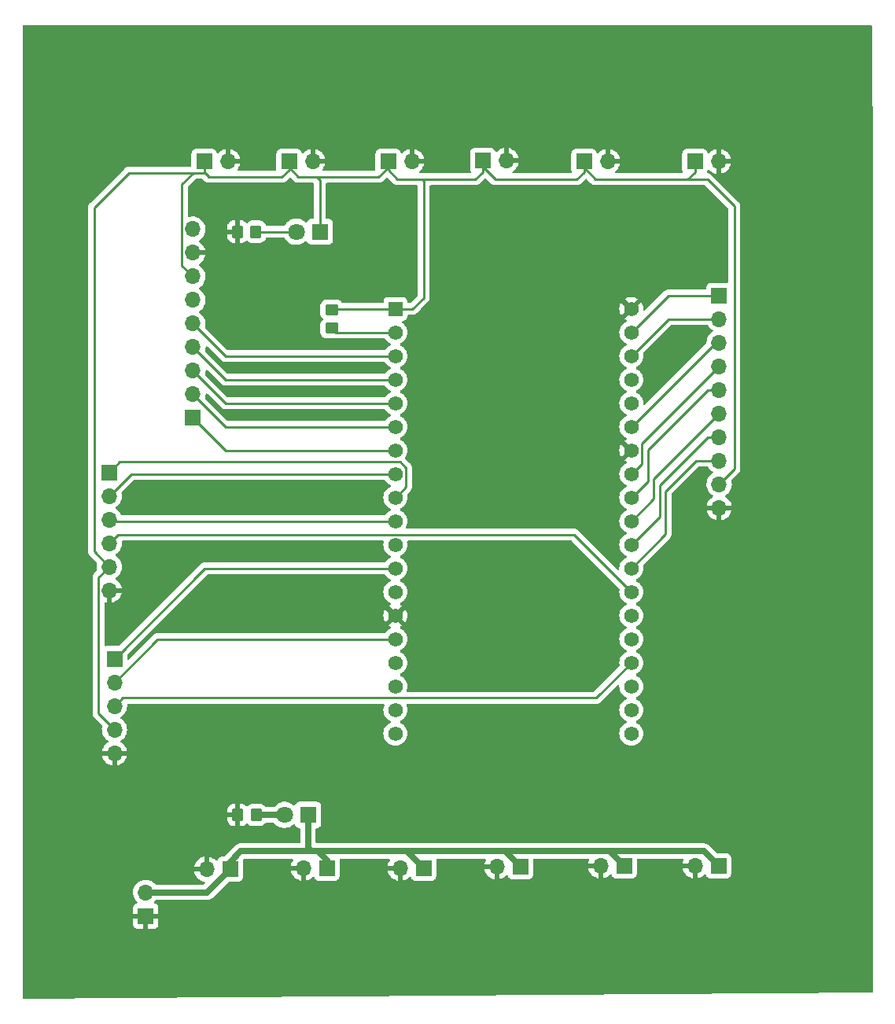
<source format=gbr>
%TF.GenerationSoftware,KiCad,Pcbnew,(6.0.6-0)*%
%TF.CreationDate,2023-02-15T09:52:43-08:00*%
%TF.ProjectId,le2-daq-new,6c65322d-6461-4712-9d6e-65772e6b6963,rev?*%
%TF.SameCoordinates,Original*%
%TF.FileFunction,Copper,L1,Top*%
%TF.FilePolarity,Positive*%
%FSLAX46Y46*%
G04 Gerber Fmt 4.6, Leading zero omitted, Abs format (unit mm)*
G04 Created by KiCad (PCBNEW (6.0.6-0)) date 2023-02-15 09:52:43*
%MOMM*%
%LPD*%
G01*
G04 APERTURE LIST*
G04 Aperture macros list*
%AMRoundRect*
0 Rectangle with rounded corners*
0 $1 Rounding radius*
0 $2 $3 $4 $5 $6 $7 $8 $9 X,Y pos of 4 corners*
0 Add a 4 corners polygon primitive as box body*
4,1,4,$2,$3,$4,$5,$6,$7,$8,$9,$2,$3,0*
0 Add four circle primitives for the rounded corners*
1,1,$1+$1,$2,$3*
1,1,$1+$1,$4,$5*
1,1,$1+$1,$6,$7*
1,1,$1+$1,$8,$9*
0 Add four rect primitives between the rounded corners*
20,1,$1+$1,$2,$3,$4,$5,0*
20,1,$1+$1,$4,$5,$6,$7,0*
20,1,$1+$1,$6,$7,$8,$9,0*
20,1,$1+$1,$8,$9,$2,$3,0*%
G04 Aperture macros list end*
%TA.AperFunction,ComponentPad*%
%ADD10R,1.700000X1.700000*%
%TD*%
%TA.AperFunction,ComponentPad*%
%ADD11O,1.700000X1.700000*%
%TD*%
%TA.AperFunction,ComponentPad*%
%ADD12R,1.560000X1.560000*%
%TD*%
%TA.AperFunction,ComponentPad*%
%ADD13C,1.560000*%
%TD*%
%TA.AperFunction,ComponentPad*%
%ADD14R,1.800000X1.800000*%
%TD*%
%TA.AperFunction,ComponentPad*%
%ADD15C,1.800000*%
%TD*%
%TA.AperFunction,SMDPad,CuDef*%
%ADD16RoundRect,0.250000X-0.350000X-0.450000X0.350000X-0.450000X0.350000X0.450000X-0.350000X0.450000X0*%
%TD*%
%TA.AperFunction,SMDPad,CuDef*%
%ADD17RoundRect,0.250000X0.450000X-0.350000X0.450000X0.350000X-0.450000X0.350000X-0.450000X-0.350000X0*%
%TD*%
%TA.AperFunction,ViaPad*%
%ADD18C,0.800000*%
%TD*%
%TA.AperFunction,ViaPad*%
%ADD19C,4.000000*%
%TD*%
%TA.AperFunction,Conductor*%
%ADD20C,0.635000*%
%TD*%
%TA.AperFunction,Conductor*%
%ADD21C,0.250000*%
%TD*%
G04 APERTURE END LIST*
D10*
%TO.P,J17,1,Pin_1*%
%TO.N,GND*%
X97085000Y-125735000D03*
D11*
%TO.P,J17,2,Pin_2*%
%TO.N,12V*%
X97085000Y-123195000D03*
%TD*%
D12*
%TO.P,U1,1,3V3*%
%TO.N,+3.3V*%
X123963000Y-60390000D03*
D13*
%TO.P,U1,2,EN*%
%TO.N,Net-(R1-Pad1)*%
X123963000Y-62930000D03*
%TO.P,U1,3,SENSOR_VP*%
%TO.N,PT 1*%
X123963000Y-65470000D03*
%TO.P,U1,4,SENSOR_VN*%
%TO.N,PT 2*%
X123963000Y-68010000D03*
%TO.P,U1,5,IO34*%
%TO.N,PT 3*%
X123963000Y-70550000D03*
%TO.P,U1,6,IO35*%
%TO.N,PT 4*%
X123963000Y-73090000D03*
%TO.P,U1,7,IO32*%
%TO.N,PT 5*%
X123963000Y-75630000D03*
%TO.P,U1,8,IO33*%
%TO.N,TC1 CS*%
X123963000Y-78170000D03*
%TO.P,U1,9,IO25*%
%TO.N,TC2 CS*%
X123963000Y-80710000D03*
%TO.P,U1,10,IO26*%
%TO.N,TC SDO*%
X123963000Y-83250000D03*
%TO.P,U1,11,IO27*%
%TO.N,PT CLK*%
X123963000Y-85790000D03*
%TO.P,U1,12,IO14*%
%TO.N,CS 1*%
X123963000Y-88330000D03*
%TO.P,U1,13,IO12*%
%TO.N,unconnected-(U1-Pad13)*%
X123963000Y-90870000D03*
%TO.P,U1,14,GND1*%
%TO.N,GND*%
X123963000Y-93410000D03*
%TO.P,U1,15,IO13*%
%TO.N,CS 2*%
X123963000Y-95950000D03*
%TO.P,U1,16,SD2*%
%TO.N,unconnected-(U1-Pad16)*%
X123963000Y-98490000D03*
%TO.P,U1,17,SD3*%
%TO.N,unconnected-(U1-Pad17)*%
X123963000Y-101030000D03*
%TO.P,U1,18,CMD*%
%TO.N,unconnected-(U1-Pad18)*%
X123963000Y-103570000D03*
%TO.P,U1,19,EXT_5V*%
%TO.N,unconnected-(U1-Pad19)*%
X123963000Y-106110000D03*
%TO.P,U1,20,GND3*%
%TO.N,GND*%
X149363000Y-60390000D03*
%TO.P,U1,21,IO23*%
%TO.N,RL 1*%
X149363000Y-62930000D03*
%TO.P,U1,22,IO22*%
%TO.N,RL 2*%
X149363000Y-65470000D03*
%TO.P,U1,23,TXD0*%
%TO.N,unconnected-(U1-Pad23)*%
X149363000Y-68010000D03*
%TO.P,U1,24,RXD0*%
%TO.N,unconnected-(U1-Pad24)*%
X149363000Y-70550000D03*
%TO.P,U1,25,IO21*%
%TO.N,RL 3*%
X149363000Y-73090000D03*
%TO.P,U1,26,GND2*%
%TO.N,GND*%
X149363000Y-75630000D03*
%TO.P,U1,27,IO19*%
%TO.N,RL 4*%
X149363000Y-78170000D03*
%TO.P,U1,28,IO18*%
%TO.N,RL 5*%
X149363000Y-80710000D03*
%TO.P,U1,29,IO5*%
%TO.N,RL 6*%
X149363000Y-83250000D03*
%TO.P,U1,30,IO17*%
%TO.N,RL 7*%
X149363000Y-85790000D03*
%TO.P,U1,31,IO16*%
%TO.N,RL 8*%
X149363000Y-88330000D03*
%TO.P,U1,32,IO4*%
%TO.N,TC CLK*%
X149363000Y-90870000D03*
%TO.P,U1,33,IO0*%
%TO.N,unconnected-(U1-Pad33)*%
X149363000Y-93410000D03*
%TO.P,U1,34,IO2*%
%TO.N,unconnected-(U1-Pad34)*%
X149363000Y-95950000D03*
%TO.P,U1,35,IO15*%
%TO.N,CS CLK*%
X149363000Y-98490000D03*
%TO.P,U1,36,SD1*%
%TO.N,unconnected-(U1-Pad36)*%
X149363000Y-101030000D03*
%TO.P,U1,37,SD0*%
%TO.N,unconnected-(U1-Pad37)*%
X149363000Y-103570000D03*
%TO.P,U1,38,CLK*%
%TO.N,unconnected-(U1-Pad38)*%
X149363000Y-106110000D03*
%TD*%
D10*
%TO.P,J16,1,Pin_1*%
%TO.N,12V*%
X106172000Y-120698000D03*
D11*
%TO.P,J16,2,Pin_2*%
%TO.N,GND*%
X103632000Y-120698000D03*
%TD*%
D10*
%TO.P,J15,1,Pin_1*%
%TO.N,12V*%
X137414000Y-120444000D03*
D11*
%TO.P,J15,2,Pin_2*%
%TO.N,GND*%
X134874000Y-120444000D03*
%TD*%
D10*
%TO.P,J14,1,Pin_1*%
%TO.N,12V*%
X126992000Y-120593000D03*
D11*
%TO.P,J14,2,Pin_2*%
%TO.N,GND*%
X124452000Y-120593000D03*
%TD*%
D10*
%TO.P,J13,1,Pin_1*%
%TO.N,12V*%
X158742000Y-120339000D03*
D11*
%TO.P,J13,2,Pin_2*%
%TO.N,GND*%
X156202000Y-120339000D03*
%TD*%
D10*
%TO.P,J12,1,Pin_1*%
%TO.N,12V*%
X116578000Y-120593000D03*
D11*
%TO.P,J12,2,Pin_2*%
%TO.N,GND*%
X114038000Y-120593000D03*
%TD*%
D10*
%TO.P,J11,1,Pin_1*%
%TO.N,12V*%
X148582000Y-120339000D03*
D11*
%TO.P,J11,2,Pin_2*%
%TO.N,GND*%
X146042000Y-120339000D03*
%TD*%
D10*
%TO.P,J10,1,Pin_1*%
%TO.N,+3.3V*%
X156205000Y-44507000D03*
D11*
%TO.P,J10,2,Pin_2*%
%TO.N,GND*%
X158745000Y-44507000D03*
%TD*%
D10*
%TO.P,J9,1,Pin_1*%
%TO.N,+3.3V*%
X144267000Y-44507000D03*
D11*
%TO.P,J9,2,Pin_2*%
%TO.N,GND*%
X146807000Y-44507000D03*
%TD*%
%TO.P,J8,2,Pin_2*%
%TO.N,GND*%
X125725000Y-44507000D03*
D10*
%TO.P,J8,1,Pin_1*%
%TO.N,+3.3V*%
X123185000Y-44507000D03*
%TD*%
D11*
%TO.P,J7,2,Pin_2*%
%TO.N,GND*%
X135893000Y-44402000D03*
D10*
%TO.P,J7,1,Pin_1*%
%TO.N,+3.3V*%
X133353000Y-44402000D03*
%TD*%
%TO.P,J6,1,Pin_1*%
%TO.N,+3.3V*%
X112517000Y-44507000D03*
D11*
%TO.P,J6,2,Pin_2*%
%TO.N,GND*%
X115057000Y-44507000D03*
%TD*%
D10*
%TO.P,J5,1,Pin_1*%
%TO.N,+3.3V*%
X103373000Y-44507000D03*
D11*
%TO.P,J5,2,Pin_2*%
%TO.N,GND*%
X105913000Y-44507000D03*
%TD*%
D10*
%TO.P,J4,1,Pin_1*%
%TO.N,CS 1*%
X93726000Y-98044000D03*
D11*
%TO.P,J4,2,Pin_2*%
%TO.N,CS 2*%
X93726000Y-100584000D03*
%TO.P,J4,3,Pin_3*%
%TO.N,CS CLK*%
X93726000Y-103124000D03*
%TO.P,J4,4,Pin_4*%
%TO.N,+3.3V*%
X93726000Y-105664000D03*
%TO.P,J4,5,Pin_5*%
%TO.N,GND*%
X93726000Y-108204000D03*
%TD*%
D10*
%TO.P,J3,1,Pin_1*%
%TO.N,TC2 CS*%
X93161000Y-77978000D03*
D11*
%TO.P,J3,2,Pin_2*%
%TO.N,TC1 CS*%
X93161000Y-80518000D03*
%TO.P,J3,3,Pin_3*%
%TO.N,TC SDO*%
X93161000Y-83058000D03*
%TO.P,J3,4,Pin_4*%
%TO.N,TC CLK*%
X93161000Y-85598000D03*
%TO.P,J3,5,Pin_5*%
%TO.N,+3.3V*%
X93161000Y-88138000D03*
%TO.P,J3,6,Pin_6*%
%TO.N,GND*%
X93161000Y-90678000D03*
%TD*%
D10*
%TO.P,J2,1,Pin_1*%
%TO.N,PT 5*%
X102165000Y-72126000D03*
D11*
%TO.P,J2,2,Pin_2*%
%TO.N,PT 4*%
X102165000Y-69586000D03*
%TO.P,J2,3,Pin_3*%
%TO.N,PT 3*%
X102165000Y-67046000D03*
%TO.P,J2,4,Pin_4*%
%TO.N,PT 2*%
X102165000Y-64506000D03*
%TO.P,J2,5,Pin_5*%
%TO.N,PT 1*%
X102165000Y-61966000D03*
%TO.P,J2,6,Pin_6*%
%TO.N,PT CLK*%
X102165000Y-59426000D03*
%TO.P,J2,7,Pin_7*%
%TO.N,+3.3V*%
X102165000Y-56886000D03*
%TO.P,J2,8,Pin_8*%
%TO.N,GND*%
X102165000Y-54346000D03*
%TO.P,J2,9*%
%TO.N,N/C*%
X102165000Y-51806000D03*
%TD*%
D10*
%TO.P,J1,1,Pin_1*%
%TO.N,RL 1*%
X158820000Y-58933000D03*
D11*
%TO.P,J1,2,Pin_2*%
%TO.N,RL 2*%
X158820000Y-61473000D03*
%TO.P,J1,3,Pin_3*%
%TO.N,RL 3*%
X158820000Y-64013000D03*
%TO.P,J1,4,Pin_4*%
%TO.N,RL 4*%
X158820000Y-66553000D03*
%TO.P,J1,5,Pin_5*%
%TO.N,RL 5*%
X158820000Y-69093000D03*
%TO.P,J1,6,Pin_6*%
%TO.N,RL 6*%
X158820000Y-71633000D03*
%TO.P,J1,7,Pin_7*%
%TO.N,RL 7*%
X158820000Y-74173000D03*
%TO.P,J1,8,Pin_8*%
%TO.N,RL 8*%
X158820000Y-76713000D03*
%TO.P,J1,9,Pin_9*%
%TO.N,+3.3V*%
X158820000Y-79253000D03*
%TO.P,J1,10,Pin_10*%
%TO.N,GND*%
X158820000Y-81793000D03*
%TD*%
D14*
%TO.P,D1,1,K*%
%TO.N,12V*%
X114554000Y-114856000D03*
D15*
%TO.P,D1,2,A*%
%TO.N,Net-(D1-Pad2)*%
X112014000Y-114856000D03*
%TD*%
D14*
%TO.P,D2,1,K*%
%TO.N,+3.3V*%
X115824000Y-52070000D03*
D15*
%TO.P,D2,2,A*%
%TO.N,Net-(D2-Pad2)*%
X113283988Y-52070006D03*
%TD*%
D16*
%TO.P,R2,1*%
%TO.N,GND*%
X106966000Y-114856000D03*
%TO.P,R2,2*%
%TO.N,Net-(D1-Pad2)*%
X108966000Y-114856000D03*
%TD*%
D17*
%TO.P,R1,1*%
%TO.N,Net-(R1-Pad1)*%
X117094000Y-62468000D03*
%TO.P,R1,2*%
%TO.N,+3.3V*%
X117094000Y-60468000D03*
%TD*%
D16*
%TO.P,R3,1*%
%TO.N,GND*%
X106950000Y-52070000D03*
%TO.P,R3,2*%
%TO.N,Net-(D2-Pad2)*%
X108950000Y-52070000D03*
%TD*%
D18*
%TO.N,GND*%
X168910000Y-87630000D03*
X153035000Y-106680000D03*
X142875000Y-106680000D03*
X135890000Y-106680000D03*
X128905000Y-106680000D03*
X113030000Y-106680000D03*
X153670000Y-92075000D03*
X142240000Y-92075000D03*
X135890000Y-92075000D03*
X129540000Y-92075000D03*
X113030000Y-92075000D03*
X142240000Y-81280000D03*
X135890000Y-81280000D03*
X130175000Y-81280000D03*
X113030000Y-81280000D03*
X142240000Y-72390000D03*
X135890000Y-72390000D03*
X130175000Y-72390000D03*
X113030000Y-71755000D03*
X142240000Y-69850000D03*
X135890000Y-69850000D03*
X130175000Y-69850000D03*
X113030000Y-69215000D03*
X154305000Y-66675000D03*
X142240000Y-66675000D03*
X135890000Y-66675000D03*
X130175000Y-66675000D03*
X113030000Y-66675000D03*
X142240000Y-61595000D03*
X135890000Y-60960000D03*
X130175000Y-60960000D03*
X113030000Y-60960000D03*
X106045000Y-60960000D03*
X154305000Y-57150000D03*
X147955000Y-57150000D03*
X142240000Y-57150000D03*
X135890000Y-57150000D03*
X130175000Y-57150000D03*
X125095000Y-57150000D03*
X120015000Y-57150000D03*
X113030000Y-57150000D03*
X106045000Y-57150000D03*
D19*
X86360000Y-32385000D03*
X86360000Y-132080000D03*
X172720000Y-131445000D03*
X172720000Y-32385000D03*
%TD*%
D20*
%TO.N,12V*%
X115570000Y-118745000D02*
X116578000Y-119753000D01*
X116578000Y-119753000D02*
X116578000Y-120593000D01*
X97085000Y-123195000D02*
X103675000Y-123195000D01*
X103675000Y-123195000D02*
X106172000Y-120698000D01*
%TO.N,Net-(D1-Pad2)*%
X108966000Y-114856000D02*
X112014000Y-114856000D01*
%TO.N,12V*%
X107315000Y-118745000D02*
X114935000Y-118745000D01*
X114935000Y-118745000D02*
X115570000Y-118745000D01*
X114554000Y-114856000D02*
X114554000Y-118364000D01*
X114554000Y-118364000D02*
X114935000Y-118745000D01*
X146988000Y-118745000D02*
X157148000Y-118745000D01*
X157148000Y-118745000D02*
X158742000Y-120339000D01*
X135255000Y-118745000D02*
X135715000Y-118745000D01*
X125144000Y-118745000D02*
X135255000Y-118745000D01*
X135255000Y-118745000D02*
X146988000Y-118745000D01*
X146988000Y-118745000D02*
X148582000Y-120339000D01*
X135715000Y-118745000D02*
X137414000Y-120444000D01*
X115570000Y-118745000D02*
X125144000Y-118745000D01*
X125144000Y-118745000D02*
X126992000Y-120593000D01*
X106172000Y-120698000D02*
X106172000Y-119888000D01*
X106172000Y-119888000D02*
X107315000Y-118745000D01*
D21*
%TO.N,CS CLK*%
X93726000Y-103124000D02*
X94576000Y-102274000D01*
X94576000Y-102274000D02*
X145579000Y-102274000D01*
X145579000Y-102274000D02*
X149363000Y-98490000D01*
%TO.N,CS 2*%
X123963000Y-95950000D02*
X98360000Y-95950000D01*
X98360000Y-95950000D02*
X93726000Y-100584000D01*
%TO.N,CS 1*%
X123963000Y-88330000D02*
X103440000Y-88330000D01*
X103440000Y-88330000D02*
X93726000Y-98044000D01*
%TO.N,+3.3V*%
X93161000Y-88138000D02*
X91986000Y-89313000D01*
X91986000Y-89313000D02*
X91986000Y-103924000D01*
X91986000Y-103924000D02*
X93726000Y-105664000D01*
X95250000Y-45720000D02*
X102235000Y-45720000D01*
X102235000Y-45720000D02*
X103505000Y-45720000D01*
X100990000Y-55711000D02*
X100990000Y-46965000D01*
X102165000Y-56886000D02*
X100990000Y-55711000D01*
X100990000Y-46965000D02*
X102235000Y-45720000D01*
X91524557Y-49445443D02*
X95250000Y-45720000D01*
X91524557Y-86501557D02*
X91524557Y-49445443D01*
X93161000Y-88138000D02*
X91524557Y-86501557D01*
X103505000Y-45720000D02*
X103965000Y-46180000D01*
X103965000Y-46180000D02*
X111747000Y-46180000D01*
X103873000Y-46180000D02*
X103965000Y-46180000D01*
%TO.N,TC CLK*%
X93161000Y-85598000D02*
X94074000Y-84685000D01*
X94074000Y-84685000D02*
X143178000Y-84685000D01*
X143178000Y-84685000D02*
X149363000Y-90870000D01*
%TO.N,TC SDO*%
X123963000Y-83250000D02*
X93353000Y-83250000D01*
X93353000Y-83250000D02*
X93161000Y-83058000D01*
%TO.N,TC2 CS*%
X123963000Y-80710000D02*
X125095000Y-79578000D01*
X125095000Y-79578000D02*
X125095000Y-77470000D01*
X125095000Y-77470000D02*
X124460000Y-76835000D01*
X124460000Y-76835000D02*
X94304000Y-76835000D01*
X94304000Y-76835000D02*
X93161000Y-77978000D01*
%TO.N,TC1 CS*%
X123963000Y-78170000D02*
X95509000Y-78170000D01*
X95509000Y-78170000D02*
X93161000Y-80518000D01*
%TO.N,PT 5*%
X123963000Y-75630000D02*
X105669000Y-75630000D01*
X105669000Y-75630000D02*
X102165000Y-72126000D01*
%TO.N,PT 4*%
X123963000Y-73090000D02*
X105669000Y-73090000D01*
X105669000Y-73090000D02*
X102165000Y-69586000D01*
%TO.N,PT 3*%
X123963000Y-70550000D02*
X105669000Y-70550000D01*
X105669000Y-70550000D02*
X102165000Y-67046000D01*
%TO.N,PT 2*%
X123963000Y-68010000D02*
X105669000Y-68010000D01*
X105669000Y-68010000D02*
X102165000Y-64506000D01*
%TO.N,PT 1*%
X123963000Y-65470000D02*
X105669000Y-65470000D01*
X105669000Y-65470000D02*
X102165000Y-61966000D01*
%TO.N,Net-(R1-Pad1)*%
X123963000Y-62930000D02*
X117556000Y-62930000D01*
X117556000Y-62930000D02*
X117094000Y-62468000D01*
%TO.N,+3.3V*%
X123963000Y-60390000D02*
X117172000Y-60390000D01*
X117172000Y-60390000D02*
X117094000Y-60468000D01*
X145519000Y-46434000D02*
X153749000Y-46434000D01*
X153749000Y-46434000D02*
X154419000Y-46434000D01*
X158820000Y-79253000D02*
X160456443Y-77616557D01*
X160456443Y-77616557D02*
X160456443Y-49331443D01*
X160456443Y-49331443D02*
X157559000Y-46434000D01*
X157559000Y-46434000D02*
X153749000Y-46434000D01*
%TO.N,RL 8*%
X149363000Y-88330000D02*
X153035000Y-84658000D01*
X153035000Y-84658000D02*
X153035000Y-80010000D01*
X153035000Y-80010000D02*
X156332000Y-76713000D01*
X156332000Y-76713000D02*
X158820000Y-76713000D01*
%TO.N,RL 7*%
X152400000Y-82753000D02*
X152400000Y-79375000D01*
X149363000Y-85790000D02*
X152400000Y-82753000D01*
X152400000Y-79375000D02*
X157602000Y-74173000D01*
X157602000Y-74173000D02*
X158820000Y-74173000D01*
%TO.N,RL 6*%
X149363000Y-83250000D02*
X151765000Y-80848000D01*
X151765000Y-80848000D02*
X151765000Y-78688000D01*
X151765000Y-78688000D02*
X158820000Y-71633000D01*
%TO.N,RL 5*%
X151130000Y-78943000D02*
X151130000Y-75565000D01*
X149363000Y-80710000D02*
X151130000Y-78943000D01*
X151130000Y-75565000D02*
X157602000Y-69093000D01*
X157602000Y-69093000D02*
X158820000Y-69093000D01*
%TO.N,RL 4*%
X149363000Y-78170000D02*
X150468000Y-77065000D01*
X150468000Y-77065000D02*
X150468000Y-74905000D01*
X150468000Y-74905000D02*
X158820000Y-66553000D01*
%TO.N,RL 3*%
X149363000Y-73090000D02*
X158440000Y-64013000D01*
X158440000Y-64013000D02*
X158820000Y-64013000D01*
%TO.N,RL 2*%
X158820000Y-61473000D02*
X153360000Y-61473000D01*
X153360000Y-61473000D02*
X149363000Y-65470000D01*
%TO.N,RL 1*%
X153360000Y-58933000D02*
X158820000Y-58933000D01*
X153360000Y-58933000D02*
X149363000Y-62930000D01*
%TO.N,+3.3V*%
X113779000Y-46180000D02*
X114506000Y-46180000D01*
X114506000Y-46180000D02*
X122161000Y-46180000D01*
X115824000Y-46482000D02*
X115522000Y-46180000D01*
X115522000Y-46180000D02*
X114506000Y-46180000D01*
X124701000Y-46434000D02*
X126794000Y-46434000D01*
X125792000Y-60390000D02*
X127000000Y-59182000D01*
X126794000Y-46434000D02*
X132575000Y-46434000D01*
X127000000Y-59182000D02*
X127000000Y-46640000D01*
X123963000Y-60390000D02*
X125792000Y-60390000D01*
X127000000Y-46640000D02*
X126794000Y-46434000D01*
X123185000Y-44507000D02*
X123185000Y-45426000D01*
X133353000Y-44402000D02*
X133353000Y-45077000D01*
X154419000Y-46434000D02*
X155435000Y-46434000D01*
X143497000Y-46434000D02*
X144267000Y-45664000D01*
X134710000Y-46434000D02*
X143497000Y-46434000D01*
X144267000Y-45182000D02*
X145519000Y-46434000D01*
X133353000Y-45656000D02*
X133353000Y-44402000D01*
X112517000Y-45182000D02*
X113515000Y-46180000D01*
X156205000Y-45664000D02*
X156205000Y-44507000D01*
X113515000Y-46180000D02*
X113779000Y-46180000D01*
X112517000Y-44507000D02*
X112517000Y-45182000D01*
X111747000Y-46180000D02*
X112517000Y-45410000D01*
X115824000Y-52070000D02*
X115824000Y-46482000D01*
X112517000Y-45410000D02*
X112517000Y-44507000D01*
X132575000Y-46434000D02*
X133353000Y-45656000D01*
X133353000Y-45077000D02*
X134710000Y-46434000D01*
X123185000Y-45426000D02*
X124193000Y-46434000D01*
X103373000Y-44507000D02*
X103373000Y-45680000D01*
X144267000Y-45664000D02*
X144267000Y-44507000D01*
X155435000Y-46434000D02*
X156205000Y-45664000D01*
X123185000Y-45156000D02*
X123185000Y-44507000D01*
X103373000Y-45680000D02*
X103873000Y-46180000D01*
X144267000Y-44507000D02*
X144267000Y-45182000D01*
X122161000Y-46180000D02*
X123185000Y-45156000D01*
X124193000Y-46434000D02*
X124701000Y-46434000D01*
%TO.N,12V*%
X116578000Y-120593000D02*
X116578000Y-120452000D01*
X116578000Y-120182000D02*
X116578000Y-120593000D01*
X158750000Y-119936000D02*
X158750000Y-120331000D01*
X158750000Y-120331000D02*
X158742000Y-120339000D01*
X126992000Y-120593000D02*
X126992000Y-120198000D01*
X148582000Y-119928000D02*
X148582000Y-120339000D01*
X137414000Y-119936000D02*
X137414000Y-120444000D01*
%TO.N,Net-(D2-Pad2)*%
X108950000Y-52070000D02*
X108950006Y-52070006D01*
X108950006Y-52070006D02*
X113283988Y-52070006D01*
%TD*%
%TA.AperFunction,Conductor*%
%TO.N,GND*%
G36*
X175202887Y-29865002D02*
G01*
X175249380Y-29918658D01*
X175260764Y-29970230D01*
X175365085Y-47078886D01*
X175386498Y-50590672D01*
X175386500Y-50591440D01*
X175386500Y-133863373D01*
X175366498Y-133931494D01*
X175312842Y-133977987D01*
X175261370Y-133989370D01*
X105862345Y-134467984D01*
X83946869Y-134619125D01*
X83878612Y-134599593D01*
X83831750Y-134546259D01*
X83820000Y-134493128D01*
X83820000Y-126629669D01*
X95727001Y-126629669D01*
X95727371Y-126636490D01*
X95732895Y-126687352D01*
X95736521Y-126702604D01*
X95781676Y-126823054D01*
X95790214Y-126838649D01*
X95866715Y-126940724D01*
X95879276Y-126953285D01*
X95981351Y-127029786D01*
X95996946Y-127038324D01*
X96117394Y-127083478D01*
X96132649Y-127087105D01*
X96183514Y-127092631D01*
X96190328Y-127093000D01*
X96812885Y-127093000D01*
X96828124Y-127088525D01*
X96829329Y-127087135D01*
X96831000Y-127079452D01*
X96831000Y-127074884D01*
X97339000Y-127074884D01*
X97343475Y-127090123D01*
X97344865Y-127091328D01*
X97352548Y-127092999D01*
X97979669Y-127092999D01*
X97986490Y-127092629D01*
X98037352Y-127087105D01*
X98052604Y-127083479D01*
X98173054Y-127038324D01*
X98188649Y-127029786D01*
X98290724Y-126953285D01*
X98303285Y-126940724D01*
X98379786Y-126838649D01*
X98388324Y-126823054D01*
X98433478Y-126702606D01*
X98437105Y-126687351D01*
X98442631Y-126636486D01*
X98443000Y-126629672D01*
X98443000Y-126007115D01*
X98438525Y-125991876D01*
X98437135Y-125990671D01*
X98429452Y-125989000D01*
X97357115Y-125989000D01*
X97341876Y-125993475D01*
X97340671Y-125994865D01*
X97339000Y-126002548D01*
X97339000Y-127074884D01*
X96831000Y-127074884D01*
X96831000Y-126007115D01*
X96826525Y-125991876D01*
X96825135Y-125990671D01*
X96817452Y-125989000D01*
X95745116Y-125989000D01*
X95729877Y-125993475D01*
X95728672Y-125994865D01*
X95727001Y-126002548D01*
X95727001Y-126629669D01*
X83820000Y-126629669D01*
X83820000Y-123161695D01*
X95722251Y-123161695D01*
X95735110Y-123384715D01*
X95736247Y-123389761D01*
X95736248Y-123389767D01*
X95760304Y-123496508D01*
X95784222Y-123602639D01*
X95868266Y-123809616D01*
X95893420Y-123850663D01*
X95969730Y-123975190D01*
X95984987Y-124000088D01*
X96131250Y-124168938D01*
X96135225Y-124172238D01*
X96135231Y-124172244D01*
X96140425Y-124176556D01*
X96180059Y-124235460D01*
X96181555Y-124306441D01*
X96144439Y-124366962D01*
X96104168Y-124391480D01*
X95996946Y-124431676D01*
X95981351Y-124440214D01*
X95879276Y-124516715D01*
X95866715Y-124529276D01*
X95790214Y-124631351D01*
X95781676Y-124646946D01*
X95736522Y-124767394D01*
X95732895Y-124782649D01*
X95727369Y-124833514D01*
X95727000Y-124840328D01*
X95727000Y-125462885D01*
X95731475Y-125478124D01*
X95732865Y-125479329D01*
X95740548Y-125481000D01*
X98424884Y-125481000D01*
X98440123Y-125476525D01*
X98441328Y-125475135D01*
X98442999Y-125467452D01*
X98442999Y-124840331D01*
X98442629Y-124833510D01*
X98437105Y-124782648D01*
X98433479Y-124767396D01*
X98388324Y-124646946D01*
X98379786Y-124631351D01*
X98303285Y-124529276D01*
X98290724Y-124516715D01*
X98188649Y-124440214D01*
X98173054Y-124431676D01*
X98062813Y-124390348D01*
X98006049Y-124347706D01*
X97981349Y-124281145D01*
X97996557Y-124211796D01*
X98018104Y-124183115D01*
X98119430Y-124082144D01*
X98119440Y-124082132D01*
X98123096Y-124078489D01*
X98126112Y-124074292D01*
X98126117Y-124074286D01*
X98126704Y-124073469D01*
X98127025Y-124073218D01*
X98129465Y-124070352D01*
X98130057Y-124070856D01*
X98182701Y-124029824D01*
X98229023Y-124021000D01*
X103634967Y-124021000D01*
X103645512Y-124021442D01*
X103695300Y-124025623D01*
X103772743Y-124015289D01*
X103775743Y-124014927D01*
X103817498Y-124010391D01*
X103846634Y-124007226D01*
X103846636Y-124007226D01*
X103853417Y-124006489D01*
X103859883Y-124004313D01*
X103862233Y-124003796D01*
X103862783Y-124003699D01*
X103863550Y-124003520D01*
X103864085Y-124003365D01*
X103866432Y-124002789D01*
X103873190Y-124001887D01*
X103946542Y-123975189D01*
X103949443Y-123974174D01*
X104017039Y-123951425D01*
X104017046Y-123951422D01*
X104023511Y-123949246D01*
X104029360Y-123945731D01*
X104031553Y-123944718D01*
X104032068Y-123944506D01*
X104032766Y-123944173D01*
X104033267Y-123943900D01*
X104035421Y-123942840D01*
X104041834Y-123940506D01*
X104107802Y-123898641D01*
X104110394Y-123897041D01*
X104171502Y-123860324D01*
X104177344Y-123856814D01*
X104182295Y-123852133D01*
X104184231Y-123850663D01*
X104185162Y-123850015D01*
X104188996Y-123847115D01*
X104193364Y-123844343D01*
X104197464Y-123840677D01*
X104249386Y-123788755D01*
X104251908Y-123786302D01*
X104302782Y-123738193D01*
X104302784Y-123738191D01*
X104307740Y-123733504D01*
X104311574Y-123727863D01*
X104315703Y-123723011D01*
X104322560Y-123715581D01*
X105944735Y-122093405D01*
X106007047Y-122059380D01*
X106033830Y-122056500D01*
X107070134Y-122056500D01*
X107132316Y-122049745D01*
X107268705Y-121998615D01*
X107385261Y-121911261D01*
X107472615Y-121794705D01*
X107523745Y-121658316D01*
X107530500Y-121596134D01*
X107530500Y-120860966D01*
X112706257Y-120860966D01*
X112736565Y-120995446D01*
X112739645Y-121005275D01*
X112819770Y-121202603D01*
X112824413Y-121211794D01*
X112935694Y-121393388D01*
X112941777Y-121401699D01*
X113081213Y-121562667D01*
X113088580Y-121569883D01*
X113252434Y-121705916D01*
X113260881Y-121711831D01*
X113444756Y-121819279D01*
X113454042Y-121823729D01*
X113653001Y-121899703D01*
X113662899Y-121902579D01*
X113766250Y-121923606D01*
X113780299Y-121922410D01*
X113784000Y-121912065D01*
X113784000Y-120865115D01*
X113779525Y-120849876D01*
X113778135Y-120848671D01*
X113770452Y-120847000D01*
X112721225Y-120847000D01*
X112707694Y-120850973D01*
X112706257Y-120860966D01*
X107530500Y-120860966D01*
X107530500Y-119799866D01*
X107530132Y-119796474D01*
X107530131Y-119796464D01*
X107527003Y-119767670D01*
X107539532Y-119697788D01*
X107563171Y-119664969D01*
X107620235Y-119607905D01*
X107682547Y-119573879D01*
X107709330Y-119571000D01*
X112852727Y-119571000D01*
X112920848Y-119591002D01*
X112967341Y-119644658D01*
X112977445Y-119714932D01*
X112956815Y-119768005D01*
X112856095Y-119915655D01*
X112851000Y-119924623D01*
X112761338Y-120117783D01*
X112757775Y-120127470D01*
X112702389Y-120327183D01*
X112703912Y-120335607D01*
X112716292Y-120339000D01*
X114166000Y-120339000D01*
X114234121Y-120359002D01*
X114280614Y-120412658D01*
X114292000Y-120465000D01*
X114292000Y-121911517D01*
X114296064Y-121925359D01*
X114309478Y-121927393D01*
X114316184Y-121926534D01*
X114326262Y-121924392D01*
X114530255Y-121863191D01*
X114539842Y-121859433D01*
X114731095Y-121765739D01*
X114739945Y-121760464D01*
X114913328Y-121636792D01*
X114921193Y-121630145D01*
X115025897Y-121525805D01*
X115088268Y-121491889D01*
X115159075Y-121497077D01*
X115215837Y-121539723D01*
X115232819Y-121570826D01*
X115262531Y-121650081D01*
X115277385Y-121689705D01*
X115364739Y-121806261D01*
X115481295Y-121893615D01*
X115617684Y-121944745D01*
X115679866Y-121951500D01*
X117476134Y-121951500D01*
X117538316Y-121944745D01*
X117674705Y-121893615D01*
X117791261Y-121806261D01*
X117878615Y-121689705D01*
X117929745Y-121553316D01*
X117936500Y-121491134D01*
X117936500Y-120860966D01*
X123120257Y-120860966D01*
X123150565Y-120995446D01*
X123153645Y-121005275D01*
X123233770Y-121202603D01*
X123238413Y-121211794D01*
X123349694Y-121393388D01*
X123355777Y-121401699D01*
X123495213Y-121562667D01*
X123502580Y-121569883D01*
X123666434Y-121705916D01*
X123674881Y-121711831D01*
X123858756Y-121819279D01*
X123868042Y-121823729D01*
X124067001Y-121899703D01*
X124076899Y-121902579D01*
X124180250Y-121923606D01*
X124194299Y-121922410D01*
X124198000Y-121912065D01*
X124198000Y-120865115D01*
X124193525Y-120849876D01*
X124192135Y-120848671D01*
X124184452Y-120847000D01*
X123135225Y-120847000D01*
X123121694Y-120850973D01*
X123120257Y-120860966D01*
X117936500Y-120860966D01*
X117936500Y-119697000D01*
X117956502Y-119628879D01*
X118010158Y-119582386D01*
X118062500Y-119571000D01*
X123266727Y-119571000D01*
X123334848Y-119591002D01*
X123381341Y-119644658D01*
X123391445Y-119714932D01*
X123370815Y-119768005D01*
X123270095Y-119915655D01*
X123265000Y-119924623D01*
X123175338Y-120117783D01*
X123171775Y-120127470D01*
X123116389Y-120327183D01*
X123117912Y-120335607D01*
X123130292Y-120339000D01*
X124580000Y-120339000D01*
X124648121Y-120359002D01*
X124694614Y-120412658D01*
X124706000Y-120465000D01*
X124706000Y-121911517D01*
X124710064Y-121925359D01*
X124723478Y-121927393D01*
X124730184Y-121926534D01*
X124740262Y-121924392D01*
X124944255Y-121863191D01*
X124953842Y-121859433D01*
X125145095Y-121765739D01*
X125153945Y-121760464D01*
X125327328Y-121636792D01*
X125335193Y-121630145D01*
X125439897Y-121525805D01*
X125502268Y-121491889D01*
X125573075Y-121497077D01*
X125629837Y-121539723D01*
X125646819Y-121570826D01*
X125676531Y-121650081D01*
X125691385Y-121689705D01*
X125778739Y-121806261D01*
X125895295Y-121893615D01*
X126031684Y-121944745D01*
X126093866Y-121951500D01*
X127890134Y-121951500D01*
X127952316Y-121944745D01*
X128088705Y-121893615D01*
X128205261Y-121806261D01*
X128292615Y-121689705D01*
X128343745Y-121553316D01*
X128350500Y-121491134D01*
X128350500Y-120711966D01*
X133542257Y-120711966D01*
X133572565Y-120846446D01*
X133575645Y-120856275D01*
X133655770Y-121053603D01*
X133660413Y-121062794D01*
X133771694Y-121244388D01*
X133777777Y-121252699D01*
X133917213Y-121413667D01*
X133924580Y-121420883D01*
X134088434Y-121556916D01*
X134096881Y-121562831D01*
X134280756Y-121670279D01*
X134290042Y-121674729D01*
X134489001Y-121750703D01*
X134498899Y-121753579D01*
X134602250Y-121774606D01*
X134616299Y-121773410D01*
X134620000Y-121763065D01*
X134620000Y-120716115D01*
X134615525Y-120700876D01*
X134614135Y-120699671D01*
X134606452Y-120698000D01*
X133557225Y-120698000D01*
X133543694Y-120701973D01*
X133542257Y-120711966D01*
X128350500Y-120711966D01*
X128350500Y-119697000D01*
X128370502Y-119628879D01*
X128424158Y-119582386D01*
X128476500Y-119571000D01*
X133587086Y-119571000D01*
X133655207Y-119591002D01*
X133701700Y-119644658D01*
X133711804Y-119714932D01*
X133693660Y-119761604D01*
X133694646Y-119762164D01*
X133687000Y-119775623D01*
X133597338Y-119968783D01*
X133593775Y-119978470D01*
X133538389Y-120178183D01*
X133539912Y-120186607D01*
X133552292Y-120190000D01*
X135002000Y-120190000D01*
X135070121Y-120210002D01*
X135116614Y-120263658D01*
X135128000Y-120316000D01*
X135128000Y-121762517D01*
X135132064Y-121776359D01*
X135145478Y-121778393D01*
X135152184Y-121777534D01*
X135162262Y-121775392D01*
X135366255Y-121714191D01*
X135375842Y-121710433D01*
X135567095Y-121616739D01*
X135575945Y-121611464D01*
X135749328Y-121487792D01*
X135757193Y-121481145D01*
X135861897Y-121376805D01*
X135924268Y-121342889D01*
X135995075Y-121348077D01*
X136051837Y-121390723D01*
X136068819Y-121421826D01*
X136113385Y-121540705D01*
X136200739Y-121657261D01*
X136317295Y-121744615D01*
X136453684Y-121795745D01*
X136515866Y-121802500D01*
X138312134Y-121802500D01*
X138374316Y-121795745D01*
X138510705Y-121744615D01*
X138627261Y-121657261D01*
X138714615Y-121540705D01*
X138765745Y-121404316D01*
X138772500Y-121342134D01*
X138772500Y-120606966D01*
X144710257Y-120606966D01*
X144740565Y-120741446D01*
X144743645Y-120751275D01*
X144823770Y-120948603D01*
X144828413Y-120957794D01*
X144939694Y-121139388D01*
X144945777Y-121147699D01*
X145085213Y-121308667D01*
X145092580Y-121315883D01*
X145256434Y-121451916D01*
X145264881Y-121457831D01*
X145448756Y-121565279D01*
X145458042Y-121569729D01*
X145657001Y-121645703D01*
X145666899Y-121648579D01*
X145770250Y-121669606D01*
X145784299Y-121668410D01*
X145788000Y-121658065D01*
X145788000Y-120611115D01*
X145783525Y-120595876D01*
X145782135Y-120594671D01*
X145774452Y-120593000D01*
X144725225Y-120593000D01*
X144711694Y-120596973D01*
X144710257Y-120606966D01*
X138772500Y-120606966D01*
X138772500Y-119697000D01*
X138792502Y-119628879D01*
X138846158Y-119582386D01*
X138898500Y-119571000D01*
X144703843Y-119571000D01*
X144771964Y-119591002D01*
X144818457Y-119644658D01*
X144828561Y-119714932D01*
X144818131Y-119750050D01*
X144765338Y-119863783D01*
X144761775Y-119873470D01*
X144706389Y-120073183D01*
X144707912Y-120081607D01*
X144720292Y-120085000D01*
X146170000Y-120085000D01*
X146238121Y-120105002D01*
X146284614Y-120158658D01*
X146296000Y-120211000D01*
X146296000Y-121657517D01*
X146300064Y-121671359D01*
X146313478Y-121673393D01*
X146320184Y-121672534D01*
X146330262Y-121670392D01*
X146534255Y-121609191D01*
X146543842Y-121605433D01*
X146735095Y-121511739D01*
X146743945Y-121506464D01*
X146917328Y-121382792D01*
X146925193Y-121376145D01*
X147029897Y-121271805D01*
X147092268Y-121237889D01*
X147163075Y-121243077D01*
X147219837Y-121285723D01*
X147236819Y-121316826D01*
X147281385Y-121435705D01*
X147368739Y-121552261D01*
X147485295Y-121639615D01*
X147621684Y-121690745D01*
X147683866Y-121697500D01*
X149480134Y-121697500D01*
X149542316Y-121690745D01*
X149678705Y-121639615D01*
X149795261Y-121552261D01*
X149882615Y-121435705D01*
X149933745Y-121299316D01*
X149940500Y-121237134D01*
X149940500Y-120606966D01*
X154870257Y-120606966D01*
X154900565Y-120741446D01*
X154903645Y-120751275D01*
X154983770Y-120948603D01*
X154988413Y-120957794D01*
X155099694Y-121139388D01*
X155105777Y-121147699D01*
X155245213Y-121308667D01*
X155252580Y-121315883D01*
X155416434Y-121451916D01*
X155424881Y-121457831D01*
X155608756Y-121565279D01*
X155618042Y-121569729D01*
X155817001Y-121645703D01*
X155826899Y-121648579D01*
X155930250Y-121669606D01*
X155944299Y-121668410D01*
X155948000Y-121658065D01*
X155948000Y-120611115D01*
X155943525Y-120595876D01*
X155942135Y-120594671D01*
X155934452Y-120593000D01*
X154885225Y-120593000D01*
X154871694Y-120596973D01*
X154870257Y-120606966D01*
X149940500Y-120606966D01*
X149940500Y-119697000D01*
X149960502Y-119628879D01*
X150014158Y-119582386D01*
X150066500Y-119571000D01*
X154863843Y-119571000D01*
X154931964Y-119591002D01*
X154978457Y-119644658D01*
X154988561Y-119714932D01*
X154978131Y-119750050D01*
X154925338Y-119863783D01*
X154921775Y-119873470D01*
X154866389Y-120073183D01*
X154867912Y-120081607D01*
X154880292Y-120085000D01*
X156330000Y-120085000D01*
X156398121Y-120105002D01*
X156444614Y-120158658D01*
X156456000Y-120211000D01*
X156456000Y-121657517D01*
X156460064Y-121671359D01*
X156473478Y-121673393D01*
X156480184Y-121672534D01*
X156490262Y-121670392D01*
X156694255Y-121609191D01*
X156703842Y-121605433D01*
X156895095Y-121511739D01*
X156903945Y-121506464D01*
X157077328Y-121382792D01*
X157085193Y-121376145D01*
X157189897Y-121271805D01*
X157252268Y-121237889D01*
X157323075Y-121243077D01*
X157379837Y-121285723D01*
X157396819Y-121316826D01*
X157441385Y-121435705D01*
X157528739Y-121552261D01*
X157645295Y-121639615D01*
X157781684Y-121690745D01*
X157843866Y-121697500D01*
X159640134Y-121697500D01*
X159702316Y-121690745D01*
X159838705Y-121639615D01*
X159955261Y-121552261D01*
X160042615Y-121435705D01*
X160093745Y-121299316D01*
X160100500Y-121237134D01*
X160100500Y-119440866D01*
X160093745Y-119378684D01*
X160042615Y-119242295D01*
X159955261Y-119125739D01*
X159838705Y-119038385D01*
X159702316Y-118987255D01*
X159640134Y-118980500D01*
X158603832Y-118980500D01*
X158535711Y-118960498D01*
X158514737Y-118943596D01*
X157760379Y-118189239D01*
X157753236Y-118181471D01*
X157725390Y-118148520D01*
X157720985Y-118143307D01*
X157658934Y-118095866D01*
X157656514Y-118093968D01*
X157595650Y-118045031D01*
X157589540Y-118041998D01*
X157587504Y-118040696D01*
X157587048Y-118040377D01*
X157586390Y-118039967D01*
X157585900Y-118039698D01*
X157583834Y-118038447D01*
X157578414Y-118034303D01*
X157507646Y-118001304D01*
X157504875Y-117999970D01*
X157495449Y-117995291D01*
X157434898Y-117965233D01*
X157428273Y-117963581D01*
X157426006Y-117962747D01*
X157425481Y-117962528D01*
X157424777Y-117962279D01*
X157424227Y-117962117D01*
X157421943Y-117961339D01*
X157415761Y-117958457D01*
X157409103Y-117956969D01*
X157409095Y-117956966D01*
X157339542Y-117941419D01*
X157336546Y-117940711D01*
X157267385Y-117923467D01*
X157267382Y-117923467D01*
X157260762Y-117921816D01*
X157253941Y-117921625D01*
X157251544Y-117921297D01*
X157250430Y-117921096D01*
X157245656Y-117920434D01*
X157240616Y-117919307D01*
X157235125Y-117919000D01*
X157161711Y-117919000D01*
X157158193Y-117918951D01*
X157157283Y-117918926D01*
X157081365Y-117916805D01*
X157074658Y-117918084D01*
X157068323Y-117918594D01*
X157058216Y-117919000D01*
X147001711Y-117919000D01*
X146998193Y-117918951D01*
X146997283Y-117918926D01*
X146921365Y-117916805D01*
X146914658Y-117918084D01*
X146908323Y-117918594D01*
X146898216Y-117919000D01*
X135728711Y-117919000D01*
X135725193Y-117918951D01*
X135724283Y-117918926D01*
X135648365Y-117916805D01*
X135641658Y-117918084D01*
X135635323Y-117918594D01*
X135625216Y-117919000D01*
X125157711Y-117919000D01*
X125154193Y-117918951D01*
X125153283Y-117918926D01*
X125077365Y-117916805D01*
X125070658Y-117918084D01*
X125064323Y-117918594D01*
X125054216Y-117919000D01*
X115583711Y-117919000D01*
X115580193Y-117918951D01*
X115503365Y-117916805D01*
X115503447Y-117913884D01*
X115446594Y-117902042D01*
X115395950Y-117852285D01*
X115380000Y-117790925D01*
X115380000Y-116390291D01*
X115400002Y-116322170D01*
X115453658Y-116275677D01*
X115499083Y-116264500D01*
X115502134Y-116264500D01*
X115505510Y-116264133D01*
X115505515Y-116264133D01*
X115526245Y-116261881D01*
X115564316Y-116257745D01*
X115700705Y-116206615D01*
X115817261Y-116119261D01*
X115904615Y-116002705D01*
X115955745Y-115866316D01*
X115962500Y-115804134D01*
X115962500Y-113907866D01*
X115955745Y-113845684D01*
X115904615Y-113709295D01*
X115817261Y-113592739D01*
X115700705Y-113505385D01*
X115564316Y-113454255D01*
X115502134Y-113447500D01*
X113605866Y-113447500D01*
X113543684Y-113454255D01*
X113407295Y-113505385D01*
X113290739Y-113592739D01*
X113203385Y-113709295D01*
X113200233Y-113717703D01*
X113200232Y-113717705D01*
X113179538Y-113772906D01*
X113136897Y-113829671D01*
X113070335Y-113854371D01*
X113000986Y-113839164D01*
X112978167Y-113822666D01*
X112977887Y-113822358D01*
X112958054Y-113806695D01*
X112800177Y-113682011D01*
X112800172Y-113682008D01*
X112796123Y-113678810D01*
X112791607Y-113676317D01*
X112791604Y-113676315D01*
X112597879Y-113569373D01*
X112597875Y-113569371D01*
X112593355Y-113566876D01*
X112588486Y-113565152D01*
X112588482Y-113565150D01*
X112379903Y-113491288D01*
X112379899Y-113491287D01*
X112375028Y-113489562D01*
X112369935Y-113488655D01*
X112369932Y-113488654D01*
X112152095Y-113449851D01*
X112152089Y-113449850D01*
X112147006Y-113448945D01*
X112074096Y-113448054D01*
X111920581Y-113446179D01*
X111920579Y-113446179D01*
X111915411Y-113446116D01*
X111686464Y-113481150D01*
X111466314Y-113553106D01*
X111461726Y-113555494D01*
X111461722Y-113555496D01*
X111265461Y-113657663D01*
X111260872Y-113660052D01*
X111256739Y-113663155D01*
X111256736Y-113663157D01*
X111079790Y-113796012D01*
X111075655Y-113799117D01*
X110915639Y-113966564D01*
X110909882Y-113975003D01*
X110854974Y-114020006D01*
X110805794Y-114030000D01*
X110045540Y-114030000D01*
X109977419Y-114009998D01*
X109938396Y-113970303D01*
X109918332Y-113937880D01*
X109914478Y-113931652D01*
X109789303Y-113806695D01*
X109771972Y-113796012D01*
X109644968Y-113717725D01*
X109644966Y-113717724D01*
X109638738Y-113713885D01*
X109532990Y-113678810D01*
X109477389Y-113660368D01*
X109477387Y-113660368D01*
X109470861Y-113658203D01*
X109464025Y-113657503D01*
X109464022Y-113657502D01*
X109420969Y-113653091D01*
X109366400Y-113647500D01*
X108565600Y-113647500D01*
X108562354Y-113647837D01*
X108562350Y-113647837D01*
X108466692Y-113657762D01*
X108466688Y-113657763D01*
X108459834Y-113658474D01*
X108453298Y-113660655D01*
X108453296Y-113660655D01*
X108389285Y-113682011D01*
X108292054Y-113714450D01*
X108141652Y-113807522D01*
X108136479Y-113812704D01*
X108054862Y-113894463D01*
X107992579Y-113928542D01*
X107921759Y-113923539D01*
X107876671Y-113894618D01*
X107794171Y-113812261D01*
X107782760Y-113803249D01*
X107644757Y-113718184D01*
X107631576Y-113712037D01*
X107477290Y-113660862D01*
X107463914Y-113657995D01*
X107369562Y-113648328D01*
X107363145Y-113648000D01*
X107238115Y-113648000D01*
X107222876Y-113652475D01*
X107221671Y-113653865D01*
X107220000Y-113661548D01*
X107220000Y-116045884D01*
X107224475Y-116061123D01*
X107225865Y-116062328D01*
X107233548Y-116063999D01*
X107363095Y-116063999D01*
X107369614Y-116063662D01*
X107465206Y-116053743D01*
X107478600Y-116050851D01*
X107632784Y-115999412D01*
X107645962Y-115993239D01*
X107783807Y-115907937D01*
X107795208Y-115898901D01*
X107876430Y-115817538D01*
X107938713Y-115783459D01*
X108009533Y-115788462D01*
X108054620Y-115817383D01*
X108137512Y-115900130D01*
X108137517Y-115900134D01*
X108142697Y-115905305D01*
X108148927Y-115909145D01*
X108148928Y-115909146D01*
X108286288Y-115993816D01*
X108293262Y-115998115D01*
X108307101Y-116002705D01*
X108454611Y-116051632D01*
X108454613Y-116051632D01*
X108461139Y-116053797D01*
X108467975Y-116054497D01*
X108467978Y-116054498D01*
X108511031Y-116058909D01*
X108565600Y-116064500D01*
X109366400Y-116064500D01*
X109369646Y-116064163D01*
X109369650Y-116064163D01*
X109465308Y-116054238D01*
X109465312Y-116054237D01*
X109472166Y-116053526D01*
X109478702Y-116051345D01*
X109478704Y-116051345D01*
X109624495Y-116002705D01*
X109639946Y-115997550D01*
X109790348Y-115904478D01*
X109915305Y-115779303D01*
X109919804Y-115772005D01*
X109938372Y-115741883D01*
X109991145Y-115694390D01*
X110045631Y-115682000D01*
X110808394Y-115682000D01*
X110876515Y-115702002D01*
X110903631Y-115725502D01*
X111025147Y-115865784D01*
X111203349Y-116013730D01*
X111403322Y-116130584D01*
X111619694Y-116213209D01*
X111624760Y-116214240D01*
X111624761Y-116214240D01*
X111677846Y-116225040D01*
X111846656Y-116259385D01*
X111976143Y-116264133D01*
X112072949Y-116267683D01*
X112072953Y-116267683D01*
X112078113Y-116267872D01*
X112083233Y-116267216D01*
X112083235Y-116267216D01*
X112157166Y-116257745D01*
X112307847Y-116238442D01*
X112312795Y-116236957D01*
X112312802Y-116236956D01*
X112524747Y-116173369D01*
X112529690Y-116171886D01*
X112610236Y-116132427D01*
X112733049Y-116072262D01*
X112733052Y-116072260D01*
X112737684Y-116069991D01*
X112926243Y-115935494D01*
X112971309Y-115890585D01*
X113033681Y-115856669D01*
X113104487Y-115861857D01*
X113161249Y-115904503D01*
X113178231Y-115935607D01*
X113200053Y-115993816D01*
X113203385Y-116002705D01*
X113290739Y-116119261D01*
X113407295Y-116206615D01*
X113543684Y-116257745D01*
X113581755Y-116261881D01*
X113602485Y-116264133D01*
X113602490Y-116264133D01*
X113605866Y-116264500D01*
X113608887Y-116264500D01*
X113675757Y-116288135D01*
X113719278Y-116344228D01*
X113728000Y-116390291D01*
X113728000Y-117793000D01*
X113707998Y-117861121D01*
X113654342Y-117907614D01*
X113602000Y-117919000D01*
X107355033Y-117919000D01*
X107344489Y-117918558D01*
X107335000Y-117917761D01*
X107294700Y-117914377D01*
X107217257Y-117924711D01*
X107214257Y-117925073D01*
X107172502Y-117929609D01*
X107143366Y-117932774D01*
X107143364Y-117932774D01*
X107136583Y-117933511D01*
X107130117Y-117935687D01*
X107127767Y-117936204D01*
X107127218Y-117936301D01*
X107126459Y-117936478D01*
X107125914Y-117936636D01*
X107123575Y-117937211D01*
X107116810Y-117938113D01*
X107043404Y-117964831D01*
X107040569Y-117965824D01*
X106966489Y-117990754D01*
X106960639Y-117994269D01*
X106958427Y-117995291D01*
X106957922Y-117995499D01*
X106957239Y-117995825D01*
X106956723Y-117996106D01*
X106954582Y-117997160D01*
X106948166Y-117999495D01*
X106942401Y-118003153D01*
X106942402Y-118003153D01*
X106882241Y-118041331D01*
X106879623Y-118042948D01*
X106876157Y-118045031D01*
X106812656Y-118083186D01*
X106807699Y-118087874D01*
X106805763Y-118089343D01*
X106804840Y-118089984D01*
X106800995Y-118092892D01*
X106796636Y-118095658D01*
X106792536Y-118099323D01*
X106740614Y-118151245D01*
X106738092Y-118153698D01*
X106700509Y-118189239D01*
X106682260Y-118206496D01*
X106678426Y-118212137D01*
X106674297Y-118216989D01*
X106667440Y-118224419D01*
X105616245Y-119275615D01*
X105608477Y-119282759D01*
X105576550Y-119309739D01*
X105511609Y-119338430D01*
X105495223Y-119339500D01*
X105273866Y-119339500D01*
X105211684Y-119346255D01*
X105075295Y-119397385D01*
X104958739Y-119484739D01*
X104871385Y-119601295D01*
X104868233Y-119609704D01*
X104868232Y-119609705D01*
X104826722Y-119720433D01*
X104784081Y-119777198D01*
X104717519Y-119801898D01*
X104648170Y-119786691D01*
X104615546Y-119761004D01*
X104564799Y-119705234D01*
X104557273Y-119698215D01*
X104390139Y-119566222D01*
X104381552Y-119560517D01*
X104195117Y-119457599D01*
X104185705Y-119453369D01*
X103984959Y-119382280D01*
X103974988Y-119379646D01*
X103903837Y-119366972D01*
X103890540Y-119368432D01*
X103886000Y-119382989D01*
X103886000Y-120826000D01*
X103865998Y-120894121D01*
X103812342Y-120940614D01*
X103760000Y-120952000D01*
X102315225Y-120952000D01*
X102301694Y-120955973D01*
X102300257Y-120965966D01*
X102330565Y-121100446D01*
X102333645Y-121110275D01*
X102413770Y-121307603D01*
X102418413Y-121316794D01*
X102529694Y-121498388D01*
X102535777Y-121506699D01*
X102675213Y-121667667D01*
X102682580Y-121674883D01*
X102846434Y-121810916D01*
X102854881Y-121816831D01*
X103038756Y-121924279D01*
X103048042Y-121928729D01*
X103247001Y-122004703D01*
X103256899Y-122007579D01*
X103390549Y-122034770D01*
X103453315Y-122067952D01*
X103488177Y-122129800D01*
X103484068Y-122200677D01*
X103454524Y-122247336D01*
X103369765Y-122332095D01*
X103307453Y-122366121D01*
X103280670Y-122369000D01*
X98225926Y-122369000D01*
X98157805Y-122348998D01*
X98132732Y-122327799D01*
X98018151Y-122201876D01*
X98018148Y-122201873D01*
X98014670Y-122198051D01*
X98010619Y-122194852D01*
X98010615Y-122194848D01*
X97843414Y-122062800D01*
X97843410Y-122062798D01*
X97839359Y-122059598D01*
X97823056Y-122050598D01*
X97719131Y-121993229D01*
X97643789Y-121951638D01*
X97638920Y-121949914D01*
X97638916Y-121949912D01*
X97438087Y-121878795D01*
X97438083Y-121878794D01*
X97433212Y-121877069D01*
X97428119Y-121876162D01*
X97428116Y-121876161D01*
X97218373Y-121838800D01*
X97218367Y-121838799D01*
X97213284Y-121837894D01*
X97139452Y-121836992D01*
X96995081Y-121835228D01*
X96995079Y-121835228D01*
X96989911Y-121835165D01*
X96769091Y-121868955D01*
X96556756Y-121938357D01*
X96526443Y-121954137D01*
X96371549Y-122034770D01*
X96358607Y-122041507D01*
X96354474Y-122044610D01*
X96354471Y-122044612D01*
X96184100Y-122172530D01*
X96179965Y-122175635D01*
X96114346Y-122244301D01*
X96034554Y-122327799D01*
X96025629Y-122337138D01*
X95899743Y-122521680D01*
X95805688Y-122724305D01*
X95745989Y-122939570D01*
X95722251Y-123161695D01*
X83820000Y-123161695D01*
X83820000Y-120432183D01*
X102296389Y-120432183D01*
X102297912Y-120440607D01*
X102310292Y-120444000D01*
X103359885Y-120444000D01*
X103375124Y-120439525D01*
X103376329Y-120438135D01*
X103378000Y-120430452D01*
X103378000Y-119381102D01*
X103374082Y-119367758D01*
X103359806Y-119365771D01*
X103321324Y-119371660D01*
X103311288Y-119374051D01*
X103108868Y-119440212D01*
X103099359Y-119444209D01*
X102910463Y-119542542D01*
X102901738Y-119548036D01*
X102731433Y-119675905D01*
X102723726Y-119682748D01*
X102576590Y-119836717D01*
X102570104Y-119844727D01*
X102450098Y-120020649D01*
X102445000Y-120029623D01*
X102355338Y-120222783D01*
X102351775Y-120232470D01*
X102296389Y-120432183D01*
X83820000Y-120432183D01*
X83820000Y-115353095D01*
X105858001Y-115353095D01*
X105858338Y-115359614D01*
X105868257Y-115455206D01*
X105871149Y-115468600D01*
X105922588Y-115622784D01*
X105928761Y-115635962D01*
X106014063Y-115773807D01*
X106023099Y-115785208D01*
X106137829Y-115899739D01*
X106149240Y-115908751D01*
X106287243Y-115993816D01*
X106300424Y-115999963D01*
X106454710Y-116051138D01*
X106468086Y-116054005D01*
X106562438Y-116063672D01*
X106568854Y-116064000D01*
X106693885Y-116064000D01*
X106709124Y-116059525D01*
X106710329Y-116058135D01*
X106712000Y-116050452D01*
X106712000Y-115128115D01*
X106707525Y-115112876D01*
X106706135Y-115111671D01*
X106698452Y-115110000D01*
X105876116Y-115110000D01*
X105860877Y-115114475D01*
X105859672Y-115115865D01*
X105858001Y-115123548D01*
X105858001Y-115353095D01*
X83820000Y-115353095D01*
X83820000Y-114583885D01*
X105858000Y-114583885D01*
X105862475Y-114599124D01*
X105863865Y-114600329D01*
X105871548Y-114602000D01*
X106693885Y-114602000D01*
X106709124Y-114597525D01*
X106710329Y-114596135D01*
X106712000Y-114588452D01*
X106712000Y-113666116D01*
X106707525Y-113650877D01*
X106706135Y-113649672D01*
X106698452Y-113648001D01*
X106568905Y-113648001D01*
X106562386Y-113648338D01*
X106466794Y-113658257D01*
X106453400Y-113661149D01*
X106299216Y-113712588D01*
X106286038Y-113718761D01*
X106148193Y-113804063D01*
X106136792Y-113813099D01*
X106022261Y-113927829D01*
X106013249Y-113939240D01*
X105928184Y-114077243D01*
X105922037Y-114090424D01*
X105870862Y-114244710D01*
X105867995Y-114258086D01*
X105858328Y-114352438D01*
X105858000Y-114358855D01*
X105858000Y-114583885D01*
X83820000Y-114583885D01*
X83820000Y-108471966D01*
X92394257Y-108471966D01*
X92424565Y-108606446D01*
X92427645Y-108616275D01*
X92507770Y-108813603D01*
X92512413Y-108822794D01*
X92623694Y-109004388D01*
X92629777Y-109012699D01*
X92769213Y-109173667D01*
X92776580Y-109180883D01*
X92940434Y-109316916D01*
X92948881Y-109322831D01*
X93132756Y-109430279D01*
X93142042Y-109434729D01*
X93341001Y-109510703D01*
X93350899Y-109513579D01*
X93454250Y-109534606D01*
X93468299Y-109533410D01*
X93472000Y-109523065D01*
X93472000Y-109522517D01*
X93980000Y-109522517D01*
X93984064Y-109536359D01*
X93997478Y-109538393D01*
X94004184Y-109537534D01*
X94014262Y-109535392D01*
X94218255Y-109474191D01*
X94227842Y-109470433D01*
X94419095Y-109376739D01*
X94427945Y-109371464D01*
X94601328Y-109247792D01*
X94609200Y-109241139D01*
X94760052Y-109090812D01*
X94766730Y-109082965D01*
X94891003Y-108910020D01*
X94896313Y-108901183D01*
X94990670Y-108710267D01*
X94994469Y-108700672D01*
X95056377Y-108496910D01*
X95058555Y-108486837D01*
X95059986Y-108475962D01*
X95057775Y-108461778D01*
X95044617Y-108458000D01*
X93998115Y-108458000D01*
X93982876Y-108462475D01*
X93981671Y-108463865D01*
X93980000Y-108471548D01*
X93980000Y-109522517D01*
X93472000Y-109522517D01*
X93472000Y-108476115D01*
X93467525Y-108460876D01*
X93466135Y-108459671D01*
X93458452Y-108458000D01*
X92409225Y-108458000D01*
X92395694Y-108461973D01*
X92394257Y-108471966D01*
X83820000Y-108471966D01*
X83820000Y-49425386D01*
X90886337Y-49425386D01*
X90887083Y-49433278D01*
X90890498Y-49469404D01*
X90891057Y-49481262D01*
X90891057Y-86422790D01*
X90890530Y-86433973D01*
X90888855Y-86441466D01*
X90889104Y-86449392D01*
X90889104Y-86449393D01*
X90890995Y-86509543D01*
X90891057Y-86513502D01*
X90891057Y-86541413D01*
X90891554Y-86545347D01*
X90891554Y-86545348D01*
X90891562Y-86545413D01*
X90892495Y-86557250D01*
X90893884Y-86601446D01*
X90899535Y-86620896D01*
X90903544Y-86640257D01*
X90906083Y-86660354D01*
X90909002Y-86667725D01*
X90909002Y-86667727D01*
X90922361Y-86701469D01*
X90926206Y-86712699D01*
X90938539Y-86755150D01*
X90942572Y-86761969D01*
X90942574Y-86761974D01*
X90948850Y-86772585D01*
X90957545Y-86790333D01*
X90965005Y-86809174D01*
X90969667Y-86815590D01*
X90969667Y-86815591D01*
X90990993Y-86844944D01*
X90997509Y-86854864D01*
X91006341Y-86869797D01*
X91020015Y-86892919D01*
X91034336Y-86907240D01*
X91047176Y-86922273D01*
X91059085Y-86938664D01*
X91065191Y-86943715D01*
X91093162Y-86966855D01*
X91101941Y-86974845D01*
X91810778Y-87683682D01*
X91844804Y-87745994D01*
X91843100Y-87806448D01*
X91821989Y-87882570D01*
X91821441Y-87887700D01*
X91821440Y-87887704D01*
X91817933Y-87920522D01*
X91798251Y-88104695D01*
X91798548Y-88109848D01*
X91798548Y-88109851D01*
X91804011Y-88204590D01*
X91811110Y-88327715D01*
X91812247Y-88332761D01*
X91812248Y-88332767D01*
X91832119Y-88420939D01*
X91843065Y-88469507D01*
X91844453Y-88475668D01*
X91839917Y-88546520D01*
X91810631Y-88592464D01*
X91593747Y-88809348D01*
X91585461Y-88816888D01*
X91578982Y-88821000D01*
X91573557Y-88826777D01*
X91532357Y-88870651D01*
X91529602Y-88873493D01*
X91509865Y-88893230D01*
X91507385Y-88896427D01*
X91499682Y-88905447D01*
X91469414Y-88937679D01*
X91465595Y-88944625D01*
X91465593Y-88944628D01*
X91459652Y-88955434D01*
X91448801Y-88971953D01*
X91436386Y-88987959D01*
X91433241Y-88995228D01*
X91433238Y-88995232D01*
X91418826Y-89028537D01*
X91413609Y-89039187D01*
X91392305Y-89077940D01*
X91390334Y-89085615D01*
X91390334Y-89085616D01*
X91387267Y-89097562D01*
X91380863Y-89116266D01*
X91372819Y-89134855D01*
X91371580Y-89142678D01*
X91371577Y-89142688D01*
X91365901Y-89178524D01*
X91363495Y-89190144D01*
X91352500Y-89232970D01*
X91352500Y-89253224D01*
X91350949Y-89272934D01*
X91347780Y-89292943D01*
X91348526Y-89300835D01*
X91351941Y-89336961D01*
X91352500Y-89348819D01*
X91352500Y-103845233D01*
X91351973Y-103856416D01*
X91350298Y-103863909D01*
X91350547Y-103871835D01*
X91350547Y-103871836D01*
X91352438Y-103931986D01*
X91352500Y-103935945D01*
X91352500Y-103963856D01*
X91352997Y-103967790D01*
X91352997Y-103967791D01*
X91353005Y-103967856D01*
X91353938Y-103979693D01*
X91355327Y-104023889D01*
X91360978Y-104043339D01*
X91364987Y-104062700D01*
X91367526Y-104082797D01*
X91370445Y-104090168D01*
X91370445Y-104090170D01*
X91383804Y-104123912D01*
X91387649Y-104135142D01*
X91399982Y-104177593D01*
X91404015Y-104184412D01*
X91404017Y-104184417D01*
X91410293Y-104195028D01*
X91418988Y-104212776D01*
X91426448Y-104231617D01*
X91431110Y-104238033D01*
X91431110Y-104238034D01*
X91452436Y-104267387D01*
X91458952Y-104277307D01*
X91481458Y-104315362D01*
X91495779Y-104329683D01*
X91508619Y-104344716D01*
X91520528Y-104361107D01*
X91526634Y-104366158D01*
X91554605Y-104389298D01*
X91563384Y-104397288D01*
X92375778Y-105209682D01*
X92409804Y-105271994D01*
X92408100Y-105332448D01*
X92386989Y-105408570D01*
X92386441Y-105413700D01*
X92386440Y-105413704D01*
X92382933Y-105446522D01*
X92363251Y-105630695D01*
X92363548Y-105635848D01*
X92363548Y-105635851D01*
X92369011Y-105730590D01*
X92376110Y-105853715D01*
X92377247Y-105858761D01*
X92377248Y-105858767D01*
X92397119Y-105946939D01*
X92425222Y-106071639D01*
X92509266Y-106278616D01*
X92625987Y-106469088D01*
X92772250Y-106637938D01*
X92944126Y-106780632D01*
X93017955Y-106823774D01*
X93066679Y-106875412D01*
X93079750Y-106945195D01*
X93053019Y-107010967D01*
X93012562Y-107044327D01*
X93004457Y-107048546D01*
X92995738Y-107054036D01*
X92825433Y-107181905D01*
X92817726Y-107188748D01*
X92670590Y-107342717D01*
X92664104Y-107350727D01*
X92544098Y-107526649D01*
X92539000Y-107535623D01*
X92449338Y-107728783D01*
X92445775Y-107738470D01*
X92390389Y-107938183D01*
X92391912Y-107946607D01*
X92404292Y-107950000D01*
X95044344Y-107950000D01*
X95057875Y-107946027D01*
X95059180Y-107936947D01*
X95017214Y-107769875D01*
X95013894Y-107760124D01*
X94928972Y-107564814D01*
X94924105Y-107555739D01*
X94808426Y-107376926D01*
X94802136Y-107368757D01*
X94658806Y-107211240D01*
X94651273Y-107204215D01*
X94484139Y-107072222D01*
X94475556Y-107066520D01*
X94438602Y-107046120D01*
X94388631Y-106995687D01*
X94373859Y-106926245D01*
X94398975Y-106859839D01*
X94426327Y-106833232D01*
X94449797Y-106816491D01*
X94605860Y-106705173D01*
X94764096Y-106547489D01*
X94823594Y-106464689D01*
X94891435Y-106370277D01*
X94894453Y-106366077D01*
X94993430Y-106165811D01*
X95058370Y-105952069D01*
X95087529Y-105730590D01*
X95088938Y-105672934D01*
X95089074Y-105667365D01*
X95089074Y-105667361D01*
X95089156Y-105664000D01*
X95070852Y-105441361D01*
X95016431Y-105224702D01*
X94927354Y-105019840D01*
X94884886Y-104954195D01*
X94808822Y-104836617D01*
X94808820Y-104836614D01*
X94806014Y-104832277D01*
X94655670Y-104667051D01*
X94651619Y-104663852D01*
X94651615Y-104663848D01*
X94484414Y-104531800D01*
X94484410Y-104531798D01*
X94480359Y-104528598D01*
X94439053Y-104505796D01*
X94389084Y-104455364D01*
X94374312Y-104385921D01*
X94399428Y-104319516D01*
X94426780Y-104292909D01*
X94540589Y-104211730D01*
X94605860Y-104165173D01*
X94647266Y-104123912D01*
X94718565Y-104052861D01*
X94764096Y-104007489D01*
X94894453Y-103826077D01*
X94993430Y-103625811D01*
X95058370Y-103412069D01*
X95087529Y-103190590D01*
X95088938Y-103132934D01*
X95089074Y-103127365D01*
X95089074Y-103127361D01*
X95089156Y-103124000D01*
X95083190Y-103051432D01*
X95082565Y-103043823D01*
X95096918Y-102974293D01*
X95146584Y-102923560D01*
X95208141Y-102907500D01*
X122652446Y-102907500D01*
X122720567Y-102927502D01*
X122767060Y-102981158D01*
X122777164Y-103051432D01*
X122766641Y-103086749D01*
X122747581Y-103127624D01*
X122689228Y-103345400D01*
X122669578Y-103570000D01*
X122689228Y-103794600D01*
X122690652Y-103799913D01*
X122690652Y-103799915D01*
X122726041Y-103931986D01*
X122747581Y-104012376D01*
X122749903Y-104017357D01*
X122749904Y-104017358D01*
X122804828Y-104135142D01*
X122842864Y-104216711D01*
X122972181Y-104401396D01*
X123131604Y-104560819D01*
X123316289Y-104690136D01*
X123321267Y-104692457D01*
X123321270Y-104692459D01*
X123392781Y-104725805D01*
X123446066Y-104772723D01*
X123465527Y-104841000D01*
X123444985Y-104908960D01*
X123392781Y-104954195D01*
X123321270Y-104987541D01*
X123321267Y-104987543D01*
X123316289Y-104989864D01*
X123131604Y-105119181D01*
X122972181Y-105278604D01*
X122842864Y-105463289D01*
X122747581Y-105667624D01*
X122689228Y-105885400D01*
X122669578Y-106110000D01*
X122689228Y-106334600D01*
X122690652Y-106339913D01*
X122690652Y-106339915D01*
X122726310Y-106472990D01*
X122747581Y-106552376D01*
X122842864Y-106756711D01*
X122972181Y-106941396D01*
X123131604Y-107100819D01*
X123316289Y-107230136D01*
X123321267Y-107232457D01*
X123321270Y-107232459D01*
X123515642Y-107323096D01*
X123520624Y-107325419D01*
X123525932Y-107326841D01*
X123525934Y-107326842D01*
X123733085Y-107382348D01*
X123733087Y-107382348D01*
X123738400Y-107383772D01*
X123963000Y-107403422D01*
X124187600Y-107383772D01*
X124192913Y-107382348D01*
X124192915Y-107382348D01*
X124400066Y-107326842D01*
X124400068Y-107326841D01*
X124405376Y-107325419D01*
X124410358Y-107323096D01*
X124604730Y-107232459D01*
X124604733Y-107232457D01*
X124609711Y-107230136D01*
X124794396Y-107100819D01*
X124953819Y-106941396D01*
X125083136Y-106756711D01*
X125178419Y-106552376D01*
X125199691Y-106472990D01*
X125235348Y-106339915D01*
X125235348Y-106339913D01*
X125236772Y-106334600D01*
X125256422Y-106110000D01*
X125236772Y-105885400D01*
X125178419Y-105667624D01*
X125083136Y-105463289D01*
X124953819Y-105278604D01*
X124794396Y-105119181D01*
X124609711Y-104989864D01*
X124604733Y-104987543D01*
X124604730Y-104987541D01*
X124533219Y-104954195D01*
X124479934Y-104907277D01*
X124460473Y-104839000D01*
X124481015Y-104771040D01*
X124533219Y-104725805D01*
X124604730Y-104692459D01*
X124604733Y-104692457D01*
X124609711Y-104690136D01*
X124794396Y-104560819D01*
X124953819Y-104401396D01*
X125083136Y-104216711D01*
X125121173Y-104135142D01*
X125176096Y-104017358D01*
X125176097Y-104017357D01*
X125178419Y-104012376D01*
X125199960Y-103931986D01*
X125235348Y-103799915D01*
X125235348Y-103799913D01*
X125236772Y-103794600D01*
X125256422Y-103570000D01*
X125236772Y-103345400D01*
X125178419Y-103127624D01*
X125159359Y-103086750D01*
X125148698Y-103016559D01*
X125177678Y-102951746D01*
X125237097Y-102912889D01*
X125273554Y-102907500D01*
X145500233Y-102907500D01*
X145511416Y-102908027D01*
X145518909Y-102909702D01*
X145526835Y-102909453D01*
X145526836Y-102909453D01*
X145586986Y-102907562D01*
X145590945Y-102907500D01*
X145618856Y-102907500D01*
X145622791Y-102907003D01*
X145622856Y-102906995D01*
X145634693Y-102906062D01*
X145666951Y-102905048D01*
X145670970Y-102904922D01*
X145678889Y-102904673D01*
X145698343Y-102899021D01*
X145717700Y-102895013D01*
X145729930Y-102893468D01*
X145729931Y-102893468D01*
X145737797Y-102892474D01*
X145745168Y-102889555D01*
X145745170Y-102889555D01*
X145778912Y-102876196D01*
X145790142Y-102872351D01*
X145824983Y-102862229D01*
X145824984Y-102862229D01*
X145832593Y-102860018D01*
X145839412Y-102855985D01*
X145839417Y-102855983D01*
X145850028Y-102849707D01*
X145867776Y-102841012D01*
X145886617Y-102833552D01*
X145922387Y-102807564D01*
X145932307Y-102801048D01*
X145963535Y-102782580D01*
X145963538Y-102782578D01*
X145970362Y-102778542D01*
X145984683Y-102764221D01*
X145999717Y-102751380D01*
X146009694Y-102744131D01*
X146016107Y-102739472D01*
X146044298Y-102705395D01*
X146052288Y-102696616D01*
X147858412Y-100890493D01*
X147920724Y-100856467D01*
X147991540Y-100861532D01*
X148048375Y-100904079D01*
X148073186Y-100970599D01*
X148073027Y-100990571D01*
X148070057Y-101024515D01*
X148070057Y-101024525D01*
X148069578Y-101030000D01*
X148089228Y-101254600D01*
X148090652Y-101259913D01*
X148090652Y-101259915D01*
X148098788Y-101290277D01*
X148147581Y-101472376D01*
X148149903Y-101477357D01*
X148149904Y-101477358D01*
X148225979Y-101640500D01*
X148242864Y-101676711D01*
X148372181Y-101861396D01*
X148531604Y-102020819D01*
X148716289Y-102150136D01*
X148721267Y-102152457D01*
X148721270Y-102152459D01*
X148792781Y-102185805D01*
X148846066Y-102232723D01*
X148865527Y-102301000D01*
X148844985Y-102368960D01*
X148792781Y-102414195D01*
X148721270Y-102447541D01*
X148721267Y-102447543D01*
X148716289Y-102449864D01*
X148531604Y-102579181D01*
X148372181Y-102738604D01*
X148242864Y-102923289D01*
X148147581Y-103127624D01*
X148089228Y-103345400D01*
X148069578Y-103570000D01*
X148089228Y-103794600D01*
X148090652Y-103799913D01*
X148090652Y-103799915D01*
X148126041Y-103931986D01*
X148147581Y-104012376D01*
X148149903Y-104017357D01*
X148149904Y-104017358D01*
X148204828Y-104135142D01*
X148242864Y-104216711D01*
X148372181Y-104401396D01*
X148531604Y-104560819D01*
X148716289Y-104690136D01*
X148721267Y-104692457D01*
X148721270Y-104692459D01*
X148792781Y-104725805D01*
X148846066Y-104772723D01*
X148865527Y-104841000D01*
X148844985Y-104908960D01*
X148792781Y-104954195D01*
X148721270Y-104987541D01*
X148721267Y-104987543D01*
X148716289Y-104989864D01*
X148531604Y-105119181D01*
X148372181Y-105278604D01*
X148242864Y-105463289D01*
X148147581Y-105667624D01*
X148089228Y-105885400D01*
X148069578Y-106110000D01*
X148089228Y-106334600D01*
X148090652Y-106339913D01*
X148090652Y-106339915D01*
X148126310Y-106472990D01*
X148147581Y-106552376D01*
X148242864Y-106756711D01*
X148372181Y-106941396D01*
X148531604Y-107100819D01*
X148716289Y-107230136D01*
X148721267Y-107232457D01*
X148721270Y-107232459D01*
X148915642Y-107323096D01*
X148920624Y-107325419D01*
X148925932Y-107326841D01*
X148925934Y-107326842D01*
X149133085Y-107382348D01*
X149133087Y-107382348D01*
X149138400Y-107383772D01*
X149363000Y-107403422D01*
X149587600Y-107383772D01*
X149592913Y-107382348D01*
X149592915Y-107382348D01*
X149800066Y-107326842D01*
X149800068Y-107326841D01*
X149805376Y-107325419D01*
X149810358Y-107323096D01*
X150004730Y-107232459D01*
X150004733Y-107232457D01*
X150009711Y-107230136D01*
X150194396Y-107100819D01*
X150353819Y-106941396D01*
X150483136Y-106756711D01*
X150578419Y-106552376D01*
X150599691Y-106472990D01*
X150635348Y-106339915D01*
X150635348Y-106339913D01*
X150636772Y-106334600D01*
X150656422Y-106110000D01*
X150636772Y-105885400D01*
X150578419Y-105667624D01*
X150483136Y-105463289D01*
X150353819Y-105278604D01*
X150194396Y-105119181D01*
X150009711Y-104989864D01*
X150004733Y-104987543D01*
X150004730Y-104987541D01*
X149933219Y-104954195D01*
X149879934Y-104907277D01*
X149860473Y-104839000D01*
X149881015Y-104771040D01*
X149933219Y-104725805D01*
X150004730Y-104692459D01*
X150004733Y-104692457D01*
X150009711Y-104690136D01*
X150194396Y-104560819D01*
X150353819Y-104401396D01*
X150483136Y-104216711D01*
X150521173Y-104135142D01*
X150576096Y-104017358D01*
X150576097Y-104017357D01*
X150578419Y-104012376D01*
X150599960Y-103931986D01*
X150635348Y-103799915D01*
X150635348Y-103799913D01*
X150636772Y-103794600D01*
X150656422Y-103570000D01*
X150636772Y-103345400D01*
X150578419Y-103127624D01*
X150483136Y-102923289D01*
X150353819Y-102738604D01*
X150194396Y-102579181D01*
X150009711Y-102449864D01*
X150004733Y-102447543D01*
X150004730Y-102447541D01*
X149933219Y-102414195D01*
X149879934Y-102367277D01*
X149860473Y-102299000D01*
X149881015Y-102231040D01*
X149933219Y-102185805D01*
X150004730Y-102152459D01*
X150004733Y-102152457D01*
X150009711Y-102150136D01*
X150194396Y-102020819D01*
X150353819Y-101861396D01*
X150483136Y-101676711D01*
X150500022Y-101640500D01*
X150576096Y-101477358D01*
X150576097Y-101477357D01*
X150578419Y-101472376D01*
X150627213Y-101290277D01*
X150635348Y-101259915D01*
X150635348Y-101259913D01*
X150636772Y-101254600D01*
X150656422Y-101030000D01*
X150636772Y-100805400D01*
X150594393Y-100647240D01*
X150579842Y-100592934D01*
X150579841Y-100592932D01*
X150578419Y-100587624D01*
X150483136Y-100383289D01*
X150353819Y-100198604D01*
X150194396Y-100039181D01*
X150009711Y-99909864D01*
X150004733Y-99907543D01*
X150004730Y-99907541D01*
X149933219Y-99874195D01*
X149879934Y-99827277D01*
X149860473Y-99759000D01*
X149881015Y-99691040D01*
X149933219Y-99645805D01*
X150004730Y-99612459D01*
X150004733Y-99612457D01*
X150009711Y-99610136D01*
X150194396Y-99480819D01*
X150353819Y-99321396D01*
X150483136Y-99136711D01*
X150578419Y-98932376D01*
X150590600Y-98886918D01*
X150635348Y-98719915D01*
X150635348Y-98719913D01*
X150636772Y-98714600D01*
X150656422Y-98490000D01*
X150636772Y-98265400D01*
X150605456Y-98148526D01*
X150579842Y-98052934D01*
X150579841Y-98052932D01*
X150578419Y-98047624D01*
X150483136Y-97843289D01*
X150353819Y-97658604D01*
X150194396Y-97499181D01*
X150009711Y-97369864D01*
X150004733Y-97367543D01*
X150004730Y-97367541D01*
X149933219Y-97334195D01*
X149879934Y-97287277D01*
X149860473Y-97219000D01*
X149881015Y-97151040D01*
X149933219Y-97105805D01*
X150004730Y-97072459D01*
X150004733Y-97072457D01*
X150009711Y-97070136D01*
X150194396Y-96940819D01*
X150353819Y-96781396D01*
X150483136Y-96596711D01*
X150489297Y-96583500D01*
X150576096Y-96397358D01*
X150576097Y-96397357D01*
X150578419Y-96392376D01*
X150636772Y-96174600D01*
X150656422Y-95950000D01*
X150636772Y-95725400D01*
X150583714Y-95527384D01*
X150579842Y-95512934D01*
X150579841Y-95512932D01*
X150578419Y-95507624D01*
X150576096Y-95502642D01*
X150485459Y-95308270D01*
X150485457Y-95308267D01*
X150483136Y-95303289D01*
X150353819Y-95118604D01*
X150194396Y-94959181D01*
X150009711Y-94829864D01*
X150004733Y-94827543D01*
X150004730Y-94827541D01*
X149933219Y-94794195D01*
X149879934Y-94747277D01*
X149860473Y-94679000D01*
X149881015Y-94611040D01*
X149933219Y-94565805D01*
X150004730Y-94532459D01*
X150004733Y-94532457D01*
X150009711Y-94530136D01*
X150194396Y-94400819D01*
X150353819Y-94241396D01*
X150483136Y-94056711D01*
X150578419Y-93852376D01*
X150597271Y-93782022D01*
X150635348Y-93639915D01*
X150635348Y-93639913D01*
X150636772Y-93634600D01*
X150656422Y-93410000D01*
X150636772Y-93185400D01*
X150635348Y-93180085D01*
X150579842Y-92972934D01*
X150579841Y-92972932D01*
X150578419Y-92967624D01*
X150483136Y-92763289D01*
X150353819Y-92578604D01*
X150194396Y-92419181D01*
X150009711Y-92289864D01*
X150004733Y-92287543D01*
X150004730Y-92287541D01*
X149933219Y-92254195D01*
X149879934Y-92207277D01*
X149860473Y-92139000D01*
X149881015Y-92071040D01*
X149933219Y-92025805D01*
X150004730Y-91992459D01*
X150004733Y-91992457D01*
X150009711Y-91990136D01*
X150194396Y-91860819D01*
X150353819Y-91701396D01*
X150483136Y-91516711D01*
X150578419Y-91312376D01*
X150636772Y-91094600D01*
X150656422Y-90870000D01*
X150636772Y-90645400D01*
X150592957Y-90481879D01*
X150579842Y-90432934D01*
X150579841Y-90432932D01*
X150578419Y-90427624D01*
X150576096Y-90422642D01*
X150485459Y-90228270D01*
X150485457Y-90228267D01*
X150483136Y-90223289D01*
X150353819Y-90038604D01*
X150194396Y-89879181D01*
X150009711Y-89749864D01*
X150004733Y-89747543D01*
X150004730Y-89747541D01*
X149933219Y-89714195D01*
X149879934Y-89667277D01*
X149860473Y-89599000D01*
X149881015Y-89531040D01*
X149933219Y-89485805D01*
X150004730Y-89452459D01*
X150004733Y-89452457D01*
X150009711Y-89450136D01*
X150194396Y-89320819D01*
X150353819Y-89161396D01*
X150483136Y-88976711D01*
X150489297Y-88963500D01*
X150576096Y-88777358D01*
X150576097Y-88777357D01*
X150578419Y-88772376D01*
X150583434Y-88753662D01*
X150635348Y-88559915D01*
X150635348Y-88559913D01*
X150636772Y-88554600D01*
X150656422Y-88330000D01*
X150636772Y-88105400D01*
X150635208Y-88099562D01*
X150623211Y-88054786D01*
X150624901Y-87983809D01*
X150655823Y-87933081D01*
X153427247Y-85161657D01*
X153435537Y-85154113D01*
X153442018Y-85150000D01*
X153452551Y-85138784D01*
X153488658Y-85100333D01*
X153491413Y-85097491D01*
X153511134Y-85077770D01*
X153513612Y-85074575D01*
X153521318Y-85065553D01*
X153546158Y-85039101D01*
X153551586Y-85033321D01*
X153561346Y-85015568D01*
X153572199Y-84999045D01*
X153579753Y-84989306D01*
X153584613Y-84983041D01*
X153602176Y-84942457D01*
X153607383Y-84931827D01*
X153628695Y-84893060D01*
X153630666Y-84885383D01*
X153630668Y-84885378D01*
X153633732Y-84873442D01*
X153640138Y-84854730D01*
X153645033Y-84843419D01*
X153648181Y-84836145D01*
X153649421Y-84828317D01*
X153649423Y-84828310D01*
X153655099Y-84792476D01*
X153657505Y-84780856D01*
X153666528Y-84745711D01*
X153666528Y-84745710D01*
X153668500Y-84738030D01*
X153668500Y-84717776D01*
X153670051Y-84698065D01*
X153671980Y-84685886D01*
X153673220Y-84678057D01*
X153669059Y-84634038D01*
X153668500Y-84622181D01*
X153668500Y-82060966D01*
X157488257Y-82060966D01*
X157518565Y-82195446D01*
X157521645Y-82205275D01*
X157601770Y-82402603D01*
X157606413Y-82411794D01*
X157717694Y-82593388D01*
X157723777Y-82601699D01*
X157863213Y-82762667D01*
X157870580Y-82769883D01*
X158034434Y-82905916D01*
X158042881Y-82911831D01*
X158226756Y-83019279D01*
X158236042Y-83023729D01*
X158435001Y-83099703D01*
X158444899Y-83102579D01*
X158548250Y-83123606D01*
X158562299Y-83122410D01*
X158566000Y-83112065D01*
X158566000Y-83111517D01*
X159074000Y-83111517D01*
X159078064Y-83125359D01*
X159091478Y-83127393D01*
X159098184Y-83126534D01*
X159108262Y-83124392D01*
X159312255Y-83063191D01*
X159321842Y-83059433D01*
X159513095Y-82965739D01*
X159521945Y-82960464D01*
X159695328Y-82836792D01*
X159703200Y-82830139D01*
X159854052Y-82679812D01*
X159860730Y-82671965D01*
X159985003Y-82499020D01*
X159990313Y-82490183D01*
X160084670Y-82299267D01*
X160088469Y-82289672D01*
X160150377Y-82085910D01*
X160152555Y-82075837D01*
X160153986Y-82064962D01*
X160151775Y-82050778D01*
X160138617Y-82047000D01*
X159092115Y-82047000D01*
X159076876Y-82051475D01*
X159075671Y-82052865D01*
X159074000Y-82060548D01*
X159074000Y-83111517D01*
X158566000Y-83111517D01*
X158566000Y-82065115D01*
X158561525Y-82049876D01*
X158560135Y-82048671D01*
X158552452Y-82047000D01*
X157503225Y-82047000D01*
X157489694Y-82050973D01*
X157488257Y-82060966D01*
X153668500Y-82060966D01*
X153668500Y-80324594D01*
X153688502Y-80256473D01*
X153705405Y-80235499D01*
X156557500Y-77383405D01*
X156619812Y-77349379D01*
X156646595Y-77346500D01*
X157544274Y-77346500D01*
X157612395Y-77366502D01*
X157651707Y-77406665D01*
X157660030Y-77420247D01*
X157719987Y-77518088D01*
X157866250Y-77686938D01*
X158038126Y-77829632D01*
X158062613Y-77843941D01*
X158111445Y-77872476D01*
X158160169Y-77924114D01*
X158173240Y-77993897D01*
X158146509Y-78059669D01*
X158106055Y-78093027D01*
X158093607Y-78099507D01*
X158089474Y-78102610D01*
X158089471Y-78102612D01*
X157919100Y-78230530D01*
X157914965Y-78233635D01*
X157760629Y-78395138D01*
X157634743Y-78579680D01*
X157540688Y-78782305D01*
X157480989Y-78997570D01*
X157457251Y-79219695D01*
X157457548Y-79224848D01*
X157457548Y-79224851D01*
X157469812Y-79437547D01*
X157470110Y-79442715D01*
X157471247Y-79447761D01*
X157471248Y-79447767D01*
X157495198Y-79554039D01*
X157519222Y-79660639D01*
X157557461Y-79754811D01*
X157601174Y-79862463D01*
X157603266Y-79867616D01*
X157628811Y-79909301D01*
X157696861Y-80020349D01*
X157719987Y-80058088D01*
X157866250Y-80226938D01*
X158013610Y-80349279D01*
X158031115Y-80363811D01*
X158038126Y-80369632D01*
X158111955Y-80412774D01*
X158160679Y-80464412D01*
X158173750Y-80534195D01*
X158147019Y-80599967D01*
X158106562Y-80633327D01*
X158098457Y-80637546D01*
X158089738Y-80643036D01*
X157919433Y-80770905D01*
X157911726Y-80777748D01*
X157764590Y-80931717D01*
X157758104Y-80939727D01*
X157638098Y-81115649D01*
X157633000Y-81124623D01*
X157543338Y-81317783D01*
X157539775Y-81327470D01*
X157484389Y-81527183D01*
X157485912Y-81535607D01*
X157498292Y-81539000D01*
X160138344Y-81539000D01*
X160151875Y-81535027D01*
X160153180Y-81525947D01*
X160111214Y-81358875D01*
X160107894Y-81349124D01*
X160022972Y-81153814D01*
X160018105Y-81144739D01*
X159902426Y-80965926D01*
X159896136Y-80957757D01*
X159752806Y-80800240D01*
X159745273Y-80793215D01*
X159578139Y-80661222D01*
X159569556Y-80655520D01*
X159532602Y-80635120D01*
X159482631Y-80584687D01*
X159467859Y-80515245D01*
X159492975Y-80448839D01*
X159520327Y-80422232D01*
X159543797Y-80405491D01*
X159699860Y-80294173D01*
X159703705Y-80290342D01*
X159781209Y-80213107D01*
X159858096Y-80136489D01*
X159873908Y-80114485D01*
X159985435Y-79959277D01*
X159988453Y-79955077D01*
X159992756Y-79946372D01*
X160085136Y-79759453D01*
X160085137Y-79759451D01*
X160087430Y-79754811D01*
X160136586Y-79593019D01*
X160150865Y-79546023D01*
X160150865Y-79546021D01*
X160152370Y-79541069D01*
X160181529Y-79319590D01*
X160183156Y-79253000D01*
X160164852Y-79030361D01*
X160136821Y-78918765D01*
X160139625Y-78847825D01*
X160169930Y-78798974D01*
X160848701Y-78120204D01*
X160856980Y-78112670D01*
X160863461Y-78108557D01*
X160910087Y-78058905D01*
X160912841Y-78056064D01*
X160932578Y-78036327D01*
X160935058Y-78033130D01*
X160942763Y-78024108D01*
X160967602Y-77997657D01*
X160973029Y-77991878D01*
X160976848Y-77984932D01*
X160976850Y-77984929D01*
X160982791Y-77974123D01*
X160993642Y-77957604D01*
X161001201Y-77947858D01*
X161006057Y-77941598D01*
X161009202Y-77934329D01*
X161009205Y-77934325D01*
X161023617Y-77901020D01*
X161028834Y-77890370D01*
X161050138Y-77851617D01*
X161055176Y-77831994D01*
X161061580Y-77813291D01*
X161066476Y-77801977D01*
X161066476Y-77801976D01*
X161069624Y-77794702D01*
X161070863Y-77786879D01*
X161070866Y-77786869D01*
X161076542Y-77751033D01*
X161078948Y-77739413D01*
X161087971Y-77704268D01*
X161087971Y-77704267D01*
X161089943Y-77696587D01*
X161089943Y-77676333D01*
X161091494Y-77656622D01*
X161093423Y-77644443D01*
X161094663Y-77636614D01*
X161090502Y-77592595D01*
X161089943Y-77580738D01*
X161089943Y-49410210D01*
X161090470Y-49399027D01*
X161092145Y-49391534D01*
X161091083Y-49357732D01*
X161090005Y-49323457D01*
X161089943Y-49319498D01*
X161089943Y-49291587D01*
X161089438Y-49287587D01*
X161088505Y-49275744D01*
X161087365Y-49239472D01*
X161087116Y-49231553D01*
X161081465Y-49212101D01*
X161077457Y-49192749D01*
X161075910Y-49180506D01*
X161074917Y-49172646D01*
X161071999Y-49165275D01*
X161058643Y-49131540D01*
X161054798Y-49120313D01*
X161053005Y-49114142D01*
X161042461Y-49077850D01*
X161038427Y-49071028D01*
X161038424Y-49071022D01*
X161032149Y-49060411D01*
X161023453Y-49042661D01*
X161018915Y-49031199D01*
X161018912Y-49031194D01*
X161015995Y-49023826D01*
X161001970Y-49004522D01*
X160990016Y-48988068D01*
X160983500Y-48978150D01*
X160968888Y-48953443D01*
X160960985Y-48940080D01*
X160946661Y-48925756D01*
X160933819Y-48910721D01*
X160921915Y-48894336D01*
X160887849Y-48866154D01*
X160879070Y-48858165D01*
X158062652Y-46041747D01*
X158055112Y-46033461D01*
X158051000Y-46026982D01*
X158001348Y-45980356D01*
X157998507Y-45977602D01*
X157978770Y-45957865D01*
X157975573Y-45955385D01*
X157966551Y-45947680D01*
X157940100Y-45922841D01*
X157934321Y-45917414D01*
X157927375Y-45913595D01*
X157927372Y-45913593D01*
X157916566Y-45907652D01*
X157900047Y-45896801D01*
X157899583Y-45896441D01*
X157884041Y-45884386D01*
X157876772Y-45881241D01*
X157876768Y-45881238D01*
X157843463Y-45866826D01*
X157832813Y-45861609D01*
X157794060Y-45840305D01*
X157774437Y-45835267D01*
X157755734Y-45828863D01*
X157744420Y-45823967D01*
X157744419Y-45823967D01*
X157737145Y-45820819D01*
X157729322Y-45819580D01*
X157729312Y-45819577D01*
X157693476Y-45813901D01*
X157681856Y-45811495D01*
X157646711Y-45802472D01*
X157646710Y-45802472D01*
X157639030Y-45800500D01*
X157618776Y-45800500D01*
X157599066Y-45798949D01*
X157590119Y-45797532D01*
X157525966Y-45767120D01*
X157488439Y-45706852D01*
X157489452Y-45635863D01*
X157499308Y-45612575D01*
X157500231Y-45610888D01*
X157505615Y-45603705D01*
X157528830Y-45541780D01*
X157549798Y-45485848D01*
X157592440Y-45429084D01*
X157659001Y-45404384D01*
X157728350Y-45419592D01*
X157763017Y-45447580D01*
X157788218Y-45476673D01*
X157795580Y-45483883D01*
X157959434Y-45619916D01*
X157967881Y-45625831D01*
X158151756Y-45733279D01*
X158161042Y-45737729D01*
X158360001Y-45813703D01*
X158369899Y-45816579D01*
X158473250Y-45837606D01*
X158487299Y-45836410D01*
X158491000Y-45826065D01*
X158491000Y-45825517D01*
X158999000Y-45825517D01*
X159003064Y-45839359D01*
X159016478Y-45841393D01*
X159023184Y-45840534D01*
X159033262Y-45838392D01*
X159237255Y-45777191D01*
X159246842Y-45773433D01*
X159438095Y-45679739D01*
X159446945Y-45674464D01*
X159620328Y-45550792D01*
X159628200Y-45544139D01*
X159779052Y-45393812D01*
X159785730Y-45385965D01*
X159910003Y-45213020D01*
X159915313Y-45204183D01*
X160009670Y-45013267D01*
X160013469Y-45003672D01*
X160075377Y-44799910D01*
X160077555Y-44789837D01*
X160078986Y-44778962D01*
X160076775Y-44764778D01*
X160063617Y-44761000D01*
X159017115Y-44761000D01*
X159001876Y-44765475D01*
X159000671Y-44766865D01*
X158999000Y-44774548D01*
X158999000Y-45825517D01*
X158491000Y-45825517D01*
X158491000Y-44234885D01*
X158999000Y-44234885D01*
X159003475Y-44250124D01*
X159004865Y-44251329D01*
X159012548Y-44253000D01*
X160063344Y-44253000D01*
X160076875Y-44249027D01*
X160078180Y-44239947D01*
X160036214Y-44072875D01*
X160032894Y-44063124D01*
X159947972Y-43867814D01*
X159943105Y-43858739D01*
X159827426Y-43679926D01*
X159821136Y-43671757D01*
X159677806Y-43514240D01*
X159670273Y-43507215D01*
X159503139Y-43375222D01*
X159494552Y-43369517D01*
X159308117Y-43266599D01*
X159298705Y-43262369D01*
X159097959Y-43191280D01*
X159087988Y-43188646D01*
X159016837Y-43175972D01*
X159003540Y-43177432D01*
X158999000Y-43191989D01*
X158999000Y-44234885D01*
X158491000Y-44234885D01*
X158491000Y-43190102D01*
X158487082Y-43176758D01*
X158472806Y-43174771D01*
X158434324Y-43180660D01*
X158424288Y-43183051D01*
X158221868Y-43249212D01*
X158212359Y-43253209D01*
X158023463Y-43351542D01*
X158014738Y-43357036D01*
X157844433Y-43484905D01*
X157836726Y-43491748D01*
X157759478Y-43572584D01*
X157697954Y-43608014D01*
X157627042Y-43604557D01*
X157569255Y-43563311D01*
X157550402Y-43529763D01*
X157508767Y-43418703D01*
X157505615Y-43410295D01*
X157418261Y-43293739D01*
X157301705Y-43206385D01*
X157165316Y-43155255D01*
X157103134Y-43148500D01*
X155306866Y-43148500D01*
X155244684Y-43155255D01*
X155108295Y-43206385D01*
X154991739Y-43293739D01*
X154904385Y-43410295D01*
X154853255Y-43546684D01*
X154846500Y-43608866D01*
X154846500Y-45405134D01*
X154853255Y-45467316D01*
X154904385Y-45603705D01*
X154909766Y-45610885D01*
X154911467Y-45613992D01*
X154926636Y-45683349D01*
X154901899Y-45749897D01*
X154845111Y-45792507D01*
X154800947Y-45800500D01*
X147725873Y-45800500D01*
X147657752Y-45780498D01*
X147611259Y-45726842D01*
X147601155Y-45656568D01*
X147630649Y-45591988D01*
X147652705Y-45571921D01*
X147682328Y-45550792D01*
X147690200Y-45544139D01*
X147841052Y-45393812D01*
X147847730Y-45385965D01*
X147972003Y-45213020D01*
X147977313Y-45204183D01*
X148071670Y-45013267D01*
X148075469Y-45003672D01*
X148137377Y-44799910D01*
X148139555Y-44789837D01*
X148140986Y-44778962D01*
X148138775Y-44764778D01*
X148125617Y-44761000D01*
X146679000Y-44761000D01*
X146610879Y-44740998D01*
X146564386Y-44687342D01*
X146553000Y-44635000D01*
X146553000Y-44234885D01*
X147061000Y-44234885D01*
X147065475Y-44250124D01*
X147066865Y-44251329D01*
X147074548Y-44253000D01*
X148125344Y-44253000D01*
X148138875Y-44249027D01*
X148140180Y-44239947D01*
X148098214Y-44072875D01*
X148094894Y-44063124D01*
X148009972Y-43867814D01*
X148005105Y-43858739D01*
X147889426Y-43679926D01*
X147883136Y-43671757D01*
X147739806Y-43514240D01*
X147732273Y-43507215D01*
X147565139Y-43375222D01*
X147556552Y-43369517D01*
X147370117Y-43266599D01*
X147360705Y-43262369D01*
X147159959Y-43191280D01*
X147149988Y-43188646D01*
X147078837Y-43175972D01*
X147065540Y-43177432D01*
X147061000Y-43191989D01*
X147061000Y-44234885D01*
X146553000Y-44234885D01*
X146553000Y-43190102D01*
X146549082Y-43176758D01*
X146534806Y-43174771D01*
X146496324Y-43180660D01*
X146486288Y-43183051D01*
X146283868Y-43249212D01*
X146274359Y-43253209D01*
X146085463Y-43351542D01*
X146076738Y-43357036D01*
X145906433Y-43484905D01*
X145898726Y-43491748D01*
X145821478Y-43572584D01*
X145759954Y-43608014D01*
X145689042Y-43604557D01*
X145631255Y-43563311D01*
X145612402Y-43529763D01*
X145570767Y-43418703D01*
X145567615Y-43410295D01*
X145480261Y-43293739D01*
X145363705Y-43206385D01*
X145227316Y-43155255D01*
X145165134Y-43148500D01*
X143368866Y-43148500D01*
X143306684Y-43155255D01*
X143170295Y-43206385D01*
X143053739Y-43293739D01*
X142966385Y-43410295D01*
X142915255Y-43546684D01*
X142908500Y-43608866D01*
X142908500Y-45405134D01*
X142915255Y-45467316D01*
X142966385Y-45603705D01*
X142971766Y-45610885D01*
X142973467Y-45613992D01*
X142988636Y-45683349D01*
X142963899Y-45749897D01*
X142907111Y-45792507D01*
X142862947Y-45800500D01*
X136664668Y-45800500D01*
X136596547Y-45780498D01*
X136550054Y-45726842D01*
X136539950Y-45656568D01*
X136569444Y-45591988D01*
X136591500Y-45571921D01*
X136768327Y-45445792D01*
X136776200Y-45439139D01*
X136927052Y-45288812D01*
X136933730Y-45280965D01*
X137058003Y-45108020D01*
X137063313Y-45099183D01*
X137157670Y-44908267D01*
X137161469Y-44898672D01*
X137223377Y-44694910D01*
X137225555Y-44684837D01*
X137226986Y-44673962D01*
X137224775Y-44659778D01*
X137211617Y-44656000D01*
X135765000Y-44656000D01*
X135696879Y-44635998D01*
X135650386Y-44582342D01*
X135639000Y-44530000D01*
X135639000Y-44129885D01*
X136147000Y-44129885D01*
X136151475Y-44145124D01*
X136152865Y-44146329D01*
X136160548Y-44148000D01*
X137211344Y-44148000D01*
X137224875Y-44144027D01*
X137226180Y-44134947D01*
X137184214Y-43967875D01*
X137180894Y-43958124D01*
X137095972Y-43762814D01*
X137091105Y-43753739D01*
X136975426Y-43574926D01*
X136969136Y-43566757D01*
X136825806Y-43409240D01*
X136818273Y-43402215D01*
X136651139Y-43270222D01*
X136642552Y-43264517D01*
X136456117Y-43161599D01*
X136446705Y-43157369D01*
X136245959Y-43086280D01*
X136235988Y-43083646D01*
X136164837Y-43070972D01*
X136151540Y-43072432D01*
X136147000Y-43086989D01*
X136147000Y-44129885D01*
X135639000Y-44129885D01*
X135639000Y-43085102D01*
X135635082Y-43071758D01*
X135620806Y-43069771D01*
X135582324Y-43075660D01*
X135572288Y-43078051D01*
X135369868Y-43144212D01*
X135360359Y-43148209D01*
X135171463Y-43246542D01*
X135162738Y-43252036D01*
X134992433Y-43379905D01*
X134984726Y-43386748D01*
X134907478Y-43467584D01*
X134845954Y-43503014D01*
X134775042Y-43499557D01*
X134717255Y-43458311D01*
X134698402Y-43424763D01*
X134656767Y-43313703D01*
X134653615Y-43305295D01*
X134566261Y-43188739D01*
X134449705Y-43101385D01*
X134313316Y-43050255D01*
X134251134Y-43043500D01*
X132454866Y-43043500D01*
X132392684Y-43050255D01*
X132256295Y-43101385D01*
X132139739Y-43188739D01*
X132052385Y-43305295D01*
X132001255Y-43441684D01*
X131994500Y-43503866D01*
X131994500Y-45300134D01*
X132001255Y-45362316D01*
X132052385Y-45498705D01*
X132057770Y-45505890D01*
X132057771Y-45505892D01*
X132127503Y-45598935D01*
X132152351Y-45665442D01*
X132137298Y-45734824D01*
X132087124Y-45785054D01*
X132026677Y-45800500D01*
X126853776Y-45800500D01*
X126834065Y-45798949D01*
X126821886Y-45797020D01*
X126814057Y-45795780D01*
X126806165Y-45796526D01*
X126770039Y-45799941D01*
X126758181Y-45800500D01*
X126643873Y-45800500D01*
X126575752Y-45780498D01*
X126529259Y-45726842D01*
X126519155Y-45656568D01*
X126548649Y-45591988D01*
X126570705Y-45571921D01*
X126600328Y-45550792D01*
X126608200Y-45544139D01*
X126759052Y-45393812D01*
X126765730Y-45385965D01*
X126890003Y-45213020D01*
X126895313Y-45204183D01*
X126989670Y-45013267D01*
X126993469Y-45003672D01*
X127055377Y-44799910D01*
X127057555Y-44789837D01*
X127058986Y-44778962D01*
X127056775Y-44764778D01*
X127043617Y-44761000D01*
X125597000Y-44761000D01*
X125528879Y-44740998D01*
X125482386Y-44687342D01*
X125471000Y-44635000D01*
X125471000Y-44234885D01*
X125979000Y-44234885D01*
X125983475Y-44250124D01*
X125984865Y-44251329D01*
X125992548Y-44253000D01*
X127043344Y-44253000D01*
X127056875Y-44249027D01*
X127058180Y-44239947D01*
X127016214Y-44072875D01*
X127012894Y-44063124D01*
X126927972Y-43867814D01*
X126923105Y-43858739D01*
X126807426Y-43679926D01*
X126801136Y-43671757D01*
X126657806Y-43514240D01*
X126650273Y-43507215D01*
X126483139Y-43375222D01*
X126474552Y-43369517D01*
X126288117Y-43266599D01*
X126278705Y-43262369D01*
X126077959Y-43191280D01*
X126067988Y-43188646D01*
X125996837Y-43175972D01*
X125983540Y-43177432D01*
X125979000Y-43191989D01*
X125979000Y-44234885D01*
X125471000Y-44234885D01*
X125471000Y-43190102D01*
X125467082Y-43176758D01*
X125452806Y-43174771D01*
X125414324Y-43180660D01*
X125404288Y-43183051D01*
X125201868Y-43249212D01*
X125192359Y-43253209D01*
X125003463Y-43351542D01*
X124994738Y-43357036D01*
X124824433Y-43484905D01*
X124816726Y-43491748D01*
X124739478Y-43572584D01*
X124677954Y-43608014D01*
X124607042Y-43604557D01*
X124549255Y-43563311D01*
X124530402Y-43529763D01*
X124488767Y-43418703D01*
X124485615Y-43410295D01*
X124398261Y-43293739D01*
X124281705Y-43206385D01*
X124145316Y-43155255D01*
X124083134Y-43148500D01*
X122286866Y-43148500D01*
X122224684Y-43155255D01*
X122088295Y-43206385D01*
X121971739Y-43293739D01*
X121884385Y-43410295D01*
X121833255Y-43546684D01*
X121826500Y-43608866D01*
X121826500Y-45405134D01*
X121826869Y-45408531D01*
X121827053Y-45411928D01*
X121825776Y-45411997D01*
X121814164Y-45476773D01*
X121765844Y-45528790D01*
X121701428Y-45546500D01*
X116228069Y-45546500D01*
X116159948Y-45526498D01*
X116113455Y-45472842D01*
X116103351Y-45402568D01*
X116125747Y-45346974D01*
X116222004Y-45213020D01*
X116227313Y-45204183D01*
X116321670Y-45013267D01*
X116325469Y-45003672D01*
X116387377Y-44799910D01*
X116389555Y-44789837D01*
X116390986Y-44778962D01*
X116388775Y-44764778D01*
X116375617Y-44761000D01*
X114929000Y-44761000D01*
X114860879Y-44740998D01*
X114814386Y-44687342D01*
X114803000Y-44635000D01*
X114803000Y-44234885D01*
X115311000Y-44234885D01*
X115315475Y-44250124D01*
X115316865Y-44251329D01*
X115324548Y-44253000D01*
X116375344Y-44253000D01*
X116388875Y-44249027D01*
X116390180Y-44239947D01*
X116348214Y-44072875D01*
X116344894Y-44063124D01*
X116259972Y-43867814D01*
X116255105Y-43858739D01*
X116139426Y-43679926D01*
X116133136Y-43671757D01*
X115989806Y-43514240D01*
X115982273Y-43507215D01*
X115815139Y-43375222D01*
X115806552Y-43369517D01*
X115620117Y-43266599D01*
X115610705Y-43262369D01*
X115409959Y-43191280D01*
X115399988Y-43188646D01*
X115328837Y-43175972D01*
X115315540Y-43177432D01*
X115311000Y-43191989D01*
X115311000Y-44234885D01*
X114803000Y-44234885D01*
X114803000Y-43190102D01*
X114799082Y-43176758D01*
X114784806Y-43174771D01*
X114746324Y-43180660D01*
X114736288Y-43183051D01*
X114533868Y-43249212D01*
X114524359Y-43253209D01*
X114335463Y-43351542D01*
X114326738Y-43357036D01*
X114156433Y-43484905D01*
X114148726Y-43491748D01*
X114071478Y-43572584D01*
X114009954Y-43608014D01*
X113939042Y-43604557D01*
X113881255Y-43563311D01*
X113862402Y-43529763D01*
X113820767Y-43418703D01*
X113817615Y-43410295D01*
X113730261Y-43293739D01*
X113613705Y-43206385D01*
X113477316Y-43155255D01*
X113415134Y-43148500D01*
X111618866Y-43148500D01*
X111556684Y-43155255D01*
X111420295Y-43206385D01*
X111303739Y-43293739D01*
X111216385Y-43410295D01*
X111165255Y-43546684D01*
X111158500Y-43608866D01*
X111158500Y-45405134D01*
X111158869Y-45408531D01*
X111159053Y-45411928D01*
X111157776Y-45411997D01*
X111146164Y-45476773D01*
X111097844Y-45528790D01*
X111033428Y-45546500D01*
X107084069Y-45546500D01*
X107015948Y-45526498D01*
X106969455Y-45472842D01*
X106959351Y-45402568D01*
X106981747Y-45346974D01*
X107078004Y-45213020D01*
X107083313Y-45204183D01*
X107177670Y-45013267D01*
X107181469Y-45003672D01*
X107243377Y-44799910D01*
X107245555Y-44789837D01*
X107246986Y-44778962D01*
X107244775Y-44764778D01*
X107231617Y-44761000D01*
X105785000Y-44761000D01*
X105716879Y-44740998D01*
X105670386Y-44687342D01*
X105659000Y-44635000D01*
X105659000Y-44234885D01*
X106167000Y-44234885D01*
X106171475Y-44250124D01*
X106172865Y-44251329D01*
X106180548Y-44253000D01*
X107231344Y-44253000D01*
X107244875Y-44249027D01*
X107246180Y-44239947D01*
X107204214Y-44072875D01*
X107200894Y-44063124D01*
X107115972Y-43867814D01*
X107111105Y-43858739D01*
X106995426Y-43679926D01*
X106989136Y-43671757D01*
X106845806Y-43514240D01*
X106838273Y-43507215D01*
X106671139Y-43375222D01*
X106662552Y-43369517D01*
X106476117Y-43266599D01*
X106466705Y-43262369D01*
X106265959Y-43191280D01*
X106255988Y-43188646D01*
X106184837Y-43175972D01*
X106171540Y-43177432D01*
X106167000Y-43191989D01*
X106167000Y-44234885D01*
X105659000Y-44234885D01*
X105659000Y-43190102D01*
X105655082Y-43176758D01*
X105640806Y-43174771D01*
X105602324Y-43180660D01*
X105592288Y-43183051D01*
X105389868Y-43249212D01*
X105380359Y-43253209D01*
X105191463Y-43351542D01*
X105182738Y-43357036D01*
X105012433Y-43484905D01*
X105004726Y-43491748D01*
X104927478Y-43572584D01*
X104865954Y-43608014D01*
X104795042Y-43604557D01*
X104737255Y-43563311D01*
X104718402Y-43529763D01*
X104676767Y-43418703D01*
X104673615Y-43410295D01*
X104586261Y-43293739D01*
X104469705Y-43206385D01*
X104333316Y-43155255D01*
X104271134Y-43148500D01*
X102474866Y-43148500D01*
X102412684Y-43155255D01*
X102276295Y-43206385D01*
X102159739Y-43293739D01*
X102072385Y-43410295D01*
X102021255Y-43546684D01*
X102014500Y-43608866D01*
X102014500Y-44960500D01*
X101994498Y-45028621D01*
X101940842Y-45075114D01*
X101888500Y-45086500D01*
X95328767Y-45086500D01*
X95317584Y-45085973D01*
X95310091Y-45084298D01*
X95302165Y-45084547D01*
X95302164Y-45084547D01*
X95242014Y-45086438D01*
X95238055Y-45086500D01*
X95210144Y-45086500D01*
X95206210Y-45086997D01*
X95206209Y-45086997D01*
X95206144Y-45087005D01*
X95194307Y-45087938D01*
X95162049Y-45088952D01*
X95158030Y-45089078D01*
X95150111Y-45089327D01*
X95130657Y-45094979D01*
X95111300Y-45098987D01*
X95099070Y-45100532D01*
X95099069Y-45100532D01*
X95091203Y-45101526D01*
X95083832Y-45104445D01*
X95083830Y-45104445D01*
X95050088Y-45117804D01*
X95038858Y-45121649D01*
X95004017Y-45131771D01*
X95004016Y-45131771D01*
X94996407Y-45133982D01*
X94989588Y-45138015D01*
X94989583Y-45138017D01*
X94978972Y-45144293D01*
X94961224Y-45152988D01*
X94942383Y-45160448D01*
X94935967Y-45165110D01*
X94935966Y-45165110D01*
X94906613Y-45186436D01*
X94896693Y-45192952D01*
X94865465Y-45211420D01*
X94865462Y-45211422D01*
X94858638Y-45215458D01*
X94844317Y-45229779D01*
X94829284Y-45242619D01*
X94812893Y-45254528D01*
X94807842Y-45260634D01*
X94784702Y-45288605D01*
X94776712Y-45297384D01*
X91132304Y-48941791D01*
X91124018Y-48949331D01*
X91117539Y-48953443D01*
X91112114Y-48959220D01*
X91070914Y-49003094D01*
X91068159Y-49005936D01*
X91048422Y-49025673D01*
X91045942Y-49028870D01*
X91038239Y-49037890D01*
X91007971Y-49070122D01*
X91004152Y-49077068D01*
X91004150Y-49077071D01*
X90998209Y-49087877D01*
X90987358Y-49104396D01*
X90974943Y-49120402D01*
X90971798Y-49127671D01*
X90971795Y-49127675D01*
X90957383Y-49160980D01*
X90952166Y-49171630D01*
X90930862Y-49210383D01*
X90928891Y-49218058D01*
X90928891Y-49218059D01*
X90925824Y-49230005D01*
X90919420Y-49248709D01*
X90911376Y-49267298D01*
X90910137Y-49275121D01*
X90910134Y-49275131D01*
X90904458Y-49310967D01*
X90902052Y-49322587D01*
X90891057Y-49365413D01*
X90891057Y-49385667D01*
X90889506Y-49405377D01*
X90886337Y-49425386D01*
X83820000Y-49425386D01*
X83820000Y-29971000D01*
X83840002Y-29902879D01*
X83893658Y-29856386D01*
X83946000Y-29845000D01*
X175134766Y-29845000D01*
X175202887Y-29865002D01*
G37*
%TD.AperFunction*%
%TA.AperFunction,Conductor*%
G36*
X142931527Y-85338502D02*
G01*
X142952501Y-85355405D01*
X148070177Y-90473082D01*
X148104203Y-90535394D01*
X148102789Y-90594787D01*
X148091581Y-90636619D01*
X148089228Y-90645400D01*
X148069578Y-90870000D01*
X148089228Y-91094600D01*
X148147581Y-91312376D01*
X148242864Y-91516711D01*
X148372181Y-91701396D01*
X148531604Y-91860819D01*
X148716289Y-91990136D01*
X148721267Y-91992457D01*
X148721270Y-91992459D01*
X148792781Y-92025805D01*
X148846066Y-92072723D01*
X148865527Y-92141000D01*
X148844985Y-92208960D01*
X148792781Y-92254195D01*
X148721270Y-92287541D01*
X148721267Y-92287543D01*
X148716289Y-92289864D01*
X148531604Y-92419181D01*
X148372181Y-92578604D01*
X148242864Y-92763289D01*
X148147581Y-92967624D01*
X148146159Y-92972932D01*
X148146158Y-92972934D01*
X148090652Y-93180085D01*
X148089228Y-93185400D01*
X148069578Y-93410000D01*
X148089228Y-93634600D01*
X148090652Y-93639913D01*
X148090652Y-93639915D01*
X148128730Y-93782022D01*
X148147581Y-93852376D01*
X148242864Y-94056711D01*
X148372181Y-94241396D01*
X148531604Y-94400819D01*
X148716289Y-94530136D01*
X148721267Y-94532457D01*
X148721270Y-94532459D01*
X148792781Y-94565805D01*
X148846066Y-94612723D01*
X148865527Y-94681000D01*
X148844985Y-94748960D01*
X148792781Y-94794195D01*
X148721270Y-94827541D01*
X148721267Y-94827543D01*
X148716289Y-94829864D01*
X148531604Y-94959181D01*
X148372181Y-95118604D01*
X148242864Y-95303289D01*
X148240543Y-95308267D01*
X148240541Y-95308270D01*
X148149904Y-95502642D01*
X148147581Y-95507624D01*
X148146159Y-95512932D01*
X148146158Y-95512934D01*
X148142286Y-95527384D01*
X148089228Y-95725400D01*
X148069578Y-95950000D01*
X148089228Y-96174600D01*
X148147581Y-96392376D01*
X148149903Y-96397357D01*
X148149904Y-96397358D01*
X148236704Y-96583500D01*
X148242864Y-96596711D01*
X148372181Y-96781396D01*
X148531604Y-96940819D01*
X148716289Y-97070136D01*
X148721267Y-97072457D01*
X148721270Y-97072459D01*
X148792781Y-97105805D01*
X148846066Y-97152723D01*
X148865527Y-97221000D01*
X148844985Y-97288960D01*
X148792781Y-97334195D01*
X148721270Y-97367541D01*
X148721267Y-97367543D01*
X148716289Y-97369864D01*
X148531604Y-97499181D01*
X148372181Y-97658604D01*
X148242864Y-97843289D01*
X148147581Y-98047624D01*
X148146159Y-98052932D01*
X148146158Y-98052934D01*
X148120544Y-98148526D01*
X148089228Y-98265400D01*
X148069578Y-98490000D01*
X148089228Y-98714600D01*
X148090652Y-98719915D01*
X148090653Y-98719918D01*
X148102789Y-98765213D01*
X148101099Y-98836189D01*
X148070177Y-98886918D01*
X145353500Y-101603595D01*
X145291188Y-101637621D01*
X145264405Y-101640500D01*
X125296664Y-101640500D01*
X125228543Y-101620498D01*
X125182050Y-101566842D01*
X125171946Y-101496568D01*
X125177552Y-101474236D01*
X125178419Y-101472376D01*
X125186834Y-101440974D01*
X125235348Y-101259915D01*
X125235348Y-101259913D01*
X125236772Y-101254600D01*
X125256422Y-101030000D01*
X125236772Y-100805400D01*
X125194393Y-100647240D01*
X125179842Y-100592934D01*
X125179841Y-100592932D01*
X125178419Y-100587624D01*
X125083136Y-100383289D01*
X124953819Y-100198604D01*
X124794396Y-100039181D01*
X124609711Y-99909864D01*
X124604733Y-99907543D01*
X124604730Y-99907541D01*
X124533219Y-99874195D01*
X124479934Y-99827277D01*
X124460473Y-99759000D01*
X124481015Y-99691040D01*
X124533219Y-99645805D01*
X124604730Y-99612459D01*
X124604733Y-99612457D01*
X124609711Y-99610136D01*
X124794396Y-99480819D01*
X124953819Y-99321396D01*
X125083136Y-99136711D01*
X125178419Y-98932376D01*
X125190600Y-98886918D01*
X125235348Y-98719915D01*
X125235348Y-98719913D01*
X125236772Y-98714600D01*
X125256422Y-98490000D01*
X125236772Y-98265400D01*
X125205456Y-98148526D01*
X125179842Y-98052934D01*
X125179841Y-98052932D01*
X125178419Y-98047624D01*
X125083136Y-97843289D01*
X124953819Y-97658604D01*
X124794396Y-97499181D01*
X124609711Y-97369864D01*
X124604733Y-97367543D01*
X124604730Y-97367541D01*
X124533219Y-97334195D01*
X124479934Y-97287277D01*
X124460473Y-97219000D01*
X124481015Y-97151040D01*
X124533219Y-97105805D01*
X124604730Y-97072459D01*
X124604733Y-97072457D01*
X124609711Y-97070136D01*
X124794396Y-96940819D01*
X124953819Y-96781396D01*
X125083136Y-96596711D01*
X125089297Y-96583500D01*
X125176096Y-96397358D01*
X125176097Y-96397357D01*
X125178419Y-96392376D01*
X125236772Y-96174600D01*
X125256422Y-95950000D01*
X125236772Y-95725400D01*
X125183714Y-95527384D01*
X125179842Y-95512934D01*
X125179841Y-95512932D01*
X125178419Y-95507624D01*
X125176096Y-95502642D01*
X125085459Y-95308270D01*
X125085457Y-95308267D01*
X125083136Y-95303289D01*
X124953819Y-95118604D01*
X124794396Y-94959181D01*
X124609711Y-94829864D01*
X124604733Y-94827543D01*
X124604730Y-94827541D01*
X124532627Y-94793919D01*
X124479342Y-94747002D01*
X124459881Y-94678724D01*
X124480423Y-94610764D01*
X124532628Y-94565529D01*
X124604469Y-94532030D01*
X124613968Y-94526545D01*
X124661689Y-94493130D01*
X124670064Y-94482653D01*
X124662996Y-94469206D01*
X123975812Y-93782022D01*
X123961868Y-93774408D01*
X123960035Y-93774539D01*
X123953420Y-93778790D01*
X123262283Y-94469927D01*
X123255853Y-94481702D01*
X123265149Y-94493717D01*
X123312032Y-94526545D01*
X123321531Y-94532030D01*
X123393372Y-94565529D01*
X123446657Y-94612445D01*
X123466119Y-94680722D01*
X123445578Y-94748683D01*
X123393373Y-94793919D01*
X123321270Y-94827541D01*
X123321267Y-94827543D01*
X123316289Y-94829864D01*
X123131604Y-94959181D01*
X122972181Y-95118604D01*
X122871234Y-95262773D01*
X122815780Y-95307099D01*
X122768023Y-95316500D01*
X98438768Y-95316500D01*
X98427585Y-95315973D01*
X98420092Y-95314298D01*
X98412166Y-95314547D01*
X98412165Y-95314547D01*
X98352002Y-95316438D01*
X98348044Y-95316500D01*
X98320144Y-95316500D01*
X98316154Y-95317004D01*
X98304320Y-95317936D01*
X98260111Y-95319326D01*
X98252495Y-95321539D01*
X98252493Y-95321539D01*
X98240652Y-95324979D01*
X98221293Y-95328988D01*
X98219983Y-95329154D01*
X98201203Y-95331526D01*
X98193837Y-95334442D01*
X98193831Y-95334444D01*
X98160098Y-95347800D01*
X98148868Y-95351645D01*
X98114017Y-95361770D01*
X98106407Y-95363981D01*
X98099584Y-95368016D01*
X98088966Y-95374295D01*
X98071213Y-95382992D01*
X98063568Y-95386019D01*
X98052383Y-95390448D01*
X98045968Y-95395109D01*
X98016612Y-95416437D01*
X98006695Y-95422951D01*
X97968638Y-95445458D01*
X97954317Y-95459779D01*
X97939284Y-95472619D01*
X97922893Y-95484528D01*
X97894702Y-95518605D01*
X97886712Y-95527384D01*
X95299595Y-98114500D01*
X95237283Y-98148526D01*
X95166467Y-98143461D01*
X95109632Y-98100914D01*
X95084821Y-98034394D01*
X95084500Y-98025405D01*
X95084500Y-97633594D01*
X95104502Y-97565473D01*
X95121405Y-97544499D01*
X99250429Y-93415475D01*
X122670559Y-93415475D01*
X122689243Y-93629036D01*
X122691145Y-93639823D01*
X122746630Y-93846894D01*
X122750378Y-93857190D01*
X122840972Y-94051473D01*
X122846455Y-94060968D01*
X122879870Y-94108689D01*
X122890347Y-94117064D01*
X122903794Y-94109996D01*
X123590978Y-93422812D01*
X123597356Y-93411132D01*
X124327408Y-93411132D01*
X124327539Y-93412965D01*
X124331790Y-93419580D01*
X125022927Y-94110717D01*
X125034702Y-94117147D01*
X125046717Y-94107851D01*
X125079545Y-94060968D01*
X125085028Y-94051473D01*
X125175622Y-93857190D01*
X125179370Y-93846894D01*
X125234855Y-93639823D01*
X125236757Y-93629036D01*
X125255441Y-93415475D01*
X125255441Y-93404525D01*
X125236757Y-93190964D01*
X125234855Y-93180177D01*
X125179370Y-92973106D01*
X125175622Y-92962810D01*
X125085028Y-92768527D01*
X125079545Y-92759032D01*
X125046130Y-92711311D01*
X125035653Y-92702936D01*
X125022206Y-92710004D01*
X124335022Y-93397188D01*
X124327408Y-93411132D01*
X123597356Y-93411132D01*
X123598592Y-93408868D01*
X123598461Y-93407035D01*
X123594210Y-93400420D01*
X122903073Y-92709283D01*
X122891298Y-92702853D01*
X122879283Y-92712149D01*
X122846455Y-92759032D01*
X122840972Y-92768527D01*
X122750378Y-92962810D01*
X122746630Y-92973106D01*
X122691145Y-93180177D01*
X122689243Y-93190964D01*
X122670559Y-93404525D01*
X122670559Y-93415475D01*
X99250429Y-93415475D01*
X103665499Y-89000405D01*
X103727811Y-88966379D01*
X103754594Y-88963500D01*
X122768023Y-88963500D01*
X122836144Y-88983502D01*
X122871232Y-89017226D01*
X122972181Y-89161396D01*
X123131604Y-89320819D01*
X123316289Y-89450136D01*
X123321267Y-89452457D01*
X123321270Y-89452459D01*
X123392781Y-89485805D01*
X123446066Y-89532723D01*
X123465527Y-89601000D01*
X123444985Y-89668960D01*
X123392781Y-89714195D01*
X123321270Y-89747541D01*
X123321267Y-89747543D01*
X123316289Y-89749864D01*
X123131604Y-89879181D01*
X122972181Y-90038604D01*
X122842864Y-90223289D01*
X122840543Y-90228267D01*
X122840541Y-90228270D01*
X122749904Y-90422642D01*
X122747581Y-90427624D01*
X122746159Y-90432932D01*
X122746158Y-90432934D01*
X122733043Y-90481879D01*
X122689228Y-90645400D01*
X122669578Y-90870000D01*
X122689228Y-91094600D01*
X122747581Y-91312376D01*
X122842864Y-91516711D01*
X122972181Y-91701396D01*
X123131604Y-91860819D01*
X123316289Y-91990136D01*
X123321267Y-91992457D01*
X123321270Y-91992459D01*
X123393373Y-92026081D01*
X123446658Y-92072998D01*
X123466119Y-92141276D01*
X123445577Y-92209236D01*
X123393372Y-92254471D01*
X123321531Y-92287970D01*
X123312032Y-92293455D01*
X123264311Y-92326870D01*
X123255936Y-92337347D01*
X123263004Y-92350794D01*
X123950188Y-93037978D01*
X123964132Y-93045592D01*
X123965965Y-93045461D01*
X123972580Y-93041210D01*
X124663717Y-92350073D01*
X124670147Y-92338298D01*
X124660851Y-92326283D01*
X124613968Y-92293455D01*
X124604469Y-92287970D01*
X124532628Y-92254471D01*
X124479343Y-92207555D01*
X124459881Y-92139278D01*
X124480422Y-92071317D01*
X124532627Y-92026081D01*
X124604730Y-91992459D01*
X124604733Y-91992457D01*
X124609711Y-91990136D01*
X124794396Y-91860819D01*
X124953819Y-91701396D01*
X125083136Y-91516711D01*
X125178419Y-91312376D01*
X125236772Y-91094600D01*
X125256422Y-90870000D01*
X125236772Y-90645400D01*
X125192957Y-90481879D01*
X125179842Y-90432934D01*
X125179841Y-90432932D01*
X125178419Y-90427624D01*
X125176096Y-90422642D01*
X125085459Y-90228270D01*
X125085457Y-90228267D01*
X125083136Y-90223289D01*
X124953819Y-90038604D01*
X124794396Y-89879181D01*
X124609711Y-89749864D01*
X124604733Y-89747543D01*
X124604730Y-89747541D01*
X124533219Y-89714195D01*
X124479934Y-89667277D01*
X124460473Y-89599000D01*
X124481015Y-89531040D01*
X124533219Y-89485805D01*
X124604730Y-89452459D01*
X124604733Y-89452457D01*
X124609711Y-89450136D01*
X124794396Y-89320819D01*
X124953819Y-89161396D01*
X125083136Y-88976711D01*
X125089297Y-88963500D01*
X125176096Y-88777358D01*
X125176097Y-88777357D01*
X125178419Y-88772376D01*
X125183434Y-88753662D01*
X125235348Y-88559915D01*
X125235348Y-88559913D01*
X125236772Y-88554600D01*
X125256422Y-88330000D01*
X125236772Y-88105400D01*
X125183714Y-87907384D01*
X125179842Y-87892934D01*
X125179841Y-87892932D01*
X125178419Y-87887624D01*
X125176062Y-87882570D01*
X125085459Y-87688270D01*
X125085457Y-87688267D01*
X125083136Y-87683289D01*
X124953819Y-87498604D01*
X124794396Y-87339181D01*
X124609711Y-87209864D01*
X124604733Y-87207543D01*
X124604730Y-87207541D01*
X124533219Y-87174195D01*
X124479934Y-87127277D01*
X124460473Y-87059000D01*
X124481015Y-86991040D01*
X124533219Y-86945805D01*
X124604730Y-86912459D01*
X124604733Y-86912457D01*
X124609711Y-86910136D01*
X124794396Y-86780819D01*
X124953819Y-86621396D01*
X125083136Y-86436711D01*
X125085513Y-86431615D01*
X125176096Y-86237358D01*
X125176097Y-86237357D01*
X125178419Y-86232376D01*
X125236772Y-86014600D01*
X125256422Y-85790000D01*
X125236772Y-85565400D01*
X125213115Y-85477111D01*
X125214805Y-85406135D01*
X125254599Y-85347339D01*
X125319863Y-85319391D01*
X125334822Y-85318500D01*
X142863406Y-85318500D01*
X142931527Y-85338502D01*
G37*
%TD.AperFunction*%
%TA.AperFunction,Conductor*%
G36*
X122659299Y-85338502D02*
G01*
X122705792Y-85392158D01*
X122715896Y-85462432D01*
X122712885Y-85477111D01*
X122689228Y-85565400D01*
X122669578Y-85790000D01*
X122689228Y-86014600D01*
X122747581Y-86232376D01*
X122749903Y-86237357D01*
X122749904Y-86237358D01*
X122840488Y-86431615D01*
X122842864Y-86436711D01*
X122972181Y-86621396D01*
X123131604Y-86780819D01*
X123316289Y-86910136D01*
X123321267Y-86912457D01*
X123321270Y-86912459D01*
X123392781Y-86945805D01*
X123446066Y-86992723D01*
X123465527Y-87061000D01*
X123444985Y-87128960D01*
X123392781Y-87174195D01*
X123321270Y-87207541D01*
X123321267Y-87207543D01*
X123316289Y-87209864D01*
X123131604Y-87339181D01*
X122972181Y-87498604D01*
X122871234Y-87642773D01*
X122815780Y-87687099D01*
X122768023Y-87696500D01*
X103518768Y-87696500D01*
X103507585Y-87695973D01*
X103500092Y-87694298D01*
X103492166Y-87694547D01*
X103492165Y-87694547D01*
X103432002Y-87696438D01*
X103428044Y-87696500D01*
X103400144Y-87696500D01*
X103396154Y-87697004D01*
X103384320Y-87697936D01*
X103340111Y-87699326D01*
X103332495Y-87701539D01*
X103332493Y-87701539D01*
X103320652Y-87704979D01*
X103301293Y-87708988D01*
X103299983Y-87709154D01*
X103281203Y-87711526D01*
X103273837Y-87714442D01*
X103273831Y-87714444D01*
X103240098Y-87727800D01*
X103228868Y-87731645D01*
X103194017Y-87741770D01*
X103186407Y-87743981D01*
X103179584Y-87748016D01*
X103168966Y-87754295D01*
X103151213Y-87762992D01*
X103143568Y-87766019D01*
X103132383Y-87770448D01*
X103125968Y-87775109D01*
X103096612Y-87796437D01*
X103086695Y-87802951D01*
X103048638Y-87825458D01*
X103034317Y-87839779D01*
X103019284Y-87852619D01*
X103002893Y-87864528D01*
X102974702Y-87898605D01*
X102966712Y-87907384D01*
X94225500Y-96648595D01*
X94163188Y-96682621D01*
X94136405Y-96685500D01*
X92827866Y-96685500D01*
X92824469Y-96685869D01*
X92765684Y-96692255D01*
X92765511Y-96690660D01*
X92703754Y-96687439D01*
X92646108Y-96645997D01*
X92620018Y-96579968D01*
X92619500Y-96568556D01*
X92619500Y-92107052D01*
X92639502Y-92038931D01*
X92693158Y-91992438D01*
X92763432Y-91982334D01*
X92780654Y-91986055D01*
X92785899Y-91987579D01*
X92889250Y-92008606D01*
X92903299Y-92007410D01*
X92907000Y-91997065D01*
X92907000Y-91996517D01*
X93415000Y-91996517D01*
X93419064Y-92010359D01*
X93432478Y-92012393D01*
X93439184Y-92011534D01*
X93449262Y-92009392D01*
X93653255Y-91948191D01*
X93662842Y-91944433D01*
X93854095Y-91850739D01*
X93862945Y-91845464D01*
X94036328Y-91721792D01*
X94044200Y-91715139D01*
X94195052Y-91564812D01*
X94201730Y-91556965D01*
X94326003Y-91384020D01*
X94331313Y-91375183D01*
X94425670Y-91184267D01*
X94429469Y-91174672D01*
X94491377Y-90970910D01*
X94493555Y-90960837D01*
X94494986Y-90949962D01*
X94492775Y-90935778D01*
X94479617Y-90932000D01*
X93433115Y-90932000D01*
X93417876Y-90936475D01*
X93416671Y-90937865D01*
X93415000Y-90945548D01*
X93415000Y-91996517D01*
X92907000Y-91996517D01*
X92907000Y-90550000D01*
X92927002Y-90481879D01*
X92980658Y-90435386D01*
X93033000Y-90424000D01*
X94479344Y-90424000D01*
X94492875Y-90420027D01*
X94494180Y-90410947D01*
X94452214Y-90243875D01*
X94448894Y-90234124D01*
X94363972Y-90038814D01*
X94359105Y-90029739D01*
X94243426Y-89850926D01*
X94237136Y-89842757D01*
X94093806Y-89685240D01*
X94086273Y-89678215D01*
X93919139Y-89546222D01*
X93910556Y-89540520D01*
X93873602Y-89520120D01*
X93823631Y-89469687D01*
X93808859Y-89400245D01*
X93833975Y-89333839D01*
X93861327Y-89307232D01*
X93923139Y-89263142D01*
X94040860Y-89179173D01*
X94199096Y-89021489D01*
X94202157Y-89017230D01*
X94326435Y-88844277D01*
X94329453Y-88840077D01*
X94336027Y-88826777D01*
X94426136Y-88644453D01*
X94426137Y-88644451D01*
X94428430Y-88639811D01*
X94478301Y-88475668D01*
X94491865Y-88431023D01*
X94491865Y-88431021D01*
X94493370Y-88426069D01*
X94522529Y-88204590D01*
X94524156Y-88138000D01*
X94505852Y-87915361D01*
X94451431Y-87698702D01*
X94362354Y-87493840D01*
X94322906Y-87432862D01*
X94243822Y-87310617D01*
X94243820Y-87310614D01*
X94241014Y-87306277D01*
X94090670Y-87141051D01*
X94086619Y-87137852D01*
X94086615Y-87137848D01*
X93919414Y-87005800D01*
X93919410Y-87005798D01*
X93915359Y-87002598D01*
X93874053Y-86979796D01*
X93824084Y-86929364D01*
X93809312Y-86859921D01*
X93834428Y-86793516D01*
X93861780Y-86766909D01*
X93945786Y-86706988D01*
X94040860Y-86639173D01*
X94071085Y-86609054D01*
X94195435Y-86485137D01*
X94199096Y-86481489D01*
X94329453Y-86300077D01*
X94360451Y-86237358D01*
X94426136Y-86104453D01*
X94426137Y-86104451D01*
X94428430Y-86099811D01*
X94471373Y-85958468D01*
X94491865Y-85891023D01*
X94491865Y-85891021D01*
X94493370Y-85886069D01*
X94522529Y-85664590D01*
X94524156Y-85598000D01*
X94512385Y-85454824D01*
X94526738Y-85385293D01*
X94576404Y-85334561D01*
X94637961Y-85318500D01*
X122591178Y-85318500D01*
X122659299Y-85338502D01*
G37*
%TD.AperFunction*%
%TA.AperFunction,Conductor*%
G36*
X133686531Y-46322539D02*
G01*
X133731594Y-46351500D01*
X134206352Y-46826258D01*
X134213887Y-46834538D01*
X134218000Y-46841018D01*
X134267651Y-46887643D01*
X134270493Y-46890398D01*
X134290230Y-46910135D01*
X134293427Y-46912615D01*
X134302447Y-46920318D01*
X134334679Y-46950586D01*
X134341625Y-46954405D01*
X134341628Y-46954407D01*
X134352434Y-46960348D01*
X134368953Y-46971199D01*
X134384959Y-46983614D01*
X134392228Y-46986759D01*
X134392232Y-46986762D01*
X134425537Y-47001174D01*
X134436186Y-47006390D01*
X134474940Y-47027695D01*
X134482615Y-47029666D01*
X134482616Y-47029666D01*
X134494562Y-47032733D01*
X134513266Y-47039137D01*
X134513269Y-47039138D01*
X134531855Y-47047181D01*
X134539678Y-47048420D01*
X134539688Y-47048423D01*
X134575524Y-47054099D01*
X134587144Y-47056505D01*
X134618959Y-47064673D01*
X134629970Y-47067500D01*
X134650224Y-47067500D01*
X134669934Y-47069051D01*
X134689943Y-47072220D01*
X134697835Y-47071474D01*
X134716580Y-47069702D01*
X134733962Y-47068059D01*
X134745819Y-47067500D01*
X143418233Y-47067500D01*
X143429416Y-47068027D01*
X143436909Y-47069702D01*
X143444835Y-47069453D01*
X143444836Y-47069453D01*
X143504986Y-47067562D01*
X143508945Y-47067500D01*
X143536856Y-47067500D01*
X143540791Y-47067003D01*
X143540856Y-47066995D01*
X143552693Y-47066062D01*
X143584951Y-47065048D01*
X143588970Y-47064922D01*
X143596889Y-47064673D01*
X143616343Y-47059021D01*
X143635700Y-47055013D01*
X143647930Y-47053468D01*
X143647931Y-47053468D01*
X143655797Y-47052474D01*
X143663168Y-47049555D01*
X143663170Y-47049555D01*
X143696912Y-47036196D01*
X143708142Y-47032351D01*
X143742983Y-47022229D01*
X143742984Y-47022229D01*
X143750593Y-47020018D01*
X143757412Y-47015985D01*
X143757417Y-47015983D01*
X143768028Y-47009707D01*
X143785776Y-47001012D01*
X143804617Y-46993552D01*
X143824987Y-46978753D01*
X143840387Y-46967564D01*
X143850307Y-46961048D01*
X143881535Y-46942580D01*
X143881538Y-46942578D01*
X143888362Y-46938542D01*
X143902683Y-46924221D01*
X143917717Y-46911380D01*
X143919432Y-46910134D01*
X143934107Y-46899472D01*
X143962298Y-46865395D01*
X143970288Y-46856616D01*
X144418905Y-46407999D01*
X144481217Y-46373973D01*
X144552032Y-46379038D01*
X144597095Y-46407999D01*
X145015343Y-46826247D01*
X145022887Y-46834537D01*
X145027000Y-46841018D01*
X145032777Y-46846443D01*
X145076667Y-46887658D01*
X145079494Y-46890398D01*
X145099230Y-46910134D01*
X145102420Y-46912608D01*
X145111447Y-46920318D01*
X145143679Y-46950586D01*
X145154858Y-46956732D01*
X145161432Y-46960346D01*
X145177956Y-46971199D01*
X145193959Y-46983613D01*
X145234539Y-47001174D01*
X145245173Y-47006383D01*
X145283940Y-47027695D01*
X145291617Y-47029666D01*
X145291622Y-47029668D01*
X145303558Y-47032732D01*
X145322266Y-47039137D01*
X145340855Y-47047181D01*
X145348680Y-47048420D01*
X145348682Y-47048421D01*
X145384519Y-47054097D01*
X145396140Y-47056504D01*
X145427959Y-47064673D01*
X145438970Y-47067500D01*
X145459231Y-47067500D01*
X145478940Y-47069051D01*
X145498943Y-47072219D01*
X145506835Y-47071473D01*
X145512062Y-47070979D01*
X145542954Y-47068059D01*
X145554811Y-47067500D01*
X155356233Y-47067500D01*
X155367416Y-47068027D01*
X155374909Y-47069702D01*
X155382835Y-47069453D01*
X155382836Y-47069453D01*
X155442986Y-47067562D01*
X155446945Y-47067500D01*
X157244406Y-47067500D01*
X157312527Y-47087502D01*
X157333501Y-47104405D01*
X159786038Y-49556942D01*
X159820064Y-49619254D01*
X159822943Y-49646037D01*
X159822943Y-57448500D01*
X159802941Y-57516621D01*
X159749285Y-57563114D01*
X159696943Y-57574500D01*
X157921866Y-57574500D01*
X157859684Y-57581255D01*
X157723295Y-57632385D01*
X157606739Y-57719739D01*
X157519385Y-57836295D01*
X157468255Y-57972684D01*
X157461500Y-58034866D01*
X157461500Y-58173500D01*
X157441498Y-58241621D01*
X157387842Y-58288114D01*
X157335500Y-58299500D01*
X153438768Y-58299500D01*
X153427585Y-58298973D01*
X153420092Y-58297298D01*
X153412166Y-58297547D01*
X153412165Y-58297547D01*
X153352002Y-58299438D01*
X153348044Y-58299500D01*
X153320144Y-58299500D01*
X153316154Y-58300004D01*
X153304320Y-58300936D01*
X153260111Y-58302326D01*
X153252495Y-58304539D01*
X153252493Y-58304539D01*
X153240652Y-58307979D01*
X153221293Y-58311988D01*
X153219983Y-58312154D01*
X153201203Y-58314526D01*
X153193837Y-58317442D01*
X153193831Y-58317444D01*
X153160098Y-58330800D01*
X153148868Y-58334645D01*
X153114017Y-58344770D01*
X153106407Y-58346981D01*
X153099584Y-58351016D01*
X153088966Y-58357295D01*
X153071213Y-58365992D01*
X153063568Y-58369019D01*
X153052383Y-58373448D01*
X153045968Y-58378109D01*
X153016612Y-58399437D01*
X153006695Y-58405951D01*
X152968638Y-58428458D01*
X152954317Y-58442779D01*
X152939284Y-58455619D01*
X152922893Y-58467528D01*
X152917842Y-58473634D01*
X152894702Y-58501605D01*
X152886712Y-58510384D01*
X150867038Y-60530057D01*
X150804726Y-60564083D01*
X150733910Y-60559018D01*
X150677075Y-60516471D01*
X150652264Y-60449951D01*
X150652422Y-60429980D01*
X150655441Y-60395474D01*
X150655441Y-60384525D01*
X150636757Y-60170964D01*
X150634855Y-60160177D01*
X150579370Y-59953106D01*
X150575622Y-59942810D01*
X150485028Y-59748527D01*
X150479545Y-59739032D01*
X150446130Y-59691311D01*
X150435653Y-59682936D01*
X150422206Y-59690004D01*
X148662283Y-61449927D01*
X148655853Y-61461702D01*
X148665149Y-61473717D01*
X148712032Y-61506545D01*
X148721531Y-61512030D01*
X148793372Y-61545529D01*
X148846657Y-61592445D01*
X148866119Y-61660722D01*
X148845578Y-61728683D01*
X148793373Y-61773919D01*
X148721270Y-61807541D01*
X148721267Y-61807543D01*
X148716289Y-61809864D01*
X148531604Y-61939181D01*
X148372181Y-62098604D01*
X148242864Y-62283289D01*
X148240543Y-62288267D01*
X148240541Y-62288270D01*
X148178502Y-62421313D01*
X148147581Y-62487624D01*
X148146159Y-62492932D01*
X148146158Y-62492934D01*
X148090653Y-62700081D01*
X148089228Y-62705400D01*
X148069578Y-62930000D01*
X148089228Y-63154600D01*
X148090652Y-63159913D01*
X148090652Y-63159915D01*
X148142567Y-63353662D01*
X148147581Y-63372376D01*
X148149903Y-63377357D01*
X148149904Y-63377358D01*
X148238102Y-63566498D01*
X148242864Y-63576711D01*
X148372181Y-63761396D01*
X148531604Y-63920819D01*
X148716289Y-64050136D01*
X148721267Y-64052457D01*
X148721270Y-64052459D01*
X148792781Y-64085805D01*
X148846066Y-64132723D01*
X148865527Y-64201000D01*
X148844985Y-64268960D01*
X148792781Y-64314195D01*
X148721270Y-64347541D01*
X148721267Y-64347543D01*
X148716289Y-64349864D01*
X148531604Y-64479181D01*
X148372181Y-64638604D01*
X148242864Y-64823289D01*
X148240543Y-64828267D01*
X148240541Y-64828270D01*
X148178502Y-64961313D01*
X148147581Y-65027624D01*
X148146159Y-65032932D01*
X148146158Y-65032934D01*
X148122664Y-65120616D01*
X148089228Y-65245400D01*
X148069578Y-65470000D01*
X148089228Y-65694600D01*
X148090652Y-65699913D01*
X148090652Y-65699915D01*
X148131583Y-65852669D01*
X148147581Y-65912376D01*
X148149903Y-65917357D01*
X148149904Y-65917358D01*
X148238905Y-66108220D01*
X148242864Y-66116711D01*
X148372181Y-66301396D01*
X148531604Y-66460819D01*
X148716289Y-66590136D01*
X148721267Y-66592457D01*
X148721270Y-66592459D01*
X148792781Y-66625805D01*
X148846066Y-66672723D01*
X148865527Y-66741000D01*
X148844985Y-66808960D01*
X148792781Y-66854195D01*
X148721270Y-66887541D01*
X148721267Y-66887543D01*
X148716289Y-66889864D01*
X148531604Y-67019181D01*
X148372181Y-67178604D01*
X148242864Y-67363289D01*
X148240543Y-67368267D01*
X148240541Y-67368270D01*
X148178502Y-67501313D01*
X148147581Y-67567624D01*
X148146159Y-67572932D01*
X148146158Y-67572934D01*
X148122664Y-67660616D01*
X148089228Y-67785400D01*
X148069578Y-68010000D01*
X148089228Y-68234600D01*
X148090652Y-68239913D01*
X148090652Y-68239915D01*
X148131583Y-68392669D01*
X148147581Y-68452376D01*
X148149903Y-68457357D01*
X148149904Y-68457358D01*
X148238905Y-68648220D01*
X148242864Y-68656711D01*
X148372181Y-68841396D01*
X148531604Y-69000819D01*
X148716289Y-69130136D01*
X148721267Y-69132457D01*
X148721270Y-69132459D01*
X148792781Y-69165805D01*
X148846066Y-69212723D01*
X148865527Y-69281000D01*
X148844985Y-69348960D01*
X148792781Y-69394195D01*
X148721270Y-69427541D01*
X148721267Y-69427543D01*
X148716289Y-69429864D01*
X148531604Y-69559181D01*
X148372181Y-69718604D01*
X148242864Y-69903289D01*
X148240543Y-69908267D01*
X148240541Y-69908270D01*
X148178502Y-70041313D01*
X148147581Y-70107624D01*
X148146159Y-70112932D01*
X148146158Y-70112934D01*
X148090652Y-70320085D01*
X148089228Y-70325400D01*
X148069578Y-70550000D01*
X148089228Y-70774600D01*
X148090652Y-70779913D01*
X148090652Y-70779915D01*
X148142567Y-70973662D01*
X148147581Y-70992376D01*
X148149903Y-70997357D01*
X148149904Y-70997358D01*
X148238905Y-71188220D01*
X148242864Y-71196711D01*
X148372181Y-71381396D01*
X148531604Y-71540819D01*
X148716289Y-71670136D01*
X148721267Y-71672457D01*
X148721270Y-71672459D01*
X148792781Y-71705805D01*
X148846066Y-71752723D01*
X148865527Y-71821000D01*
X148844985Y-71888960D01*
X148792781Y-71934195D01*
X148721270Y-71967541D01*
X148721267Y-71967543D01*
X148716289Y-71969864D01*
X148531604Y-72099181D01*
X148372181Y-72258604D01*
X148242864Y-72443289D01*
X148240543Y-72448267D01*
X148240541Y-72448270D01*
X148149904Y-72642642D01*
X148147581Y-72647624D01*
X148146159Y-72652932D01*
X148146158Y-72652934D01*
X148127691Y-72721854D01*
X148089228Y-72865400D01*
X148069578Y-73090000D01*
X148089228Y-73314600D01*
X148090652Y-73319913D01*
X148090652Y-73319915D01*
X148134753Y-73484500D01*
X148147581Y-73532376D01*
X148149903Y-73537357D01*
X148149904Y-73537358D01*
X148238905Y-73728220D01*
X148242864Y-73736711D01*
X148372181Y-73921396D01*
X148531604Y-74080819D01*
X148716289Y-74210136D01*
X148721267Y-74212457D01*
X148721270Y-74212459D01*
X148793373Y-74246081D01*
X148846658Y-74292998D01*
X148866119Y-74361276D01*
X148845577Y-74429236D01*
X148793372Y-74474471D01*
X148721531Y-74507970D01*
X148712032Y-74513455D01*
X148664311Y-74546870D01*
X148655936Y-74557347D01*
X148663004Y-74570794D01*
X149633115Y-75540905D01*
X149667141Y-75603217D01*
X149662076Y-75674032D01*
X149633115Y-75719095D01*
X148662283Y-76689927D01*
X148655853Y-76701702D01*
X148665149Y-76713717D01*
X148712032Y-76746545D01*
X148721531Y-76752030D01*
X148793372Y-76785529D01*
X148846657Y-76832445D01*
X148866119Y-76900722D01*
X148845578Y-76968683D01*
X148793373Y-77013919D01*
X148721270Y-77047541D01*
X148721267Y-77047543D01*
X148716289Y-77049864D01*
X148531604Y-77179181D01*
X148372181Y-77338604D01*
X148242864Y-77523289D01*
X148240543Y-77528267D01*
X148240541Y-77528270D01*
X148188476Y-77639924D01*
X148147581Y-77727624D01*
X148146159Y-77732932D01*
X148146158Y-77732934D01*
X148090652Y-77940085D01*
X148089228Y-77945400D01*
X148069578Y-78170000D01*
X148089228Y-78394600D01*
X148090652Y-78399913D01*
X148090652Y-78399915D01*
X148137674Y-78575401D01*
X148147581Y-78612376D01*
X148149903Y-78617357D01*
X148149904Y-78617358D01*
X148236704Y-78803500D01*
X148242864Y-78816711D01*
X148372181Y-79001396D01*
X148531604Y-79160819D01*
X148716289Y-79290136D01*
X148721267Y-79292457D01*
X148721270Y-79292459D01*
X148792781Y-79325805D01*
X148846066Y-79372723D01*
X148865527Y-79441000D01*
X148844985Y-79508960D01*
X148792781Y-79554195D01*
X148721270Y-79587541D01*
X148721267Y-79587543D01*
X148716289Y-79589864D01*
X148531604Y-79719181D01*
X148372181Y-79878604D01*
X148242864Y-80063289D01*
X148240543Y-80068267D01*
X148240541Y-80068270D01*
X148237213Y-80075407D01*
X148147581Y-80267624D01*
X148146159Y-80272932D01*
X148146158Y-80272934D01*
X148094852Y-80464412D01*
X148089228Y-80485400D01*
X148069578Y-80710000D01*
X148089228Y-80934600D01*
X148090652Y-80939913D01*
X148090652Y-80939915D01*
X148145535Y-81144739D01*
X148147581Y-81152376D01*
X148149903Y-81157357D01*
X148149904Y-81157358D01*
X148229229Y-81327470D01*
X148242864Y-81356711D01*
X148372181Y-81541396D01*
X148531604Y-81700819D01*
X148716289Y-81830136D01*
X148721267Y-81832457D01*
X148721270Y-81832459D01*
X148792781Y-81865805D01*
X148846066Y-81912723D01*
X148865527Y-81981000D01*
X148844985Y-82048960D01*
X148792781Y-82094195D01*
X148721270Y-82127541D01*
X148721267Y-82127543D01*
X148716289Y-82129864D01*
X148531604Y-82259181D01*
X148372181Y-82418604D01*
X148242864Y-82603289D01*
X148240543Y-82608267D01*
X148240541Y-82608270D01*
X148168545Y-82762667D01*
X148147581Y-82807624D01*
X148146159Y-82812932D01*
X148146158Y-82812934D01*
X148105214Y-82965739D01*
X148089228Y-83025400D01*
X148069578Y-83250000D01*
X148089228Y-83474600D01*
X148090652Y-83479913D01*
X148090652Y-83479915D01*
X148142567Y-83673662D01*
X148147581Y-83692376D01*
X148149903Y-83697357D01*
X148149904Y-83697358D01*
X148236704Y-83883500D01*
X148242864Y-83896711D01*
X148372181Y-84081396D01*
X148531604Y-84240819D01*
X148716289Y-84370136D01*
X148721267Y-84372457D01*
X148721270Y-84372459D01*
X148792781Y-84405805D01*
X148846066Y-84452723D01*
X148865527Y-84521000D01*
X148844985Y-84588960D01*
X148792781Y-84634195D01*
X148721270Y-84667541D01*
X148721267Y-84667543D01*
X148716289Y-84669864D01*
X148531604Y-84799181D01*
X148372181Y-84958604D01*
X148242864Y-85143289D01*
X148240543Y-85148267D01*
X148240541Y-85148270D01*
X148238024Y-85153668D01*
X148147581Y-85347624D01*
X148146159Y-85352932D01*
X148146158Y-85352934D01*
X148135648Y-85392158D01*
X148089228Y-85565400D01*
X148069578Y-85790000D01*
X148089228Y-86014600D01*
X148147581Y-86232376D01*
X148149903Y-86237357D01*
X148149904Y-86237358D01*
X148240488Y-86431615D01*
X148242864Y-86436711D01*
X148372181Y-86621396D01*
X148531604Y-86780819D01*
X148716289Y-86910136D01*
X148721267Y-86912457D01*
X148721270Y-86912459D01*
X148792781Y-86945805D01*
X148846066Y-86992723D01*
X148865527Y-87061000D01*
X148844985Y-87128960D01*
X148792781Y-87174195D01*
X148721270Y-87207541D01*
X148721267Y-87207543D01*
X148716289Y-87209864D01*
X148531604Y-87339181D01*
X148372181Y-87498604D01*
X148242864Y-87683289D01*
X148240543Y-87688267D01*
X148240541Y-87688270D01*
X148149938Y-87882570D01*
X148147581Y-87887624D01*
X148146159Y-87892932D01*
X148146158Y-87892934D01*
X148142286Y-87907384D01*
X148089228Y-88105400D01*
X148069578Y-88330000D01*
X148070057Y-88335475D01*
X148070057Y-88335485D01*
X148073027Y-88369429D01*
X148059039Y-88439034D01*
X148009640Y-88490027D01*
X147940514Y-88506218D01*
X147873609Y-88482466D01*
X147858412Y-88469507D01*
X143681652Y-84292747D01*
X143674112Y-84284461D01*
X143670000Y-84277982D01*
X143660557Y-84269114D01*
X143620349Y-84231357D01*
X143617507Y-84228602D01*
X143597770Y-84208865D01*
X143594573Y-84206385D01*
X143585551Y-84198680D01*
X143562722Y-84177242D01*
X143553321Y-84168414D01*
X143546375Y-84164595D01*
X143546372Y-84164593D01*
X143535566Y-84158652D01*
X143519047Y-84147801D01*
X143518583Y-84147441D01*
X143503041Y-84135386D01*
X143495772Y-84132241D01*
X143495768Y-84132238D01*
X143462463Y-84117826D01*
X143451813Y-84112609D01*
X143413060Y-84091305D01*
X143393437Y-84086267D01*
X143374734Y-84079863D01*
X143363420Y-84074967D01*
X143363419Y-84074967D01*
X143356145Y-84071819D01*
X143348322Y-84070580D01*
X143348312Y-84070577D01*
X143312476Y-84064901D01*
X143300856Y-84062495D01*
X143265711Y-84053472D01*
X143265710Y-84053472D01*
X143258030Y-84051500D01*
X143237776Y-84051500D01*
X143218065Y-84049949D01*
X143205886Y-84048020D01*
X143198057Y-84046780D01*
X143190165Y-84047526D01*
X143154039Y-84050941D01*
X143142181Y-84051500D01*
X125208737Y-84051500D01*
X125140616Y-84031498D01*
X125094123Y-83977842D01*
X125084019Y-83907568D01*
X125094542Y-83872250D01*
X125176096Y-83697358D01*
X125176097Y-83697357D01*
X125178419Y-83692376D01*
X125183434Y-83673662D01*
X125235348Y-83479915D01*
X125235348Y-83479913D01*
X125236772Y-83474600D01*
X125256422Y-83250000D01*
X125236772Y-83025400D01*
X125220786Y-82965739D01*
X125179842Y-82812934D01*
X125179841Y-82812932D01*
X125178419Y-82807624D01*
X125157455Y-82762667D01*
X125085459Y-82608270D01*
X125085457Y-82608267D01*
X125083136Y-82603289D01*
X124953819Y-82418604D01*
X124794396Y-82259181D01*
X124609711Y-82129864D01*
X124604733Y-82127543D01*
X124604730Y-82127541D01*
X124533219Y-82094195D01*
X124479934Y-82047277D01*
X124460473Y-81979000D01*
X124481015Y-81911040D01*
X124533219Y-81865805D01*
X124604730Y-81832459D01*
X124604733Y-81832457D01*
X124609711Y-81830136D01*
X124794396Y-81700819D01*
X124953819Y-81541396D01*
X125083136Y-81356711D01*
X125096772Y-81327470D01*
X125176096Y-81157358D01*
X125176097Y-81157357D01*
X125178419Y-81152376D01*
X125180466Y-81144739D01*
X125235348Y-80939915D01*
X125235348Y-80939913D01*
X125236772Y-80934600D01*
X125256422Y-80710000D01*
X125236772Y-80485400D01*
X125226976Y-80448839D01*
X125223211Y-80434787D01*
X125224901Y-80363811D01*
X125255823Y-80313082D01*
X125487253Y-80081652D01*
X125495539Y-80074112D01*
X125502018Y-80070000D01*
X125512551Y-80058784D01*
X125548643Y-80020349D01*
X125551398Y-80017507D01*
X125571135Y-79997770D01*
X125573615Y-79994573D01*
X125581320Y-79985551D01*
X125606159Y-79959100D01*
X125611586Y-79953321D01*
X125615405Y-79946375D01*
X125615407Y-79946372D01*
X125621348Y-79935566D01*
X125632199Y-79919047D01*
X125639758Y-79909301D01*
X125644614Y-79903041D01*
X125647759Y-79895772D01*
X125647762Y-79895768D01*
X125662174Y-79862463D01*
X125667391Y-79851813D01*
X125688695Y-79813060D01*
X125693733Y-79793437D01*
X125700137Y-79774734D01*
X125705033Y-79763420D01*
X125705033Y-79763419D01*
X125708181Y-79756145D01*
X125709420Y-79748322D01*
X125709423Y-79748312D01*
X125715099Y-79712476D01*
X125717505Y-79700856D01*
X125726528Y-79665711D01*
X125726528Y-79665710D01*
X125728500Y-79658030D01*
X125728500Y-79637776D01*
X125730051Y-79618065D01*
X125731980Y-79605886D01*
X125733220Y-79598057D01*
X125729059Y-79554038D01*
X125728500Y-79542181D01*
X125728500Y-77548768D01*
X125729027Y-77537585D01*
X125730702Y-77530092D01*
X125730241Y-77515405D01*
X125728562Y-77462002D01*
X125728500Y-77458044D01*
X125728500Y-77430144D01*
X125727996Y-77426153D01*
X125727063Y-77414311D01*
X125725923Y-77378036D01*
X125725674Y-77370111D01*
X125720021Y-77350652D01*
X125716012Y-77331293D01*
X125715846Y-77329983D01*
X125713474Y-77311203D01*
X125710558Y-77303837D01*
X125710556Y-77303831D01*
X125697200Y-77270098D01*
X125693355Y-77258868D01*
X125683230Y-77224017D01*
X125683230Y-77224016D01*
X125681019Y-77216407D01*
X125670705Y-77198966D01*
X125662008Y-77181213D01*
X125657472Y-77169758D01*
X125654552Y-77162383D01*
X125628563Y-77126612D01*
X125622047Y-77116692D01*
X125603578Y-77085463D01*
X125599542Y-77078638D01*
X125585221Y-77064317D01*
X125572380Y-77049283D01*
X125565132Y-77039307D01*
X125560472Y-77032893D01*
X125526407Y-77004712D01*
X125517626Y-76996722D01*
X125040308Y-76519403D01*
X125006283Y-76457091D01*
X125011348Y-76386275D01*
X125026188Y-76358042D01*
X125083136Y-76276711D01*
X125088905Y-76264341D01*
X125176096Y-76077358D01*
X125176097Y-76077357D01*
X125178419Y-76072376D01*
X125184759Y-76048717D01*
X125235348Y-75859915D01*
X125235348Y-75859913D01*
X125236772Y-75854600D01*
X125255943Y-75635475D01*
X148070559Y-75635475D01*
X148089243Y-75849036D01*
X148091145Y-75859823D01*
X148146630Y-76066894D01*
X148150378Y-76077190D01*
X148240972Y-76271473D01*
X148246455Y-76280968D01*
X148279870Y-76328689D01*
X148290347Y-76337064D01*
X148303794Y-76329996D01*
X148990978Y-75642812D01*
X148998592Y-75628868D01*
X148998461Y-75627035D01*
X148994210Y-75620420D01*
X148303073Y-74929283D01*
X148291298Y-74922853D01*
X148279283Y-74932149D01*
X148246455Y-74979032D01*
X148240972Y-74988527D01*
X148150378Y-75182810D01*
X148146630Y-75193106D01*
X148091145Y-75400177D01*
X148089243Y-75410964D01*
X148070559Y-75624525D01*
X148070559Y-75635475D01*
X125255943Y-75635475D01*
X125256422Y-75630000D01*
X125236772Y-75405400D01*
X125235348Y-75400085D01*
X125179842Y-75192934D01*
X125179841Y-75192932D01*
X125178419Y-75187624D01*
X125157625Y-75143031D01*
X125085459Y-74988270D01*
X125085457Y-74988267D01*
X125083136Y-74983289D01*
X124953819Y-74798604D01*
X124794396Y-74639181D01*
X124609711Y-74509864D01*
X124604733Y-74507543D01*
X124604730Y-74507541D01*
X124533219Y-74474195D01*
X124479934Y-74427277D01*
X124460473Y-74359000D01*
X124481015Y-74291040D01*
X124533219Y-74245805D01*
X124604730Y-74212459D01*
X124604733Y-74212457D01*
X124609711Y-74210136D01*
X124794396Y-74080819D01*
X124953819Y-73921396D01*
X125083136Y-73736711D01*
X125087096Y-73728220D01*
X125176096Y-73537358D01*
X125176097Y-73537357D01*
X125178419Y-73532376D01*
X125191248Y-73484500D01*
X125235348Y-73319915D01*
X125235348Y-73319913D01*
X125236772Y-73314600D01*
X125256422Y-73090000D01*
X125236772Y-72865400D01*
X125198309Y-72721854D01*
X125179842Y-72652934D01*
X125179841Y-72652932D01*
X125178419Y-72647624D01*
X125176096Y-72642642D01*
X125085459Y-72448270D01*
X125085457Y-72448267D01*
X125083136Y-72443289D01*
X124953819Y-72258604D01*
X124794396Y-72099181D01*
X124609711Y-71969864D01*
X124604733Y-71967543D01*
X124604730Y-71967541D01*
X124533219Y-71934195D01*
X124479934Y-71887277D01*
X124460473Y-71819000D01*
X124481015Y-71751040D01*
X124533219Y-71705805D01*
X124604730Y-71672459D01*
X124604733Y-71672457D01*
X124609711Y-71670136D01*
X124794396Y-71540819D01*
X124953819Y-71381396D01*
X125083136Y-71196711D01*
X125087096Y-71188220D01*
X125176096Y-70997358D01*
X125176097Y-70997357D01*
X125178419Y-70992376D01*
X125183434Y-70973662D01*
X125235348Y-70779915D01*
X125235348Y-70779913D01*
X125236772Y-70774600D01*
X125256422Y-70550000D01*
X125236772Y-70325400D01*
X125235348Y-70320085D01*
X125179842Y-70112934D01*
X125179841Y-70112932D01*
X125178419Y-70107624D01*
X125147498Y-70041313D01*
X125085459Y-69908270D01*
X125085457Y-69908267D01*
X125083136Y-69903289D01*
X124953819Y-69718604D01*
X124794396Y-69559181D01*
X124609711Y-69429864D01*
X124604733Y-69427543D01*
X124604730Y-69427541D01*
X124533219Y-69394195D01*
X124479934Y-69347277D01*
X124460473Y-69279000D01*
X124481015Y-69211040D01*
X124533219Y-69165805D01*
X124604730Y-69132459D01*
X124604733Y-69132457D01*
X124609711Y-69130136D01*
X124794396Y-69000819D01*
X124953819Y-68841396D01*
X125083136Y-68656711D01*
X125087096Y-68648220D01*
X125176096Y-68457358D01*
X125176097Y-68457357D01*
X125178419Y-68452376D01*
X125194418Y-68392669D01*
X125235348Y-68239915D01*
X125235348Y-68239913D01*
X125236772Y-68234600D01*
X125256422Y-68010000D01*
X125236772Y-67785400D01*
X125203336Y-67660616D01*
X125179842Y-67572934D01*
X125179841Y-67572932D01*
X125178419Y-67567624D01*
X125147498Y-67501313D01*
X125085459Y-67368270D01*
X125085457Y-67368267D01*
X125083136Y-67363289D01*
X124953819Y-67178604D01*
X124794396Y-67019181D01*
X124609711Y-66889864D01*
X124604733Y-66887543D01*
X124604730Y-66887541D01*
X124533219Y-66854195D01*
X124479934Y-66807277D01*
X124460473Y-66739000D01*
X124481015Y-66671040D01*
X124533219Y-66625805D01*
X124604730Y-66592459D01*
X124604733Y-66592457D01*
X124609711Y-66590136D01*
X124794396Y-66460819D01*
X124953819Y-66301396D01*
X125083136Y-66116711D01*
X125087096Y-66108220D01*
X125176096Y-65917358D01*
X125176097Y-65917357D01*
X125178419Y-65912376D01*
X125194418Y-65852669D01*
X125235348Y-65699915D01*
X125235348Y-65699913D01*
X125236772Y-65694600D01*
X125256422Y-65470000D01*
X125236772Y-65245400D01*
X125203336Y-65120616D01*
X125179842Y-65032934D01*
X125179841Y-65032932D01*
X125178419Y-65027624D01*
X125147498Y-64961313D01*
X125085459Y-64828270D01*
X125085457Y-64828267D01*
X125083136Y-64823289D01*
X124953819Y-64638604D01*
X124794396Y-64479181D01*
X124609711Y-64349864D01*
X124604733Y-64347543D01*
X124604730Y-64347541D01*
X124533219Y-64314195D01*
X124479934Y-64267277D01*
X124460473Y-64199000D01*
X124481015Y-64131040D01*
X124533219Y-64085805D01*
X124604730Y-64052459D01*
X124604733Y-64052457D01*
X124609711Y-64050136D01*
X124794396Y-63920819D01*
X124953819Y-63761396D01*
X125083136Y-63576711D01*
X125087899Y-63566498D01*
X125176096Y-63377358D01*
X125176097Y-63377357D01*
X125178419Y-63372376D01*
X125183434Y-63353662D01*
X125235348Y-63159915D01*
X125235348Y-63159913D01*
X125236772Y-63154600D01*
X125256422Y-62930000D01*
X125236772Y-62705400D01*
X125235347Y-62700081D01*
X125179842Y-62492934D01*
X125179841Y-62492932D01*
X125178419Y-62487624D01*
X125147498Y-62421313D01*
X125085459Y-62288270D01*
X125085457Y-62288267D01*
X125083136Y-62283289D01*
X124953819Y-62098604D01*
X124794396Y-61939181D01*
X124746261Y-61905477D01*
X124701934Y-61850021D01*
X124694625Y-61779402D01*
X124726655Y-61716041D01*
X124787857Y-61680056D01*
X124804925Y-61677002D01*
X124815820Y-61675818D01*
X124853316Y-61671745D01*
X124989705Y-61620615D01*
X125106261Y-61533261D01*
X125193615Y-61416705D01*
X125244745Y-61280316D01*
X125251500Y-61218134D01*
X125251500Y-61149500D01*
X125271502Y-61081379D01*
X125325158Y-61034886D01*
X125377500Y-61023500D01*
X125713233Y-61023500D01*
X125724416Y-61024027D01*
X125731909Y-61025702D01*
X125739835Y-61025453D01*
X125739836Y-61025453D01*
X125799986Y-61023562D01*
X125803945Y-61023500D01*
X125831856Y-61023500D01*
X125835791Y-61023003D01*
X125835856Y-61022995D01*
X125847693Y-61022062D01*
X125879951Y-61021048D01*
X125883970Y-61020922D01*
X125891889Y-61020673D01*
X125911343Y-61015021D01*
X125930700Y-61011013D01*
X125942930Y-61009468D01*
X125942931Y-61009468D01*
X125950797Y-61008474D01*
X125958168Y-61005555D01*
X125958170Y-61005555D01*
X125991912Y-60992196D01*
X126003142Y-60988351D01*
X126037983Y-60978229D01*
X126037984Y-60978229D01*
X126045593Y-60976018D01*
X126052412Y-60971985D01*
X126052417Y-60971983D01*
X126063028Y-60965707D01*
X126080776Y-60957012D01*
X126099617Y-60949552D01*
X126135387Y-60923564D01*
X126145307Y-60917048D01*
X126176535Y-60898580D01*
X126176538Y-60898578D01*
X126183362Y-60894542D01*
X126197683Y-60880221D01*
X126212717Y-60867380D01*
X126222694Y-60860131D01*
X126229107Y-60855472D01*
X126257298Y-60821395D01*
X126265288Y-60812616D01*
X126682429Y-60395475D01*
X148070559Y-60395475D01*
X148089243Y-60609036D01*
X148091145Y-60619823D01*
X148146630Y-60826894D01*
X148150378Y-60837190D01*
X148240972Y-61031473D01*
X148246455Y-61040968D01*
X148279870Y-61088689D01*
X148290347Y-61097064D01*
X148303794Y-61089996D01*
X148990978Y-60402812D01*
X148998592Y-60388868D01*
X148998461Y-60387035D01*
X148994210Y-60380420D01*
X148303073Y-59689283D01*
X148291298Y-59682853D01*
X148279283Y-59692149D01*
X148246455Y-59739032D01*
X148240972Y-59748527D01*
X148150378Y-59942810D01*
X148146630Y-59953106D01*
X148091145Y-60160177D01*
X148089243Y-60170964D01*
X148070559Y-60384525D01*
X148070559Y-60395475D01*
X126682429Y-60395475D01*
X127392253Y-59685652D01*
X127400539Y-59678112D01*
X127407018Y-59674000D01*
X127453644Y-59624348D01*
X127456398Y-59621507D01*
X127476135Y-59601770D01*
X127478615Y-59598573D01*
X127486320Y-59589551D01*
X127511159Y-59563100D01*
X127516586Y-59557321D01*
X127520405Y-59550375D01*
X127520407Y-59550372D01*
X127526348Y-59539566D01*
X127537199Y-59523047D01*
X127539933Y-59519522D01*
X127549614Y-59507041D01*
X127552759Y-59499772D01*
X127552762Y-59499768D01*
X127567174Y-59466463D01*
X127572391Y-59455813D01*
X127593695Y-59417060D01*
X127598733Y-59397437D01*
X127605137Y-59378734D01*
X127610033Y-59367420D01*
X127610033Y-59367419D01*
X127613181Y-59360145D01*
X127614420Y-59352322D01*
X127614423Y-59352312D01*
X127619961Y-59317347D01*
X148655936Y-59317347D01*
X148663004Y-59330794D01*
X149350188Y-60017978D01*
X149364132Y-60025592D01*
X149365965Y-60025461D01*
X149372580Y-60021210D01*
X150063717Y-59330073D01*
X150070147Y-59318298D01*
X150060851Y-59306283D01*
X150013968Y-59273455D01*
X150004473Y-59267972D01*
X149810190Y-59177378D01*
X149799894Y-59173630D01*
X149592823Y-59118145D01*
X149582036Y-59116243D01*
X149368475Y-59097559D01*
X149357525Y-59097559D01*
X149143964Y-59116243D01*
X149133177Y-59118145D01*
X148926106Y-59173630D01*
X148915810Y-59177378D01*
X148721527Y-59267972D01*
X148712032Y-59273455D01*
X148664311Y-59306870D01*
X148655936Y-59317347D01*
X127619961Y-59317347D01*
X127620099Y-59316476D01*
X127622505Y-59304856D01*
X127631528Y-59269711D01*
X127631528Y-59269710D01*
X127633500Y-59262030D01*
X127633500Y-59241776D01*
X127635051Y-59222065D01*
X127636980Y-59209886D01*
X127638220Y-59202057D01*
X127634059Y-59158038D01*
X127633500Y-59146181D01*
X127633500Y-47193500D01*
X127653502Y-47125379D01*
X127707158Y-47078886D01*
X127759500Y-47067500D01*
X132496233Y-47067500D01*
X132507416Y-47068027D01*
X132514909Y-47069702D01*
X132522835Y-47069453D01*
X132522836Y-47069453D01*
X132582986Y-47067562D01*
X132586945Y-47067500D01*
X132614856Y-47067500D01*
X132618791Y-47067003D01*
X132618856Y-47066995D01*
X132630693Y-47066062D01*
X132662951Y-47065048D01*
X132666970Y-47064922D01*
X132674889Y-47064673D01*
X132694343Y-47059021D01*
X132713700Y-47055013D01*
X132725930Y-47053468D01*
X132725931Y-47053468D01*
X132733797Y-47052474D01*
X132741168Y-47049555D01*
X132741170Y-47049555D01*
X132774912Y-47036196D01*
X132786142Y-47032351D01*
X132820983Y-47022229D01*
X132820984Y-47022229D01*
X132828593Y-47020018D01*
X132835412Y-47015985D01*
X132835417Y-47015983D01*
X132846028Y-47009707D01*
X132863776Y-47001012D01*
X132882617Y-46993552D01*
X132902987Y-46978753D01*
X132918387Y-46967564D01*
X132928307Y-46961048D01*
X132959535Y-46942580D01*
X132959538Y-46942578D01*
X132966362Y-46938542D01*
X132980683Y-46924221D01*
X132995717Y-46911380D01*
X132997432Y-46910134D01*
X133012107Y-46899472D01*
X133040298Y-46865395D01*
X133048288Y-46856616D01*
X133553404Y-46351500D01*
X133615716Y-46317474D01*
X133686531Y-46322539D01*
G37*
%TD.AperFunction*%
%TA.AperFunction,Conductor*%
G36*
X122836144Y-78823502D02*
G01*
X122871232Y-78857226D01*
X122972181Y-79001396D01*
X123131604Y-79160819D01*
X123316289Y-79290136D01*
X123321267Y-79292457D01*
X123321270Y-79292459D01*
X123392781Y-79325805D01*
X123446066Y-79372723D01*
X123465527Y-79441000D01*
X123444985Y-79508960D01*
X123392781Y-79554195D01*
X123321270Y-79587541D01*
X123321267Y-79587543D01*
X123316289Y-79589864D01*
X123131604Y-79719181D01*
X122972181Y-79878604D01*
X122842864Y-80063289D01*
X122840543Y-80068267D01*
X122840541Y-80068270D01*
X122837213Y-80075407D01*
X122747581Y-80267624D01*
X122746159Y-80272932D01*
X122746158Y-80272934D01*
X122694852Y-80464412D01*
X122689228Y-80485400D01*
X122669578Y-80710000D01*
X122689228Y-80934600D01*
X122690652Y-80939913D01*
X122690652Y-80939915D01*
X122745535Y-81144739D01*
X122747581Y-81152376D01*
X122749903Y-81157357D01*
X122749904Y-81157358D01*
X122829229Y-81327470D01*
X122842864Y-81356711D01*
X122972181Y-81541396D01*
X123131604Y-81700819D01*
X123316289Y-81830136D01*
X123321267Y-81832457D01*
X123321270Y-81832459D01*
X123392781Y-81865805D01*
X123446066Y-81912723D01*
X123465527Y-81981000D01*
X123444985Y-82048960D01*
X123392781Y-82094195D01*
X123321270Y-82127541D01*
X123321267Y-82127543D01*
X123316289Y-82129864D01*
X123131604Y-82259181D01*
X122972181Y-82418604D01*
X122871234Y-82562773D01*
X122815780Y-82607099D01*
X122768023Y-82616500D01*
X94533083Y-82616500D01*
X94464962Y-82596498D01*
X94417534Y-82540743D01*
X94389460Y-82476178D01*
X94362354Y-82413840D01*
X94322906Y-82352862D01*
X94243822Y-82230617D01*
X94243820Y-82230614D01*
X94241014Y-82226277D01*
X94090670Y-82061051D01*
X94086619Y-82057852D01*
X94086615Y-82057848D01*
X93919414Y-81925800D01*
X93919410Y-81925798D01*
X93915359Y-81922598D01*
X93874053Y-81899796D01*
X93824084Y-81849364D01*
X93809312Y-81779921D01*
X93834428Y-81713516D01*
X93861780Y-81686909D01*
X93911636Y-81651347D01*
X94040860Y-81559173D01*
X94064509Y-81535607D01*
X94195435Y-81405137D01*
X94199096Y-81401489D01*
X94329453Y-81220077D01*
X94360451Y-81157358D01*
X94426136Y-81024453D01*
X94426137Y-81024451D01*
X94428430Y-81019811D01*
X94471374Y-80878467D01*
X94491865Y-80811023D01*
X94491865Y-80811021D01*
X94493370Y-80806069D01*
X94522529Y-80584590D01*
X94523080Y-80562030D01*
X94524074Y-80521365D01*
X94524074Y-80521361D01*
X94524156Y-80518000D01*
X94505852Y-80295361D01*
X94477821Y-80183765D01*
X94480625Y-80112823D01*
X94510930Y-80063974D01*
X95734499Y-78840405D01*
X95796811Y-78806379D01*
X95823594Y-78803500D01*
X122768023Y-78803500D01*
X122836144Y-78823502D01*
G37*
%TD.AperFunction*%
%TA.AperFunction,Conductor*%
G36*
X103742733Y-69519637D02*
G01*
X105165343Y-70942247D01*
X105172887Y-70950537D01*
X105177000Y-70957018D01*
X105182777Y-70962443D01*
X105226667Y-71003658D01*
X105229509Y-71006413D01*
X105249230Y-71026134D01*
X105252425Y-71028612D01*
X105261447Y-71036318D01*
X105293679Y-71066586D01*
X105300628Y-71070406D01*
X105311432Y-71076346D01*
X105327956Y-71087199D01*
X105343959Y-71099613D01*
X105384543Y-71117176D01*
X105395173Y-71122383D01*
X105433940Y-71143695D01*
X105441617Y-71145666D01*
X105441622Y-71145668D01*
X105453558Y-71148732D01*
X105472266Y-71155137D01*
X105490855Y-71163181D01*
X105498683Y-71164421D01*
X105498690Y-71164423D01*
X105534524Y-71170099D01*
X105546144Y-71172505D01*
X105581289Y-71181528D01*
X105588970Y-71183500D01*
X105609224Y-71183500D01*
X105628934Y-71185051D01*
X105648943Y-71188220D01*
X105656835Y-71187474D01*
X105692961Y-71184059D01*
X105704819Y-71183500D01*
X122768023Y-71183500D01*
X122836144Y-71203502D01*
X122871232Y-71237226D01*
X122972181Y-71381396D01*
X123131604Y-71540819D01*
X123316289Y-71670136D01*
X123321267Y-71672457D01*
X123321270Y-71672459D01*
X123392781Y-71705805D01*
X123446066Y-71752723D01*
X123465527Y-71821000D01*
X123444985Y-71888960D01*
X123392781Y-71934195D01*
X123321270Y-71967541D01*
X123321267Y-71967543D01*
X123316289Y-71969864D01*
X123131604Y-72099181D01*
X122972181Y-72258604D01*
X122871234Y-72402773D01*
X122815780Y-72447099D01*
X122768023Y-72456500D01*
X105983595Y-72456500D01*
X105915474Y-72436498D01*
X105894500Y-72419595D01*
X103516218Y-70041313D01*
X103482192Y-69979001D01*
X103484755Y-69915589D01*
X103487335Y-69907099D01*
X103497370Y-69874069D01*
X103526529Y-69652590D01*
X103527676Y-69605654D01*
X103549336Y-69538042D01*
X103604111Y-69492874D01*
X103674611Y-69484490D01*
X103742733Y-69519637D01*
G37*
%TD.AperFunction*%
%TA.AperFunction,Conductor*%
G36*
X157612395Y-62126502D02*
G01*
X157651707Y-62166665D01*
X157719987Y-62278088D01*
X157866250Y-62446938D01*
X158038126Y-62589632D01*
X158078455Y-62613198D01*
X158111445Y-62632476D01*
X158160169Y-62684114D01*
X158173240Y-62753897D01*
X158146509Y-62819669D01*
X158106055Y-62853027D01*
X158093607Y-62859507D01*
X158089474Y-62862610D01*
X158089471Y-62862612D01*
X157920604Y-62989401D01*
X157914965Y-62993635D01*
X157911393Y-62997373D01*
X157773236Y-63141946D01*
X157760629Y-63155138D01*
X157634743Y-63339680D01*
X157632564Y-63344375D01*
X157554561Y-63512419D01*
X157540688Y-63542305D01*
X157480989Y-63757570D01*
X157457251Y-63979695D01*
X157457548Y-63984848D01*
X157457548Y-63984851D01*
X157460549Y-64036895D01*
X157444501Y-64106054D01*
X157423853Y-64133243D01*
X150867588Y-70689507D01*
X150805276Y-70723533D01*
X150734461Y-70718468D01*
X150677625Y-70675921D01*
X150652814Y-70609401D01*
X150652973Y-70589429D01*
X150655943Y-70555485D01*
X150655943Y-70555475D01*
X150656422Y-70550000D01*
X150636772Y-70325400D01*
X150635348Y-70320085D01*
X150579842Y-70112934D01*
X150579841Y-70112932D01*
X150578419Y-70107624D01*
X150547498Y-70041313D01*
X150485459Y-69908270D01*
X150485457Y-69908267D01*
X150483136Y-69903289D01*
X150353819Y-69718604D01*
X150194396Y-69559181D01*
X150009711Y-69429864D01*
X150004733Y-69427543D01*
X150004730Y-69427541D01*
X149933219Y-69394195D01*
X149879934Y-69347277D01*
X149860473Y-69279000D01*
X149881015Y-69211040D01*
X149933219Y-69165805D01*
X150004730Y-69132459D01*
X150004733Y-69132457D01*
X150009711Y-69130136D01*
X150194396Y-69000819D01*
X150353819Y-68841396D01*
X150483136Y-68656711D01*
X150487096Y-68648220D01*
X150576096Y-68457358D01*
X150576097Y-68457357D01*
X150578419Y-68452376D01*
X150594418Y-68392669D01*
X150635348Y-68239915D01*
X150635348Y-68239913D01*
X150636772Y-68234600D01*
X150656422Y-68010000D01*
X150636772Y-67785400D01*
X150603336Y-67660616D01*
X150579842Y-67572934D01*
X150579841Y-67572932D01*
X150578419Y-67567624D01*
X150547498Y-67501313D01*
X150485459Y-67368270D01*
X150485457Y-67368267D01*
X150483136Y-67363289D01*
X150353819Y-67178604D01*
X150194396Y-67019181D01*
X150009711Y-66889864D01*
X150004733Y-66887543D01*
X150004730Y-66887541D01*
X149933219Y-66854195D01*
X149879934Y-66807277D01*
X149860473Y-66739000D01*
X149881015Y-66671040D01*
X149933219Y-66625805D01*
X150004730Y-66592459D01*
X150004733Y-66592457D01*
X150009711Y-66590136D01*
X150194396Y-66460819D01*
X150353819Y-66301396D01*
X150483136Y-66116711D01*
X150487096Y-66108220D01*
X150576096Y-65917358D01*
X150576097Y-65917357D01*
X150578419Y-65912376D01*
X150594418Y-65852669D01*
X150635348Y-65699915D01*
X150635348Y-65699913D01*
X150636772Y-65694600D01*
X150656422Y-65470000D01*
X150636772Y-65245400D01*
X150627561Y-65211023D01*
X150623211Y-65194786D01*
X150624901Y-65123809D01*
X150655823Y-65073081D01*
X153585499Y-62143405D01*
X153647811Y-62109379D01*
X153674594Y-62106500D01*
X157544274Y-62106500D01*
X157612395Y-62126502D01*
G37*
%TD.AperFunction*%
%TA.AperFunction,Conductor*%
G36*
X103742733Y-66979637D02*
G01*
X105165343Y-68402247D01*
X105172887Y-68410537D01*
X105177000Y-68417018D01*
X105182777Y-68422443D01*
X105226667Y-68463658D01*
X105229509Y-68466413D01*
X105249230Y-68486134D01*
X105252425Y-68488612D01*
X105261447Y-68496318D01*
X105293679Y-68526586D01*
X105300628Y-68530406D01*
X105311432Y-68536346D01*
X105327956Y-68547199D01*
X105343959Y-68559613D01*
X105384543Y-68577176D01*
X105395173Y-68582383D01*
X105433940Y-68603695D01*
X105441617Y-68605666D01*
X105441622Y-68605668D01*
X105453558Y-68608732D01*
X105472266Y-68615137D01*
X105490855Y-68623181D01*
X105498683Y-68624421D01*
X105498690Y-68624423D01*
X105534524Y-68630099D01*
X105546144Y-68632505D01*
X105581289Y-68641528D01*
X105588970Y-68643500D01*
X105609224Y-68643500D01*
X105628934Y-68645051D01*
X105648943Y-68648220D01*
X105656835Y-68647474D01*
X105692961Y-68644059D01*
X105704819Y-68643500D01*
X122768023Y-68643500D01*
X122836144Y-68663502D01*
X122871232Y-68697226D01*
X122972181Y-68841396D01*
X123131604Y-69000819D01*
X123316289Y-69130136D01*
X123321267Y-69132457D01*
X123321270Y-69132459D01*
X123392781Y-69165805D01*
X123446066Y-69212723D01*
X123465527Y-69281000D01*
X123444985Y-69348960D01*
X123392781Y-69394195D01*
X123321270Y-69427541D01*
X123321267Y-69427543D01*
X123316289Y-69429864D01*
X123131604Y-69559181D01*
X122972181Y-69718604D01*
X122871234Y-69862773D01*
X122815780Y-69907099D01*
X122768023Y-69916500D01*
X105983595Y-69916500D01*
X105915474Y-69896498D01*
X105894500Y-69879595D01*
X103516218Y-67501313D01*
X103482192Y-67439001D01*
X103484755Y-67375589D01*
X103487335Y-67367099D01*
X103497370Y-67334069D01*
X103526529Y-67112590D01*
X103527676Y-67065654D01*
X103549336Y-66998042D01*
X103604111Y-66952874D01*
X103674611Y-66944490D01*
X103742733Y-66979637D01*
G37*
%TD.AperFunction*%
%TA.AperFunction,Conductor*%
G36*
X103742733Y-64439637D02*
G01*
X105165343Y-65862247D01*
X105172887Y-65870537D01*
X105177000Y-65877018D01*
X105182777Y-65882443D01*
X105226667Y-65923658D01*
X105229509Y-65926413D01*
X105249230Y-65946134D01*
X105252425Y-65948612D01*
X105261447Y-65956318D01*
X105293679Y-65986586D01*
X105300628Y-65990406D01*
X105311432Y-65996346D01*
X105327956Y-66007199D01*
X105343959Y-66019613D01*
X105384543Y-66037176D01*
X105395173Y-66042383D01*
X105433940Y-66063695D01*
X105441617Y-66065666D01*
X105441622Y-66065668D01*
X105453558Y-66068732D01*
X105472266Y-66075137D01*
X105490855Y-66083181D01*
X105498683Y-66084421D01*
X105498690Y-66084423D01*
X105534524Y-66090099D01*
X105546144Y-66092505D01*
X105581289Y-66101528D01*
X105588970Y-66103500D01*
X105609224Y-66103500D01*
X105628934Y-66105051D01*
X105648943Y-66108220D01*
X105656835Y-66107474D01*
X105692961Y-66104059D01*
X105704819Y-66103500D01*
X122768023Y-66103500D01*
X122836144Y-66123502D01*
X122871232Y-66157226D01*
X122972181Y-66301396D01*
X123131604Y-66460819D01*
X123316289Y-66590136D01*
X123321267Y-66592457D01*
X123321270Y-66592459D01*
X123392781Y-66625805D01*
X123446066Y-66672723D01*
X123465527Y-66741000D01*
X123444985Y-66808960D01*
X123392781Y-66854195D01*
X123321270Y-66887541D01*
X123321267Y-66887543D01*
X123316289Y-66889864D01*
X123131604Y-67019181D01*
X122972181Y-67178604D01*
X122871234Y-67322773D01*
X122815780Y-67367099D01*
X122768023Y-67376500D01*
X105983595Y-67376500D01*
X105915474Y-67356498D01*
X105894500Y-67339595D01*
X103516218Y-64961313D01*
X103482192Y-64899001D01*
X103484755Y-64835589D01*
X103487335Y-64827099D01*
X103497370Y-64794069D01*
X103526529Y-64572590D01*
X103527676Y-64525654D01*
X103549336Y-64458042D01*
X103604111Y-64412874D01*
X103674611Y-64404490D01*
X103742733Y-64439637D01*
G37*
%TD.AperFunction*%
%TA.AperFunction,Conductor*%
G36*
X123094032Y-46247038D02*
G01*
X123139095Y-46275999D01*
X123689343Y-46826247D01*
X123696887Y-46834537D01*
X123701000Y-46841018D01*
X123706777Y-46846443D01*
X123750667Y-46887658D01*
X123753494Y-46890398D01*
X123773230Y-46910134D01*
X123776420Y-46912608D01*
X123785447Y-46920318D01*
X123817679Y-46950586D01*
X123828858Y-46956732D01*
X123835432Y-46960346D01*
X123851956Y-46971199D01*
X123867959Y-46983613D01*
X123908539Y-47001174D01*
X123919173Y-47006383D01*
X123957940Y-47027695D01*
X123965617Y-47029666D01*
X123965622Y-47029668D01*
X123977558Y-47032732D01*
X123996266Y-47039137D01*
X124014855Y-47047181D01*
X124022683Y-47048421D01*
X124022690Y-47048423D01*
X124058524Y-47054099D01*
X124070144Y-47056505D01*
X124101959Y-47064673D01*
X124112970Y-47067500D01*
X124133224Y-47067500D01*
X124152934Y-47069051D01*
X124172943Y-47072220D01*
X124180835Y-47071474D01*
X124199580Y-47069702D01*
X124216962Y-47068059D01*
X124228819Y-47067500D01*
X126240500Y-47067500D01*
X126308621Y-47087502D01*
X126355114Y-47141158D01*
X126366500Y-47193500D01*
X126366500Y-58867405D01*
X126346498Y-58935526D01*
X126329595Y-58956501D01*
X125566499Y-59719596D01*
X125504187Y-59753621D01*
X125477404Y-59756500D01*
X125377500Y-59756500D01*
X125309379Y-59736498D01*
X125262886Y-59682842D01*
X125251500Y-59630500D01*
X125251500Y-59561866D01*
X125244745Y-59499684D01*
X125193615Y-59363295D01*
X125106261Y-59246739D01*
X124989705Y-59159385D01*
X124853316Y-59108255D01*
X124791134Y-59101500D01*
X123134866Y-59101500D01*
X123072684Y-59108255D01*
X122936295Y-59159385D01*
X122819739Y-59246739D01*
X122732385Y-59363295D01*
X122681255Y-59499684D01*
X122674500Y-59561866D01*
X122674500Y-59630500D01*
X122654498Y-59698621D01*
X122600842Y-59745114D01*
X122548500Y-59756500D01*
X118282513Y-59756500D01*
X118214392Y-59736498D01*
X118175369Y-59696803D01*
X118171971Y-59691311D01*
X118142478Y-59643652D01*
X118017303Y-59518695D01*
X118011072Y-59514854D01*
X117872968Y-59429725D01*
X117872966Y-59429724D01*
X117866738Y-59425885D01*
X117782218Y-59397851D01*
X117705389Y-59372368D01*
X117705387Y-59372368D01*
X117698861Y-59370203D01*
X117692025Y-59369503D01*
X117692022Y-59369502D01*
X117648969Y-59365091D01*
X117594400Y-59359500D01*
X116593600Y-59359500D01*
X116590354Y-59359837D01*
X116590350Y-59359837D01*
X116494692Y-59369762D01*
X116494688Y-59369763D01*
X116487834Y-59370474D01*
X116481298Y-59372655D01*
X116481296Y-59372655D01*
X116407013Y-59397438D01*
X116320054Y-59426450D01*
X116169652Y-59519522D01*
X116044695Y-59644697D01*
X116040855Y-59650927D01*
X116040854Y-59650928D01*
X115998880Y-59719023D01*
X115951885Y-59795262D01*
X115896203Y-59963139D01*
X115885500Y-60067600D01*
X115885500Y-60868400D01*
X115885837Y-60871646D01*
X115885837Y-60871650D01*
X115895073Y-60960659D01*
X115896474Y-60974166D01*
X115898655Y-60980702D01*
X115898655Y-60980704D01*
X115921902Y-61050384D01*
X115952450Y-61141946D01*
X116045522Y-61292348D01*
X116050704Y-61297521D01*
X116132109Y-61378784D01*
X116166188Y-61441066D01*
X116161185Y-61511886D01*
X116132264Y-61556975D01*
X116096856Y-61592445D01*
X116044695Y-61644697D01*
X116040855Y-61650927D01*
X116040854Y-61650928D01*
X116000924Y-61715707D01*
X115951885Y-61795262D01*
X115949581Y-61802209D01*
X115902858Y-61943076D01*
X115896203Y-61963139D01*
X115885500Y-62067600D01*
X115885500Y-62868400D01*
X115885837Y-62871646D01*
X115885837Y-62871650D01*
X115892923Y-62939938D01*
X115896474Y-62974166D01*
X115952450Y-63141946D01*
X116045522Y-63292348D01*
X116170697Y-63417305D01*
X116176927Y-63421145D01*
X116176928Y-63421146D01*
X116289235Y-63490373D01*
X116321262Y-63510115D01*
X116401005Y-63536564D01*
X116482611Y-63563632D01*
X116482613Y-63563632D01*
X116489139Y-63565797D01*
X116495975Y-63566497D01*
X116495978Y-63566498D01*
X116539031Y-63570909D01*
X116593600Y-63576500D01*
X117594400Y-63576500D01*
X117597646Y-63576163D01*
X117597650Y-63576163D01*
X117700166Y-63565526D01*
X117700169Y-63565556D01*
X117719435Y-63563500D01*
X122768023Y-63563500D01*
X122836144Y-63583502D01*
X122871232Y-63617226D01*
X122972181Y-63761396D01*
X123131604Y-63920819D01*
X123316289Y-64050136D01*
X123321267Y-64052457D01*
X123321270Y-64052459D01*
X123392781Y-64085805D01*
X123446066Y-64132723D01*
X123465527Y-64201000D01*
X123444985Y-64268960D01*
X123392781Y-64314195D01*
X123321270Y-64347541D01*
X123321267Y-64347543D01*
X123316289Y-64349864D01*
X123131604Y-64479181D01*
X122972181Y-64638604D01*
X122871234Y-64782773D01*
X122815780Y-64827099D01*
X122768023Y-64836500D01*
X105983595Y-64836500D01*
X105915474Y-64816498D01*
X105894500Y-64799595D01*
X103516218Y-62421313D01*
X103482192Y-62359001D01*
X103484755Y-62295589D01*
X103487335Y-62287099D01*
X103497370Y-62254069D01*
X103526529Y-62032590D01*
X103528156Y-61966000D01*
X103509852Y-61743361D01*
X103455431Y-61526702D01*
X103366354Y-61321840D01*
X103297053Y-61214717D01*
X103247822Y-61138617D01*
X103247820Y-61138614D01*
X103245014Y-61134277D01*
X103094670Y-60969051D01*
X103090619Y-60965852D01*
X103090615Y-60965848D01*
X102923414Y-60833800D01*
X102923410Y-60833798D01*
X102919359Y-60830598D01*
X102878053Y-60807796D01*
X102828084Y-60757364D01*
X102813312Y-60687921D01*
X102838428Y-60621516D01*
X102865780Y-60594909D01*
X102919519Y-60556577D01*
X103044860Y-60467173D01*
X103058446Y-60453635D01*
X103131917Y-60380420D01*
X103203096Y-60309489D01*
X103262594Y-60226689D01*
X103330435Y-60132277D01*
X103333453Y-60128077D01*
X103361753Y-60070817D01*
X103430136Y-59932453D01*
X103430137Y-59932451D01*
X103432430Y-59927811D01*
X103474594Y-59789032D01*
X103495865Y-59719023D01*
X103495865Y-59719021D01*
X103497370Y-59714069D01*
X103526529Y-59492590D01*
X103526611Y-59489240D01*
X103528074Y-59429365D01*
X103528074Y-59429361D01*
X103528156Y-59426000D01*
X103509852Y-59203361D01*
X103455431Y-58986702D01*
X103366354Y-58781840D01*
X103245014Y-58594277D01*
X103094670Y-58429051D01*
X103090619Y-58425852D01*
X103090615Y-58425848D01*
X102923414Y-58293800D01*
X102923410Y-58293798D01*
X102919359Y-58290598D01*
X102878053Y-58267796D01*
X102828084Y-58217364D01*
X102813312Y-58147921D01*
X102838428Y-58081516D01*
X102865780Y-58054909D01*
X102909603Y-58023650D01*
X103044860Y-57927173D01*
X103203096Y-57769489D01*
X103233686Y-57726919D01*
X103330435Y-57592277D01*
X103333453Y-57588077D01*
X103345791Y-57563114D01*
X103430136Y-57392453D01*
X103430137Y-57392451D01*
X103432430Y-57387811D01*
X103497370Y-57174069D01*
X103526529Y-56952590D01*
X103528156Y-56886000D01*
X103509852Y-56663361D01*
X103455431Y-56446702D01*
X103366354Y-56241840D01*
X103245014Y-56054277D01*
X103094670Y-55889051D01*
X103090619Y-55885852D01*
X103090615Y-55885848D01*
X102923414Y-55753800D01*
X102923410Y-55753798D01*
X102919359Y-55750598D01*
X102877569Y-55727529D01*
X102827598Y-55677097D01*
X102812826Y-55607654D01*
X102837942Y-55541248D01*
X102865294Y-55514641D01*
X103040328Y-55389792D01*
X103048200Y-55383139D01*
X103199052Y-55232812D01*
X103205730Y-55224965D01*
X103330003Y-55052020D01*
X103335313Y-55043183D01*
X103429670Y-54852267D01*
X103433469Y-54842672D01*
X103495377Y-54638910D01*
X103497555Y-54628837D01*
X103498986Y-54617962D01*
X103496775Y-54603778D01*
X103483617Y-54600000D01*
X102037000Y-54600000D01*
X101968879Y-54579998D01*
X101922386Y-54526342D01*
X101911000Y-54474000D01*
X101911000Y-54218000D01*
X101931002Y-54149879D01*
X101984658Y-54103386D01*
X102037000Y-54092000D01*
X103483344Y-54092000D01*
X103496875Y-54088027D01*
X103498180Y-54078947D01*
X103456214Y-53911875D01*
X103452894Y-53902124D01*
X103367972Y-53706814D01*
X103363105Y-53697739D01*
X103247426Y-53518926D01*
X103241136Y-53510757D01*
X103097806Y-53353240D01*
X103090273Y-53346215D01*
X102923139Y-53214222D01*
X102914556Y-53208520D01*
X102877602Y-53188120D01*
X102827631Y-53137687D01*
X102812859Y-53068245D01*
X102837975Y-53001839D01*
X102865327Y-52975232D01*
X102888797Y-52958491D01*
X103044860Y-52847173D01*
X103055286Y-52836784D01*
X103199435Y-52693137D01*
X103203096Y-52689489D01*
X103212670Y-52676166D01*
X103291045Y-52567095D01*
X105842001Y-52567095D01*
X105842338Y-52573614D01*
X105852257Y-52669206D01*
X105855149Y-52682600D01*
X105906588Y-52836784D01*
X105912761Y-52849962D01*
X105998063Y-52987807D01*
X106007099Y-52999208D01*
X106121829Y-53113739D01*
X106133240Y-53122751D01*
X106271243Y-53207816D01*
X106284424Y-53213963D01*
X106438710Y-53265138D01*
X106452086Y-53268005D01*
X106546438Y-53277672D01*
X106552854Y-53278000D01*
X106677885Y-53278000D01*
X106693124Y-53273525D01*
X106694329Y-53272135D01*
X106696000Y-53264452D01*
X106696000Y-52342115D01*
X106691525Y-52326876D01*
X106690135Y-52325671D01*
X106682452Y-52324000D01*
X105860116Y-52324000D01*
X105844877Y-52328475D01*
X105843672Y-52329865D01*
X105842001Y-52337548D01*
X105842001Y-52567095D01*
X103291045Y-52567095D01*
X103330435Y-52512277D01*
X103333453Y-52508077D01*
X103421531Y-52329865D01*
X103430136Y-52312453D01*
X103430137Y-52312451D01*
X103432430Y-52307811D01*
X103497370Y-52094069D01*
X103526529Y-51872590D01*
X103527912Y-51816000D01*
X103528074Y-51809365D01*
X103528074Y-51809361D01*
X103528156Y-51806000D01*
X103527489Y-51797885D01*
X105842000Y-51797885D01*
X105846475Y-51813124D01*
X105847865Y-51814329D01*
X105855548Y-51816000D01*
X106677885Y-51816000D01*
X106693124Y-51811525D01*
X106694329Y-51810135D01*
X106696000Y-51802452D01*
X106696000Y-50880116D01*
X106691525Y-50864877D01*
X106690135Y-50863672D01*
X106682452Y-50862001D01*
X106552905Y-50862001D01*
X106546386Y-50862338D01*
X106450794Y-50872257D01*
X106437400Y-50875149D01*
X106283216Y-50926588D01*
X106270038Y-50932761D01*
X106132193Y-51018063D01*
X106120792Y-51027099D01*
X106006261Y-51141829D01*
X105997249Y-51153240D01*
X105912184Y-51291243D01*
X105906037Y-51304424D01*
X105854862Y-51458710D01*
X105851995Y-51472086D01*
X105842328Y-51566438D01*
X105842000Y-51572855D01*
X105842000Y-51797885D01*
X103527489Y-51797885D01*
X103509852Y-51583361D01*
X103455431Y-51366702D01*
X103366354Y-51161840D01*
X103300266Y-51059684D01*
X103247822Y-50978617D01*
X103247820Y-50978614D01*
X103245014Y-50974277D01*
X103094670Y-50809051D01*
X103090619Y-50805852D01*
X103090615Y-50805848D01*
X102923414Y-50673800D01*
X102923410Y-50673798D01*
X102919359Y-50670598D01*
X102913570Y-50667402D01*
X102866644Y-50641498D01*
X102723789Y-50562638D01*
X102718920Y-50560914D01*
X102718916Y-50560912D01*
X102518087Y-50489795D01*
X102518083Y-50489794D01*
X102513212Y-50488069D01*
X102508119Y-50487162D01*
X102508116Y-50487161D01*
X102298373Y-50449800D01*
X102298367Y-50449799D01*
X102293284Y-50448894D01*
X102219452Y-50447992D01*
X102075081Y-50446228D01*
X102075079Y-50446228D01*
X102069911Y-50446165D01*
X101849091Y-50479955D01*
X101788644Y-50499712D01*
X101717682Y-50501863D01*
X101656820Y-50465307D01*
X101625383Y-50401650D01*
X101623500Y-50379947D01*
X101623500Y-47279595D01*
X101643502Y-47211474D01*
X101660405Y-47190499D01*
X102460501Y-46390404D01*
X102522813Y-46356379D01*
X102549596Y-46353500D01*
X103098405Y-46353500D01*
X103166526Y-46373502D01*
X103187500Y-46390404D01*
X103294527Y-46497432D01*
X103369353Y-46572258D01*
X103376887Y-46580537D01*
X103381000Y-46587018D01*
X103402095Y-46606827D01*
X103430651Y-46633643D01*
X103433493Y-46636398D01*
X103453230Y-46656135D01*
X103456427Y-46658615D01*
X103465447Y-46666318D01*
X103497679Y-46696586D01*
X103504625Y-46700405D01*
X103504628Y-46700407D01*
X103515434Y-46706348D01*
X103531953Y-46717199D01*
X103547959Y-46729614D01*
X103555228Y-46732759D01*
X103555232Y-46732762D01*
X103588537Y-46747174D01*
X103599186Y-46752390D01*
X103637940Y-46773695D01*
X103645615Y-46775666D01*
X103645616Y-46775666D01*
X103657562Y-46778733D01*
X103676266Y-46785137D01*
X103676269Y-46785138D01*
X103694855Y-46793181D01*
X103702678Y-46794420D01*
X103702688Y-46794423D01*
X103738524Y-46800099D01*
X103750144Y-46802505D01*
X103781959Y-46810673D01*
X103792970Y-46813500D01*
X103813224Y-46813500D01*
X103832934Y-46815051D01*
X103852943Y-46818220D01*
X103860835Y-46817474D01*
X103860836Y-46817474D01*
X103894711Y-46814272D01*
X103926278Y-46815264D01*
X103937113Y-46816980D01*
X103937114Y-46816980D01*
X103944943Y-46818220D01*
X103952835Y-46817474D01*
X103971580Y-46815702D01*
X103988962Y-46814059D01*
X104000819Y-46813500D01*
X111668233Y-46813500D01*
X111679416Y-46814027D01*
X111686909Y-46815702D01*
X111694835Y-46815453D01*
X111694836Y-46815453D01*
X111754986Y-46813562D01*
X111758945Y-46813500D01*
X111786856Y-46813500D01*
X111790791Y-46813003D01*
X111790856Y-46812995D01*
X111802693Y-46812062D01*
X111834951Y-46811048D01*
X111838970Y-46810922D01*
X111846889Y-46810673D01*
X111866343Y-46805021D01*
X111885700Y-46801013D01*
X111897930Y-46799468D01*
X111897931Y-46799468D01*
X111905797Y-46798474D01*
X111913168Y-46795555D01*
X111913170Y-46795555D01*
X111946912Y-46782196D01*
X111958142Y-46778351D01*
X111992983Y-46768229D01*
X111992984Y-46768229D01*
X112000593Y-46766018D01*
X112007412Y-46761985D01*
X112007417Y-46761983D01*
X112018028Y-46755707D01*
X112035776Y-46747012D01*
X112054617Y-46739552D01*
X112074987Y-46724753D01*
X112090387Y-46713564D01*
X112100307Y-46707048D01*
X112131535Y-46688580D01*
X112131538Y-46688578D01*
X112138362Y-46684542D01*
X112152683Y-46670221D01*
X112167717Y-46657380D01*
X112169432Y-46656134D01*
X112184107Y-46645472D01*
X112212298Y-46611395D01*
X112220288Y-46602616D01*
X112541905Y-46280999D01*
X112604217Y-46246973D01*
X112675032Y-46252038D01*
X112720095Y-46280999D01*
X113011343Y-46572247D01*
X113018887Y-46580537D01*
X113023000Y-46587018D01*
X113028777Y-46592443D01*
X113072667Y-46633658D01*
X113075494Y-46636398D01*
X113095230Y-46656134D01*
X113098420Y-46658608D01*
X113107447Y-46666318D01*
X113139679Y-46696586D01*
X113150858Y-46702732D01*
X113157432Y-46706346D01*
X113173956Y-46717199D01*
X113189959Y-46729613D01*
X113230539Y-46747174D01*
X113241173Y-46752383D01*
X113279940Y-46773695D01*
X113287617Y-46775666D01*
X113287622Y-46775668D01*
X113299558Y-46778732D01*
X113318266Y-46785137D01*
X113336855Y-46793181D01*
X113344683Y-46794421D01*
X113344690Y-46794423D01*
X113380524Y-46800099D01*
X113392144Y-46802505D01*
X113423959Y-46810673D01*
X113434970Y-46813500D01*
X113455224Y-46813500D01*
X113474934Y-46815051D01*
X113494943Y-46818220D01*
X113502835Y-46817474D01*
X113521580Y-46815702D01*
X113538962Y-46814059D01*
X113550819Y-46813500D01*
X115064500Y-46813500D01*
X115132621Y-46833502D01*
X115179114Y-46887158D01*
X115190500Y-46939500D01*
X115190500Y-50535500D01*
X115170498Y-50603621D01*
X115116842Y-50650114D01*
X115064500Y-50661500D01*
X114875866Y-50661500D01*
X114813684Y-50668255D01*
X114677295Y-50719385D01*
X114560739Y-50806739D01*
X114473385Y-50923295D01*
X114470233Y-50931703D01*
X114449533Y-50986919D01*
X114406891Y-51043684D01*
X114340329Y-51068383D01*
X114270980Y-51053175D01*
X114248158Y-51036676D01*
X114247875Y-51036364D01*
X114243824Y-51033165D01*
X114243820Y-51033161D01*
X114070165Y-50896017D01*
X114070160Y-50896014D01*
X114066111Y-50892816D01*
X114061595Y-50890323D01*
X114061592Y-50890321D01*
X113867867Y-50783379D01*
X113867863Y-50783377D01*
X113863343Y-50780882D01*
X113858474Y-50779158D01*
X113858470Y-50779156D01*
X113649891Y-50705294D01*
X113649887Y-50705293D01*
X113645016Y-50703568D01*
X113639923Y-50702661D01*
X113639920Y-50702660D01*
X113422083Y-50663857D01*
X113422077Y-50663856D01*
X113416994Y-50662951D01*
X113344084Y-50662060D01*
X113190569Y-50660185D01*
X113190567Y-50660185D01*
X113185399Y-50660122D01*
X112956452Y-50695156D01*
X112736302Y-50767112D01*
X112731714Y-50769500D01*
X112731710Y-50769502D01*
X112535770Y-50871502D01*
X112530860Y-50874058D01*
X112526727Y-50877161D01*
X112526724Y-50877163D01*
X112380543Y-50986919D01*
X112345643Y-51013123D01*
X112342071Y-51016861D01*
X112198987Y-51166590D01*
X112185627Y-51180570D01*
X112055107Y-51371905D01*
X112054391Y-51373448D01*
X112004074Y-51422096D01*
X111945562Y-51436506D01*
X110129199Y-51436506D01*
X110061078Y-51416504D01*
X110014585Y-51362848D01*
X110009676Y-51350383D01*
X109993867Y-51302998D01*
X109993866Y-51302996D01*
X109991550Y-51296054D01*
X109948095Y-51225831D01*
X109902332Y-51151880D01*
X109898478Y-51145652D01*
X109773303Y-51020695D01*
X109755982Y-51010018D01*
X109628968Y-50931725D01*
X109628966Y-50931724D01*
X109622738Y-50927885D01*
X109542995Y-50901436D01*
X109461389Y-50874368D01*
X109461387Y-50874368D01*
X109454861Y-50872203D01*
X109448025Y-50871503D01*
X109448022Y-50871502D01*
X109404969Y-50867091D01*
X109350400Y-50861500D01*
X108549600Y-50861500D01*
X108546354Y-50861837D01*
X108546350Y-50861837D01*
X108450692Y-50871762D01*
X108450688Y-50871763D01*
X108443834Y-50872474D01*
X108437298Y-50874655D01*
X108437296Y-50874655D01*
X108373267Y-50896017D01*
X108276054Y-50928450D01*
X108125652Y-51021522D01*
X108120479Y-51026704D01*
X108038862Y-51108463D01*
X107976579Y-51142542D01*
X107905759Y-51137539D01*
X107860671Y-51108618D01*
X107778171Y-51026261D01*
X107766760Y-51017249D01*
X107628757Y-50932184D01*
X107615576Y-50926037D01*
X107461290Y-50874862D01*
X107447914Y-50871995D01*
X107353562Y-50862328D01*
X107347145Y-50862000D01*
X107222115Y-50862000D01*
X107206876Y-50866475D01*
X107205671Y-50867865D01*
X107204000Y-50875548D01*
X107204000Y-53259884D01*
X107208475Y-53275123D01*
X107209865Y-53276328D01*
X107217548Y-53277999D01*
X107347095Y-53277999D01*
X107353614Y-53277662D01*
X107449206Y-53267743D01*
X107462600Y-53264851D01*
X107616784Y-53213412D01*
X107629962Y-53207239D01*
X107767807Y-53121937D01*
X107779208Y-53112901D01*
X107860430Y-53031538D01*
X107922713Y-52997459D01*
X107993533Y-53002462D01*
X108038620Y-53031383D01*
X108121512Y-53114130D01*
X108121517Y-53114134D01*
X108126697Y-53119305D01*
X108132927Y-53123145D01*
X108132928Y-53123146D01*
X108270288Y-53207816D01*
X108277262Y-53212115D01*
X108291101Y-53216705D01*
X108438611Y-53265632D01*
X108438613Y-53265632D01*
X108445139Y-53267797D01*
X108451975Y-53268497D01*
X108451978Y-53268498D01*
X108495031Y-53272909D01*
X108549600Y-53278500D01*
X109350400Y-53278500D01*
X109353646Y-53278163D01*
X109353650Y-53278163D01*
X109449308Y-53268238D01*
X109449312Y-53268237D01*
X109456166Y-53267526D01*
X109462702Y-53265345D01*
X109462704Y-53265345D01*
X109608495Y-53216705D01*
X109623946Y-53211550D01*
X109774348Y-53118478D01*
X109899305Y-52993303D01*
X109903800Y-52986011D01*
X109988275Y-52848968D01*
X109988276Y-52848966D01*
X109992115Y-52842738D01*
X110009661Y-52789838D01*
X110050092Y-52731479D01*
X110115656Y-52704242D01*
X110129254Y-52703506D01*
X111949618Y-52703506D01*
X112017739Y-52723508D01*
X112057051Y-52763671D01*
X112143489Y-52904725D01*
X112295135Y-53079790D01*
X112473337Y-53227736D01*
X112673310Y-53344590D01*
X112889682Y-53427215D01*
X112894748Y-53428246D01*
X112894749Y-53428246D01*
X112947834Y-53439046D01*
X113116644Y-53473391D01*
X113245913Y-53478131D01*
X113342937Y-53481689D01*
X113342941Y-53481689D01*
X113348101Y-53481878D01*
X113353221Y-53481222D01*
X113353223Y-53481222D01*
X113427200Y-53471745D01*
X113577835Y-53452448D01*
X113582783Y-53450963D01*
X113582790Y-53450962D01*
X113794735Y-53387375D01*
X113799678Y-53385892D01*
X113804312Y-53383622D01*
X114003037Y-53286268D01*
X114003040Y-53286266D01*
X114007672Y-53283997D01*
X114196231Y-53149500D01*
X114241307Y-53104581D01*
X114303679Y-53070665D01*
X114374485Y-53075853D01*
X114431247Y-53118499D01*
X114448229Y-53149602D01*
X114473385Y-53216705D01*
X114560739Y-53333261D01*
X114677295Y-53420615D01*
X114813684Y-53471745D01*
X114875866Y-53478500D01*
X116772134Y-53478500D01*
X116834316Y-53471745D01*
X116970705Y-53420615D01*
X117087261Y-53333261D01*
X117174615Y-53216705D01*
X117225745Y-53080316D01*
X117232500Y-53018134D01*
X117232500Y-51121866D01*
X117225745Y-51059684D01*
X117174615Y-50923295D01*
X117087261Y-50806739D01*
X116970705Y-50719385D01*
X116834316Y-50668255D01*
X116772134Y-50661500D01*
X116583500Y-50661500D01*
X116515379Y-50641498D01*
X116468886Y-50587842D01*
X116457500Y-50535500D01*
X116457500Y-46939500D01*
X116477502Y-46871379D01*
X116531158Y-46824886D01*
X116583500Y-46813500D01*
X122082233Y-46813500D01*
X122093416Y-46814027D01*
X122100909Y-46815702D01*
X122108835Y-46815453D01*
X122108836Y-46815453D01*
X122168986Y-46813562D01*
X122172945Y-46813500D01*
X122200856Y-46813500D01*
X122204791Y-46813003D01*
X122204856Y-46812995D01*
X122216693Y-46812062D01*
X122248951Y-46811048D01*
X122252970Y-46810922D01*
X122260889Y-46810673D01*
X122280343Y-46805021D01*
X122299700Y-46801013D01*
X122311930Y-46799468D01*
X122311931Y-46799468D01*
X122319797Y-46798474D01*
X122327168Y-46795555D01*
X122327170Y-46795555D01*
X122360912Y-46782196D01*
X122372142Y-46778351D01*
X122406983Y-46768229D01*
X122406984Y-46768229D01*
X122414593Y-46766018D01*
X122421412Y-46761985D01*
X122421417Y-46761983D01*
X122432028Y-46755707D01*
X122449776Y-46747012D01*
X122468617Y-46739552D01*
X122488987Y-46724753D01*
X122504387Y-46713564D01*
X122514307Y-46707048D01*
X122545535Y-46688580D01*
X122545538Y-46688578D01*
X122552362Y-46684542D01*
X122566683Y-46670221D01*
X122581717Y-46657380D01*
X122583432Y-46656134D01*
X122598107Y-46645472D01*
X122626298Y-46611395D01*
X122634288Y-46602616D01*
X122960905Y-46275999D01*
X123023217Y-46241973D01*
X123094032Y-46247038D01*
G37*
%TD.AperFunction*%
%TD*%
M02*

</source>
